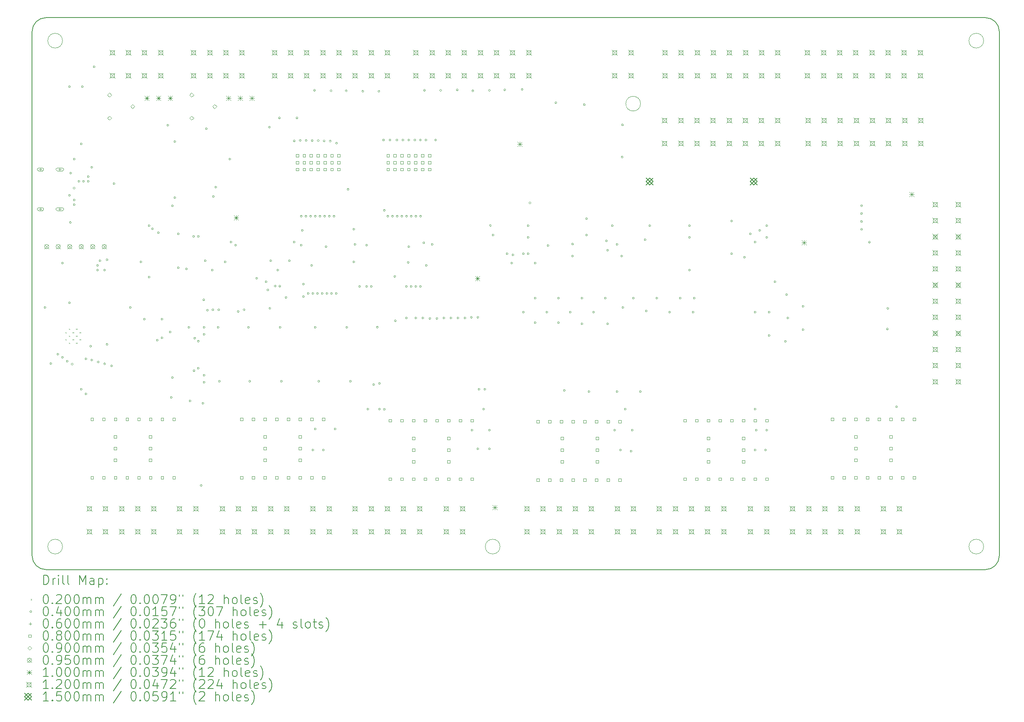
<source format=gbr>
%TF.GenerationSoftware,KiCad,Pcbnew,8.0.2*%
%TF.CreationDate,2024-05-03T17:38:07+02:00*%
%TF.ProjectId,FluidNC,466c7569-644e-4432-9e6b-696361645f70,rev?*%
%TF.SameCoordinates,Original*%
%TF.FileFunction,Drillmap*%
%TF.FilePolarity,Positive*%
%FSLAX45Y45*%
G04 Gerber Fmt 4.5, Leading zero omitted, Abs format (unit mm)*
G04 Created by KiCad (PCBNEW 8.0.2) date 2024-05-03 17:38:07*
%MOMM*%
%LPD*%
G01*
G04 APERTURE LIST*
%ADD10C,0.200000*%
%ADD11C,0.050000*%
%ADD12C,0.100000*%
%ADD13C,0.120000*%
%ADD14C,0.150000*%
G04 APERTURE END LIST*
D10*
X0Y-300000D02*
X0Y-11700000D01*
D11*
X20660000Y-500000D02*
G75*
G02*
X20340000Y-500000I-160000J0D01*
G01*
X20340000Y-500000D02*
G75*
G02*
X20660000Y-500000I160000J0D01*
G01*
D10*
X300000Y-12000000D02*
X20700000Y-12000000D01*
X20700000Y0D02*
X300000Y0D01*
X20700000Y0D02*
G75*
G02*
X21000000Y-300000I0J-300000D01*
G01*
X21000000Y-11700000D02*
G75*
G02*
X20700000Y-12000000I-300000J0D01*
G01*
D11*
X20660000Y-11500000D02*
G75*
G02*
X20340000Y-11500000I-160000J0D01*
G01*
X20340000Y-11500000D02*
G75*
G02*
X20660000Y-11500000I160000J0D01*
G01*
D10*
X300000Y-12000000D02*
G75*
G02*
X0Y-11700000I0J300000D01*
G01*
D11*
X13210000Y-1870000D02*
G75*
G02*
X12890000Y-1870000I-160000J0D01*
G01*
X12890000Y-1870000D02*
G75*
G02*
X13210000Y-1870000I160000J0D01*
G01*
X660000Y-11500000D02*
G75*
G02*
X340000Y-11500000I-160000J0D01*
G01*
X340000Y-11500000D02*
G75*
G02*
X660000Y-11500000I160000J0D01*
G01*
D10*
X21000000Y-11700000D02*
X21000000Y-300000D01*
X0Y-300000D02*
G75*
G02*
X300000Y0I300000J0D01*
G01*
D11*
X660000Y-500000D02*
G75*
G02*
X340000Y-500000I-160000J0D01*
G01*
X340000Y-500000D02*
G75*
G02*
X660000Y-500000I160000J0D01*
G01*
X10160000Y-11500000D02*
G75*
G02*
X9840000Y-11500000I-160000J0D01*
G01*
X9840000Y-11500000D02*
G75*
G02*
X10160000Y-11500000I160000J0D01*
G01*
D10*
D12*
X726500Y-6835250D02*
X746500Y-6855250D01*
X746500Y-6835250D02*
X726500Y-6855250D01*
X726500Y-6987750D02*
X746500Y-7007750D01*
X746500Y-6987750D02*
X726500Y-7007750D01*
X802750Y-6759000D02*
X822750Y-6779000D01*
X822750Y-6759000D02*
X802750Y-6779000D01*
X802750Y-6911500D02*
X822750Y-6931500D01*
X822750Y-6911500D02*
X802750Y-6931500D01*
X802750Y-7064000D02*
X822750Y-7084000D01*
X822750Y-7064000D02*
X802750Y-7084000D01*
X879000Y-6835250D02*
X899000Y-6855250D01*
X899000Y-6835250D02*
X879000Y-6855250D01*
X879000Y-6987750D02*
X899000Y-7007750D01*
X899000Y-6987750D02*
X879000Y-7007750D01*
X955250Y-6759000D02*
X975250Y-6779000D01*
X975250Y-6759000D02*
X955250Y-6779000D01*
X955250Y-6911500D02*
X975250Y-6931500D01*
X975250Y-6911500D02*
X955250Y-6931500D01*
X955250Y-7064000D02*
X975250Y-7084000D01*
X975250Y-7064000D02*
X955250Y-7084000D01*
X1031500Y-6835250D02*
X1051500Y-6855250D01*
X1051500Y-6835250D02*
X1031500Y-6855250D01*
X1031500Y-6987750D02*
X1051500Y-7007750D01*
X1051500Y-6987750D02*
X1031500Y-7007750D01*
X299400Y-6299200D02*
G75*
G02*
X259400Y-6299200I-20000J0D01*
G01*
X259400Y-6299200D02*
G75*
G02*
X299400Y-6299200I20000J0D01*
G01*
X426400Y-7518400D02*
G75*
G02*
X386400Y-7518400I-20000J0D01*
G01*
X386400Y-7518400D02*
G75*
G02*
X426400Y-7518400I20000J0D01*
G01*
X578800Y-7315200D02*
G75*
G02*
X538800Y-7315200I-20000J0D01*
G01*
X538800Y-7315200D02*
G75*
G02*
X578800Y-7315200I20000J0D01*
G01*
X680400Y-5334000D02*
G75*
G02*
X640400Y-5334000I-20000J0D01*
G01*
X640400Y-5334000D02*
G75*
G02*
X680400Y-5334000I20000J0D01*
G01*
X680400Y-7385360D02*
G75*
G02*
X640400Y-7385360I-20000J0D01*
G01*
X640400Y-7385360D02*
G75*
G02*
X680400Y-7385360I20000J0D01*
G01*
X782000Y-7467600D02*
G75*
G02*
X742000Y-7467600I-20000J0D01*
G01*
X742000Y-7467600D02*
G75*
G02*
X782000Y-7467600I20000J0D01*
G01*
X832800Y-1498600D02*
G75*
G02*
X792800Y-1498600I-20000J0D01*
G01*
X792800Y-1498600D02*
G75*
G02*
X832800Y-1498600I20000J0D01*
G01*
X832800Y-3860800D02*
G75*
G02*
X792800Y-3860800I-20000J0D01*
G01*
X792800Y-3860800D02*
G75*
G02*
X832800Y-3860800I20000J0D01*
G01*
X832800Y-6197600D02*
G75*
G02*
X792800Y-6197600I-20000J0D01*
G01*
X792800Y-6197600D02*
G75*
G02*
X832800Y-6197600I20000J0D01*
G01*
X849000Y-4451696D02*
G75*
G02*
X809000Y-4451696I-20000J0D01*
G01*
X809000Y-4451696D02*
G75*
G02*
X849000Y-4451696I20000J0D01*
G01*
X858200Y-3378200D02*
G75*
G02*
X818200Y-3378200I-20000J0D01*
G01*
X818200Y-3378200D02*
G75*
G02*
X858200Y-3378200I20000J0D01*
G01*
X889400Y-7532456D02*
G75*
G02*
X849400Y-7532456I-20000J0D01*
G01*
X849400Y-7532456D02*
G75*
G02*
X889400Y-7532456I20000J0D01*
G01*
X932000Y-3706000D02*
G75*
G02*
X892000Y-3706000I-20000J0D01*
G01*
X892000Y-3706000D02*
G75*
G02*
X932000Y-3706000I20000J0D01*
G01*
X934400Y-3073400D02*
G75*
G02*
X894400Y-3073400I-20000J0D01*
G01*
X894400Y-3073400D02*
G75*
G02*
X934400Y-3073400I20000J0D01*
G01*
X934400Y-3962400D02*
G75*
G02*
X894400Y-3962400I-20000J0D01*
G01*
X894400Y-3962400D02*
G75*
G02*
X934400Y-3962400I20000J0D01*
G01*
X934400Y-4064000D02*
G75*
G02*
X894400Y-4064000I-20000J0D01*
G01*
X894400Y-4064000D02*
G75*
G02*
X934400Y-4064000I20000J0D01*
G01*
X1036000Y-3556000D02*
G75*
G02*
X996000Y-3556000I-20000J0D01*
G01*
X996000Y-3556000D02*
G75*
G02*
X1036000Y-3556000I20000J0D01*
G01*
X1086800Y-2743200D02*
G75*
G02*
X1046800Y-2743200I-20000J0D01*
G01*
X1046800Y-2743200D02*
G75*
G02*
X1086800Y-2743200I20000J0D01*
G01*
X1086800Y-8077200D02*
G75*
G02*
X1046800Y-8077200I-20000J0D01*
G01*
X1046800Y-8077200D02*
G75*
G02*
X1086800Y-8077200I20000J0D01*
G01*
X1112200Y-1498600D02*
G75*
G02*
X1072200Y-1498600I-20000J0D01*
G01*
X1072200Y-1498600D02*
G75*
G02*
X1112200Y-1498600I20000J0D01*
G01*
X1137600Y-3556000D02*
G75*
G02*
X1097600Y-3556000I-20000J0D01*
G01*
X1097600Y-3556000D02*
G75*
G02*
X1137600Y-3556000I20000J0D01*
G01*
X1188400Y-7416800D02*
G75*
G02*
X1148400Y-7416800I-20000J0D01*
G01*
X1148400Y-7416800D02*
G75*
G02*
X1188400Y-7416800I20000J0D01*
G01*
X1188400Y-8178800D02*
G75*
G02*
X1148400Y-8178800I-20000J0D01*
G01*
X1148400Y-8178800D02*
G75*
G02*
X1188400Y-8178800I20000J0D01*
G01*
X1239200Y-3454400D02*
G75*
G02*
X1199200Y-3454400I-20000J0D01*
G01*
X1199200Y-3454400D02*
G75*
G02*
X1239200Y-3454400I20000J0D01*
G01*
X1239200Y-3556000D02*
G75*
G02*
X1199200Y-3556000I-20000J0D01*
G01*
X1199200Y-3556000D02*
G75*
G02*
X1239200Y-3556000I20000J0D01*
G01*
X1290000Y-7143440D02*
G75*
G02*
X1250000Y-7143440I-20000J0D01*
G01*
X1250000Y-7143440D02*
G75*
G02*
X1290000Y-7143440I20000J0D01*
G01*
X1315400Y-3251200D02*
G75*
G02*
X1275400Y-3251200I-20000J0D01*
G01*
X1275400Y-3251200D02*
G75*
G02*
X1315400Y-3251200I20000J0D01*
G01*
X1315760Y-7445040D02*
G75*
G02*
X1275760Y-7445040I-20000J0D01*
G01*
X1275760Y-7445040D02*
G75*
G02*
X1315760Y-7445040I20000J0D01*
G01*
X1366200Y-1066800D02*
G75*
G02*
X1326200Y-1066800I-20000J0D01*
G01*
X1326200Y-1066800D02*
G75*
G02*
X1366200Y-1066800I20000J0D01*
G01*
X1442400Y-5384800D02*
G75*
G02*
X1402400Y-5384800I-20000J0D01*
G01*
X1402400Y-5384800D02*
G75*
G02*
X1442400Y-5384800I20000J0D01*
G01*
X1442400Y-5486400D02*
G75*
G02*
X1402400Y-5486400I-20000J0D01*
G01*
X1402400Y-5486400D02*
G75*
G02*
X1442400Y-5486400I20000J0D01*
G01*
X1455201Y-7485360D02*
G75*
G02*
X1415201Y-7485360I-20000J0D01*
G01*
X1415201Y-7485360D02*
G75*
G02*
X1455201Y-7485360I20000J0D01*
G01*
X1493200Y-5283200D02*
G75*
G02*
X1453200Y-5283200I-20000J0D01*
G01*
X1453200Y-5283200D02*
G75*
G02*
X1493200Y-5283200I20000J0D01*
G01*
X1594800Y-5486400D02*
G75*
G02*
X1554800Y-5486400I-20000J0D01*
G01*
X1554800Y-5486400D02*
G75*
G02*
X1594800Y-5486400I20000J0D01*
G01*
X1594800Y-7525680D02*
G75*
G02*
X1554800Y-7525680I-20000J0D01*
G01*
X1554800Y-7525680D02*
G75*
G02*
X1594800Y-7525680I20000J0D01*
G01*
X1645600Y-5263840D02*
G75*
G02*
X1605600Y-5263840I-20000J0D01*
G01*
X1605600Y-5263840D02*
G75*
G02*
X1645600Y-5263840I20000J0D01*
G01*
X1645600Y-7103120D02*
G75*
G02*
X1605600Y-7103120I-20000J0D01*
G01*
X1605600Y-7103120D02*
G75*
G02*
X1645600Y-7103120I20000J0D01*
G01*
X1747200Y-7569200D02*
G75*
G02*
X1707200Y-7569200I-20000J0D01*
G01*
X1707200Y-7569200D02*
G75*
G02*
X1747200Y-7569200I20000J0D01*
G01*
X1798000Y-3606800D02*
G75*
G02*
X1758000Y-3606800I-20000J0D01*
G01*
X1758000Y-3606800D02*
G75*
G02*
X1798000Y-3606800I20000J0D01*
G01*
X2153600Y-6299200D02*
G75*
G02*
X2113600Y-6299200I-20000J0D01*
G01*
X2113600Y-6299200D02*
G75*
G02*
X2153600Y-6299200I20000J0D01*
G01*
X2382200Y-5308600D02*
G75*
G02*
X2342200Y-5308600I-20000J0D01*
G01*
X2342200Y-5308600D02*
G75*
G02*
X2382200Y-5308600I20000J0D01*
G01*
X2458400Y-6553200D02*
G75*
G02*
X2418400Y-6553200I-20000J0D01*
G01*
X2418400Y-6553200D02*
G75*
G02*
X2458400Y-6553200I20000J0D01*
G01*
X2560000Y-4521200D02*
G75*
G02*
X2520000Y-4521200I-20000J0D01*
G01*
X2520000Y-4521200D02*
G75*
G02*
X2560000Y-4521200I20000J0D01*
G01*
X2560000Y-5638800D02*
G75*
G02*
X2520000Y-5638800I-20000J0D01*
G01*
X2520000Y-5638800D02*
G75*
G02*
X2560000Y-5638800I20000J0D01*
G01*
X2630711Y-4591911D02*
G75*
G02*
X2590711Y-4591911I-20000J0D01*
G01*
X2590711Y-4591911D02*
G75*
G02*
X2630711Y-4591911I20000J0D01*
G01*
X2737800Y-7010400D02*
G75*
G02*
X2697800Y-7010400I-20000J0D01*
G01*
X2697800Y-7010400D02*
G75*
G02*
X2737800Y-7010400I20000J0D01*
G01*
X2763200Y-4673600D02*
G75*
G02*
X2723200Y-4673600I-20000J0D01*
G01*
X2723200Y-4673600D02*
G75*
G02*
X2763200Y-4673600I20000J0D01*
G01*
X2839400Y-6553200D02*
G75*
G02*
X2799400Y-6553200I-20000J0D01*
G01*
X2799400Y-6553200D02*
G75*
G02*
X2839400Y-6553200I20000J0D01*
G01*
X2839400Y-6959600D02*
G75*
G02*
X2799400Y-6959600I-20000J0D01*
G01*
X2799400Y-6959600D02*
G75*
G02*
X2839400Y-6959600I20000J0D01*
G01*
X2966400Y-2336800D02*
G75*
G02*
X2926400Y-2336800I-20000J0D01*
G01*
X2926400Y-2336800D02*
G75*
G02*
X2966400Y-2336800I20000J0D01*
G01*
X3017200Y-6832600D02*
G75*
G02*
X2977200Y-6832600I-20000J0D01*
G01*
X2977200Y-6832600D02*
G75*
G02*
X3017200Y-6832600I20000J0D01*
G01*
X3042600Y-8255000D02*
G75*
G02*
X3002600Y-8255000I-20000J0D01*
G01*
X3002600Y-8255000D02*
G75*
G02*
X3042600Y-8255000I20000J0D01*
G01*
X3068000Y-4089400D02*
G75*
G02*
X3028000Y-4089400I-20000J0D01*
G01*
X3028000Y-4089400D02*
G75*
G02*
X3068000Y-4089400I20000J0D01*
G01*
X3068000Y-7823200D02*
G75*
G02*
X3028000Y-7823200I-20000J0D01*
G01*
X3028000Y-7823200D02*
G75*
G02*
X3068000Y-7823200I20000J0D01*
G01*
X3118800Y-2692400D02*
G75*
G02*
X3078800Y-2692400I-20000J0D01*
G01*
X3078800Y-2692400D02*
G75*
G02*
X3118800Y-2692400I20000J0D01*
G01*
X3118800Y-3911600D02*
G75*
G02*
X3078800Y-3911600I-20000J0D01*
G01*
X3078800Y-3911600D02*
G75*
G02*
X3118800Y-3911600I20000J0D01*
G01*
X3195000Y-4699000D02*
G75*
G02*
X3155000Y-4699000I-20000J0D01*
G01*
X3155000Y-4699000D02*
G75*
G02*
X3195000Y-4699000I20000J0D01*
G01*
X3195000Y-5435600D02*
G75*
G02*
X3155000Y-5435600I-20000J0D01*
G01*
X3155000Y-5435600D02*
G75*
G02*
X3195000Y-5435600I20000J0D01*
G01*
X3372800Y-5461000D02*
G75*
G02*
X3332800Y-5461000I-20000J0D01*
G01*
X3332800Y-5461000D02*
G75*
G02*
X3372800Y-5461000I20000J0D01*
G01*
X3423600Y-6731000D02*
G75*
G02*
X3383600Y-6731000I-20000J0D01*
G01*
X3383600Y-6731000D02*
G75*
G02*
X3423600Y-6731000I20000J0D01*
G01*
X3449000Y-8331200D02*
G75*
G02*
X3409000Y-8331200I-20000J0D01*
G01*
X3409000Y-8331200D02*
G75*
G02*
X3449000Y-8331200I20000J0D01*
G01*
X3525200Y-4755840D02*
G75*
G02*
X3485200Y-4755840I-20000J0D01*
G01*
X3485200Y-4755840D02*
G75*
G02*
X3525200Y-4755840I20000J0D01*
G01*
X3535619Y-7674728D02*
G75*
G02*
X3495619Y-7674728I-20000J0D01*
G01*
X3495619Y-7674728D02*
G75*
G02*
X3535619Y-7674728I20000J0D01*
G01*
X3551810Y-6969026D02*
G75*
G02*
X3511810Y-6969026I-20000J0D01*
G01*
X3511810Y-6969026D02*
G75*
G02*
X3551810Y-6969026I20000J0D01*
G01*
X3626800Y-4755840D02*
G75*
G02*
X3586800Y-4755840I-20000J0D01*
G01*
X3586800Y-4755840D02*
G75*
G02*
X3626800Y-4755840I20000J0D01*
G01*
X3626800Y-7620000D02*
G75*
G02*
X3586800Y-7620000I-20000J0D01*
G01*
X3586800Y-7620000D02*
G75*
G02*
X3626800Y-7620000I20000J0D01*
G01*
X3627285Y-7034627D02*
G75*
G02*
X3587285Y-7034627I-20000J0D01*
G01*
X3587285Y-7034627D02*
G75*
G02*
X3627285Y-7034627I20000J0D01*
G01*
X3690000Y-10170000D02*
G75*
G02*
X3650000Y-10170000I-20000J0D01*
G01*
X3650000Y-10170000D02*
G75*
G02*
X3690000Y-10170000I20000J0D01*
G01*
X3728400Y-8382000D02*
G75*
G02*
X3688400Y-8382000I-20000J0D01*
G01*
X3688400Y-8382000D02*
G75*
G02*
X3728400Y-8382000I20000J0D01*
G01*
X3747140Y-6134100D02*
G75*
G02*
X3707140Y-6134100I-20000J0D01*
G01*
X3707140Y-6134100D02*
G75*
G02*
X3747140Y-6134100I20000J0D01*
G01*
X3753800Y-6731000D02*
G75*
G02*
X3713800Y-6731000I-20000J0D01*
G01*
X3713800Y-6731000D02*
G75*
G02*
X3753800Y-6731000I20000J0D01*
G01*
X3753800Y-6883400D02*
G75*
G02*
X3713800Y-6883400I-20000J0D01*
G01*
X3713800Y-6883400D02*
G75*
G02*
X3753800Y-6883400I20000J0D01*
G01*
X3753800Y-7772400D02*
G75*
G02*
X3713800Y-7772400I-20000J0D01*
G01*
X3713800Y-7772400D02*
G75*
G02*
X3753800Y-7772400I20000J0D01*
G01*
X3753800Y-7924800D02*
G75*
G02*
X3713800Y-7924800I-20000J0D01*
G01*
X3713800Y-7924800D02*
G75*
G02*
X3753800Y-7924800I20000J0D01*
G01*
X3779200Y-5283200D02*
G75*
G02*
X3739200Y-5283200I-20000J0D01*
G01*
X3739200Y-5283200D02*
G75*
G02*
X3779200Y-5283200I20000J0D01*
G01*
X3804600Y-2413000D02*
G75*
G02*
X3764600Y-2413000I-20000J0D01*
G01*
X3764600Y-2413000D02*
G75*
G02*
X3804600Y-2413000I20000J0D01*
G01*
X3824876Y-6359955D02*
G75*
G02*
X3784876Y-6359955I-20000J0D01*
G01*
X3784876Y-6359955D02*
G75*
G02*
X3824876Y-6359955I20000J0D01*
G01*
X3931600Y-5486400D02*
G75*
G02*
X3891600Y-5486400I-20000J0D01*
G01*
X3891600Y-5486400D02*
G75*
G02*
X3931600Y-5486400I20000J0D01*
G01*
X3944300Y-6350000D02*
G75*
G02*
X3904300Y-6350000I-20000J0D01*
G01*
X3904300Y-6350000D02*
G75*
G02*
X3944300Y-6350000I20000J0D01*
G01*
X3957000Y-3886200D02*
G75*
G02*
X3917000Y-3886200I-20000J0D01*
G01*
X3917000Y-3886200D02*
G75*
G02*
X3957000Y-3886200I20000J0D01*
G01*
X4007800Y-3683000D02*
G75*
G02*
X3967800Y-3683000I-20000J0D01*
G01*
X3967800Y-3683000D02*
G75*
G02*
X4007800Y-3683000I20000J0D01*
G01*
X4058600Y-6731000D02*
G75*
G02*
X4018600Y-6731000I-20000J0D01*
G01*
X4018600Y-6731000D02*
G75*
G02*
X4058600Y-6731000I20000J0D01*
G01*
X4071300Y-6350000D02*
G75*
G02*
X4031300Y-6350000I-20000J0D01*
G01*
X4031300Y-6350000D02*
G75*
G02*
X4071300Y-6350000I20000J0D01*
G01*
X4084000Y-7905440D02*
G75*
G02*
X4044000Y-7905440I-20000J0D01*
G01*
X4044000Y-7905440D02*
G75*
G02*
X4084000Y-7905440I20000J0D01*
G01*
X4211000Y-5308600D02*
G75*
G02*
X4171000Y-5308600I-20000J0D01*
G01*
X4171000Y-5308600D02*
G75*
G02*
X4211000Y-5308600I20000J0D01*
G01*
X4312600Y-3073400D02*
G75*
G02*
X4272600Y-3073400I-20000J0D01*
G01*
X4272600Y-3073400D02*
G75*
G02*
X4312600Y-3073400I20000J0D01*
G01*
X4338000Y-4876800D02*
G75*
G02*
X4298000Y-4876800I-20000J0D01*
G01*
X4298000Y-4876800D02*
G75*
G02*
X4338000Y-4876800I20000J0D01*
G01*
X4439600Y-4946960D02*
G75*
G02*
X4399600Y-4946960I-20000J0D01*
G01*
X4399600Y-4946960D02*
G75*
G02*
X4439600Y-4946960I20000J0D01*
G01*
X4495000Y-6388100D02*
G75*
G02*
X4455000Y-6388100I-20000J0D01*
G01*
X4455000Y-6388100D02*
G75*
G02*
X4495000Y-6388100I20000J0D01*
G01*
X4622000Y-6350000D02*
G75*
G02*
X4582000Y-6350000I-20000J0D01*
G01*
X4582000Y-6350000D02*
G75*
G02*
X4622000Y-6350000I20000J0D01*
G01*
X4719000Y-6731000D02*
G75*
G02*
X4679000Y-6731000I-20000J0D01*
G01*
X4679000Y-6731000D02*
G75*
G02*
X4719000Y-6731000I20000J0D01*
G01*
X4744400Y-7905440D02*
G75*
G02*
X4704400Y-7905440I-20000J0D01*
G01*
X4704400Y-7905440D02*
G75*
G02*
X4744400Y-7905440I20000J0D01*
G01*
X4896800Y-5664200D02*
G75*
G02*
X4856800Y-5664200I-20000J0D01*
G01*
X4856800Y-5664200D02*
G75*
G02*
X4896800Y-5664200I20000J0D01*
G01*
X5100000Y-5740400D02*
G75*
G02*
X5060000Y-5740400I-20000J0D01*
G01*
X5060000Y-5740400D02*
G75*
G02*
X5100000Y-5740400I20000J0D01*
G01*
X5138100Y-5918200D02*
G75*
G02*
X5098100Y-5918200I-20000J0D01*
G01*
X5098100Y-5918200D02*
G75*
G02*
X5138100Y-5918200I20000J0D01*
G01*
X5170000Y-2380000D02*
G75*
G02*
X5130000Y-2380000I-20000J0D01*
G01*
X5130000Y-2380000D02*
G75*
G02*
X5170000Y-2380000I20000J0D01*
G01*
X5182240Y-6317112D02*
G75*
G02*
X5142240Y-6317112I-20000J0D01*
G01*
X5142240Y-6317112D02*
G75*
G02*
X5182240Y-6317112I20000J0D01*
G01*
X5201600Y-5283200D02*
G75*
G02*
X5161600Y-5283200I-20000J0D01*
G01*
X5161600Y-5283200D02*
G75*
G02*
X5201600Y-5283200I20000J0D01*
G01*
X5296850Y-5835650D02*
G75*
G02*
X5256850Y-5835650I-20000J0D01*
G01*
X5256850Y-5835650D02*
G75*
G02*
X5296850Y-5835650I20000J0D01*
G01*
X5354000Y-5486400D02*
G75*
G02*
X5314000Y-5486400I-20000J0D01*
G01*
X5314000Y-5486400D02*
G75*
G02*
X5354000Y-5486400I20000J0D01*
G01*
X5390000Y-2180000D02*
G75*
G02*
X5350000Y-2180000I-20000J0D01*
G01*
X5350000Y-2180000D02*
G75*
G02*
X5390000Y-2180000I20000J0D01*
G01*
X5398140Y-5837719D02*
G75*
G02*
X5358140Y-5837719I-20000J0D01*
G01*
X5358140Y-5837719D02*
G75*
G02*
X5398140Y-5837719I20000J0D01*
G01*
X5404800Y-6731000D02*
G75*
G02*
X5364800Y-6731000I-20000J0D01*
G01*
X5364800Y-6731000D02*
G75*
G02*
X5404800Y-6731000I20000J0D01*
G01*
X5430200Y-7905440D02*
G75*
G02*
X5390200Y-7905440I-20000J0D01*
G01*
X5390200Y-7905440D02*
G75*
G02*
X5430200Y-7905440I20000J0D01*
G01*
X5531800Y-6083300D02*
G75*
G02*
X5491800Y-6083300I-20000J0D01*
G01*
X5491800Y-6083300D02*
G75*
G02*
X5531800Y-6083300I20000J0D01*
G01*
X5608000Y-5283200D02*
G75*
G02*
X5568000Y-5283200I-20000J0D01*
G01*
X5568000Y-5283200D02*
G75*
G02*
X5608000Y-5283200I20000J0D01*
G01*
X5709600Y-4876800D02*
G75*
G02*
X5669600Y-4876800I-20000J0D01*
G01*
X5669600Y-4876800D02*
G75*
G02*
X5709600Y-4876800I20000J0D01*
G01*
X5710000Y-2680000D02*
G75*
G02*
X5670000Y-2680000I-20000J0D01*
G01*
X5670000Y-2680000D02*
G75*
G02*
X5710000Y-2680000I20000J0D01*
G01*
X5770000Y-2180000D02*
G75*
G02*
X5730000Y-2180000I-20000J0D01*
G01*
X5730000Y-2180000D02*
G75*
G02*
X5770000Y-2180000I20000J0D01*
G01*
X5840000Y-2670000D02*
G75*
G02*
X5800000Y-2670000I-20000J0D01*
G01*
X5800000Y-2670000D02*
G75*
G02*
X5840000Y-2670000I20000J0D01*
G01*
X5862000Y-4316000D02*
G75*
G02*
X5822000Y-4316000I-20000J0D01*
G01*
X5822000Y-4316000D02*
G75*
G02*
X5862000Y-4316000I20000J0D01*
G01*
X5862000Y-4946960D02*
G75*
G02*
X5822000Y-4946960I-20000J0D01*
G01*
X5822000Y-4946960D02*
G75*
G02*
X5862000Y-4946960I20000J0D01*
G01*
X5887400Y-4622800D02*
G75*
G02*
X5847400Y-4622800I-20000J0D01*
G01*
X5847400Y-4622800D02*
G75*
G02*
X5887400Y-4622800I20000J0D01*
G01*
X5912800Y-5791200D02*
G75*
G02*
X5872800Y-5791200I-20000J0D01*
G01*
X5872800Y-5791200D02*
G75*
G02*
X5912800Y-5791200I20000J0D01*
G01*
X5912800Y-6064560D02*
G75*
G02*
X5872800Y-6064560I-20000J0D01*
G01*
X5872800Y-6064560D02*
G75*
G02*
X5912800Y-6064560I20000J0D01*
G01*
X5963600Y-4316000D02*
G75*
G02*
X5923600Y-4316000I-20000J0D01*
G01*
X5923600Y-4316000D02*
G75*
G02*
X5963600Y-4316000I20000J0D01*
G01*
X5970000Y-2670000D02*
G75*
G02*
X5930000Y-2670000I-20000J0D01*
G01*
X5930000Y-2670000D02*
G75*
G02*
X5970000Y-2670000I20000J0D01*
G01*
X6014400Y-5994400D02*
G75*
G02*
X5974400Y-5994400I-20000J0D01*
G01*
X5974400Y-5994400D02*
G75*
G02*
X6014400Y-5994400I20000J0D01*
G01*
X6065200Y-4316000D02*
G75*
G02*
X6025200Y-4316000I-20000J0D01*
G01*
X6025200Y-4316000D02*
G75*
G02*
X6065200Y-4316000I20000J0D01*
G01*
X6090600Y-5384800D02*
G75*
G02*
X6050600Y-5384800I-20000J0D01*
G01*
X6050600Y-5384800D02*
G75*
G02*
X6090600Y-5384800I20000J0D01*
G01*
X6100000Y-2670000D02*
G75*
G02*
X6060000Y-2670000I-20000J0D01*
G01*
X6060000Y-2670000D02*
G75*
G02*
X6100000Y-2670000I20000J0D01*
G01*
X6116000Y-5994400D02*
G75*
G02*
X6076000Y-5994400I-20000J0D01*
G01*
X6076000Y-5994400D02*
G75*
G02*
X6116000Y-5994400I20000J0D01*
G01*
X6116000Y-9398000D02*
G75*
G02*
X6076000Y-9398000I-20000J0D01*
G01*
X6076000Y-9398000D02*
G75*
G02*
X6116000Y-9398000I20000J0D01*
G01*
X6150000Y-1580000D02*
G75*
G02*
X6110000Y-1580000I-20000J0D01*
G01*
X6110000Y-1580000D02*
G75*
G02*
X6150000Y-1580000I20000J0D01*
G01*
X6166800Y-4316000D02*
G75*
G02*
X6126800Y-4316000I-20000J0D01*
G01*
X6126800Y-4316000D02*
G75*
G02*
X6166800Y-4316000I20000J0D01*
G01*
X6166800Y-6731000D02*
G75*
G02*
X6126800Y-6731000I-20000J0D01*
G01*
X6126800Y-6731000D02*
G75*
G02*
X6166800Y-6731000I20000J0D01*
G01*
X6166800Y-8940800D02*
G75*
G02*
X6126800Y-8940800I-20000J0D01*
G01*
X6126800Y-8940800D02*
G75*
G02*
X6166800Y-8940800I20000J0D01*
G01*
X6217600Y-5994400D02*
G75*
G02*
X6177600Y-5994400I-20000J0D01*
G01*
X6177600Y-5994400D02*
G75*
G02*
X6217600Y-5994400I20000J0D01*
G01*
X6232571Y-2672571D02*
G75*
G02*
X6192571Y-2672571I-20000J0D01*
G01*
X6192571Y-2672571D02*
G75*
G02*
X6232571Y-2672571I20000J0D01*
G01*
X6243000Y-7905440D02*
G75*
G02*
X6203000Y-7905440I-20000J0D01*
G01*
X6203000Y-7905440D02*
G75*
G02*
X6243000Y-7905440I20000J0D01*
G01*
X6268400Y-4316000D02*
G75*
G02*
X6228400Y-4316000I-20000J0D01*
G01*
X6228400Y-4316000D02*
G75*
G02*
X6268400Y-4316000I20000J0D01*
G01*
X6319200Y-5994400D02*
G75*
G02*
X6279200Y-5994400I-20000J0D01*
G01*
X6279200Y-5994400D02*
G75*
G02*
X6319200Y-5994400I20000J0D01*
G01*
X6344600Y-9398000D02*
G75*
G02*
X6304600Y-9398000I-20000J0D01*
G01*
X6304600Y-9398000D02*
G75*
G02*
X6344600Y-9398000I20000J0D01*
G01*
X6360142Y-2680142D02*
G75*
G02*
X6320142Y-2680142I-20000J0D01*
G01*
X6320142Y-2680142D02*
G75*
G02*
X6360142Y-2680142I20000J0D01*
G01*
X6370000Y-4316000D02*
G75*
G02*
X6330000Y-4316000I-20000J0D01*
G01*
X6330000Y-4316000D02*
G75*
G02*
X6370000Y-4316000I20000J0D01*
G01*
X6401440Y-4978400D02*
G75*
G02*
X6361440Y-4978400I-20000J0D01*
G01*
X6361440Y-4978400D02*
G75*
G02*
X6401440Y-4978400I20000J0D01*
G01*
X6420800Y-5994400D02*
G75*
G02*
X6380800Y-5994400I-20000J0D01*
G01*
X6380800Y-5994400D02*
G75*
G02*
X6420800Y-5994400I20000J0D01*
G01*
X6471600Y-4316000D02*
G75*
G02*
X6431600Y-4316000I-20000J0D01*
G01*
X6431600Y-4316000D02*
G75*
G02*
X6471600Y-4316000I20000J0D01*
G01*
X6492714Y-2682714D02*
G75*
G02*
X6452714Y-2682714I-20000J0D01*
G01*
X6452714Y-2682714D02*
G75*
G02*
X6492714Y-2682714I20000J0D01*
G01*
X6510000Y-1590000D02*
G75*
G02*
X6470000Y-1590000I-20000J0D01*
G01*
X6470000Y-1590000D02*
G75*
G02*
X6510000Y-1590000I20000J0D01*
G01*
X6522400Y-5994400D02*
G75*
G02*
X6482400Y-5994400I-20000J0D01*
G01*
X6482400Y-5994400D02*
G75*
G02*
X6522400Y-5994400I20000J0D01*
G01*
X6573200Y-4316000D02*
G75*
G02*
X6533200Y-4316000I-20000J0D01*
G01*
X6533200Y-4316000D02*
G75*
G02*
X6573200Y-4316000I20000J0D01*
G01*
X6598600Y-8940800D02*
G75*
G02*
X6558600Y-8940800I-20000J0D01*
G01*
X6558600Y-8940800D02*
G75*
G02*
X6598600Y-8940800I20000J0D01*
G01*
X6624000Y-5994400D02*
G75*
G02*
X6584000Y-5994400I-20000J0D01*
G01*
X6584000Y-5994400D02*
G75*
G02*
X6624000Y-5994400I20000J0D01*
G01*
X6630000Y-2730000D02*
G75*
G02*
X6590000Y-2730000I-20000J0D01*
G01*
X6590000Y-2730000D02*
G75*
G02*
X6630000Y-2730000I20000J0D01*
G01*
X6840000Y-1590000D02*
G75*
G02*
X6800000Y-1590000I-20000J0D01*
G01*
X6800000Y-1590000D02*
G75*
G02*
X6840000Y-1590000I20000J0D01*
G01*
X6852600Y-6731000D02*
G75*
G02*
X6812600Y-6731000I-20000J0D01*
G01*
X6812600Y-6731000D02*
G75*
G02*
X6852600Y-6731000I20000J0D01*
G01*
X6878000Y-3731800D02*
G75*
G02*
X6838000Y-3731800I-20000J0D01*
G01*
X6838000Y-3731800D02*
G75*
G02*
X6878000Y-3731800I20000J0D01*
G01*
X6928800Y-7905440D02*
G75*
G02*
X6888800Y-7905440I-20000J0D01*
G01*
X6888800Y-7905440D02*
G75*
G02*
X6928800Y-7905440I20000J0D01*
G01*
X7005000Y-4597400D02*
G75*
G02*
X6965000Y-4597400I-20000J0D01*
G01*
X6965000Y-4597400D02*
G75*
G02*
X7005000Y-4597400I20000J0D01*
G01*
X7005000Y-5308600D02*
G75*
G02*
X6965000Y-5308600I-20000J0D01*
G01*
X6965000Y-5308600D02*
G75*
G02*
X7005000Y-5308600I20000J0D01*
G01*
X7030400Y-4927600D02*
G75*
G02*
X6990400Y-4927600I-20000J0D01*
G01*
X6990400Y-4927600D02*
G75*
G02*
X7030400Y-4927600I20000J0D01*
G01*
X7132000Y-5842000D02*
G75*
G02*
X7092000Y-5842000I-20000J0D01*
G01*
X7092000Y-5842000D02*
G75*
G02*
X7132000Y-5842000I20000J0D01*
G01*
X7200000Y-1600000D02*
G75*
G02*
X7160000Y-1600000I-20000J0D01*
G01*
X7160000Y-1600000D02*
G75*
G02*
X7200000Y-1600000I20000J0D01*
G01*
X7284400Y-4946960D02*
G75*
G02*
X7244400Y-4946960I-20000J0D01*
G01*
X7244400Y-4946960D02*
G75*
G02*
X7284400Y-4946960I20000J0D01*
G01*
X7284400Y-5842000D02*
G75*
G02*
X7244400Y-5842000I-20000J0D01*
G01*
X7244400Y-5842000D02*
G75*
G02*
X7284400Y-5842000I20000J0D01*
G01*
X7309800Y-8509000D02*
G75*
G02*
X7269800Y-8509000I-20000J0D01*
G01*
X7269800Y-8509000D02*
G75*
G02*
X7309800Y-8509000I20000J0D01*
G01*
X7386000Y-5842000D02*
G75*
G02*
X7346000Y-5842000I-20000J0D01*
G01*
X7346000Y-5842000D02*
G75*
G02*
X7386000Y-5842000I20000J0D01*
G01*
X7436800Y-7975600D02*
G75*
G02*
X7396800Y-7975600I-20000J0D01*
G01*
X7396800Y-7975600D02*
G75*
G02*
X7436800Y-7975600I20000J0D01*
G01*
X7514560Y-6731000D02*
G75*
G02*
X7474560Y-6731000I-20000J0D01*
G01*
X7474560Y-6731000D02*
G75*
G02*
X7514560Y-6731000I20000J0D01*
G01*
X7550000Y-1600000D02*
G75*
G02*
X7510000Y-1600000I-20000J0D01*
G01*
X7510000Y-1600000D02*
G75*
G02*
X7550000Y-1600000I20000J0D01*
G01*
X7563800Y-7950200D02*
G75*
G02*
X7523800Y-7950200I-20000J0D01*
G01*
X7523800Y-7950200D02*
G75*
G02*
X7563800Y-7950200I20000J0D01*
G01*
X7563800Y-8509000D02*
G75*
G02*
X7523800Y-8509000I-20000J0D01*
G01*
X7523800Y-8509000D02*
G75*
G02*
X7563800Y-8509000I20000J0D01*
G01*
X7650000Y-2660000D02*
G75*
G02*
X7610000Y-2660000I-20000J0D01*
G01*
X7610000Y-2660000D02*
G75*
G02*
X7650000Y-2660000I20000J0D01*
G01*
X7665400Y-4189000D02*
G75*
G02*
X7625400Y-4189000I-20000J0D01*
G01*
X7625400Y-4189000D02*
G75*
G02*
X7665400Y-4189000I20000J0D01*
G01*
X7665400Y-8515040D02*
G75*
G02*
X7625400Y-8515040I-20000J0D01*
G01*
X7625400Y-8515040D02*
G75*
G02*
X7665400Y-8515040I20000J0D01*
G01*
X7741600Y-4316000D02*
G75*
G02*
X7701600Y-4316000I-20000J0D01*
G01*
X7701600Y-4316000D02*
G75*
G02*
X7741600Y-4316000I20000J0D01*
G01*
X7790000Y-2660000D02*
G75*
G02*
X7750000Y-2660000I-20000J0D01*
G01*
X7750000Y-2660000D02*
G75*
G02*
X7790000Y-2660000I20000J0D01*
G01*
X7843200Y-4316000D02*
G75*
G02*
X7803200Y-4316000I-20000J0D01*
G01*
X7803200Y-4316000D02*
G75*
G02*
X7843200Y-4316000I20000J0D01*
G01*
X7894000Y-5626100D02*
G75*
G02*
X7854000Y-5626100I-20000J0D01*
G01*
X7854000Y-5626100D02*
G75*
G02*
X7894000Y-5626100I20000J0D01*
G01*
X7906700Y-6591300D02*
G75*
G02*
X7866700Y-6591300I-20000J0D01*
G01*
X7866700Y-6591300D02*
G75*
G02*
X7906700Y-6591300I20000J0D01*
G01*
X7940000Y-2660000D02*
G75*
G02*
X7900000Y-2660000I-20000J0D01*
G01*
X7900000Y-2660000D02*
G75*
G02*
X7940000Y-2660000I20000J0D01*
G01*
X7944800Y-4316000D02*
G75*
G02*
X7904800Y-4316000I-20000J0D01*
G01*
X7904800Y-4316000D02*
G75*
G02*
X7944800Y-4316000I20000J0D01*
G01*
X8046400Y-4316000D02*
G75*
G02*
X8006400Y-4316000I-20000J0D01*
G01*
X8006400Y-4316000D02*
G75*
G02*
X8046400Y-4316000I20000J0D01*
G01*
X8070000Y-2660000D02*
G75*
G02*
X8030000Y-2660000I-20000J0D01*
G01*
X8030000Y-2660000D02*
G75*
G02*
X8070000Y-2660000I20000J0D01*
G01*
X8148000Y-4316000D02*
G75*
G02*
X8108000Y-4316000I-20000J0D01*
G01*
X8108000Y-4316000D02*
G75*
G02*
X8148000Y-4316000I20000J0D01*
G01*
X8148000Y-5842000D02*
G75*
G02*
X8108000Y-5842000I-20000J0D01*
G01*
X8108000Y-5842000D02*
G75*
G02*
X8148000Y-5842000I20000J0D01*
G01*
X8148000Y-6527800D02*
G75*
G02*
X8108000Y-6527800I-20000J0D01*
G01*
X8108000Y-6527800D02*
G75*
G02*
X8148000Y-6527800I20000J0D01*
G01*
X8186100Y-5321300D02*
G75*
G02*
X8146100Y-5321300I-20000J0D01*
G01*
X8146100Y-5321300D02*
G75*
G02*
X8186100Y-5321300I20000J0D01*
G01*
X8198800Y-4978400D02*
G75*
G02*
X8158800Y-4978400I-20000J0D01*
G01*
X8158800Y-4978400D02*
G75*
G02*
X8198800Y-4978400I20000J0D01*
G01*
X8200000Y-2660000D02*
G75*
G02*
X8160000Y-2660000I-20000J0D01*
G01*
X8160000Y-2660000D02*
G75*
G02*
X8200000Y-2660000I20000J0D01*
G01*
X8249600Y-4316000D02*
G75*
G02*
X8209600Y-4316000I-20000J0D01*
G01*
X8209600Y-4316000D02*
G75*
G02*
X8249600Y-4316000I20000J0D01*
G01*
X8249600Y-5842000D02*
G75*
G02*
X8209600Y-5842000I-20000J0D01*
G01*
X8209600Y-5842000D02*
G75*
G02*
X8249600Y-5842000I20000J0D01*
G01*
X8330000Y-2660000D02*
G75*
G02*
X8290000Y-2660000I-20000J0D01*
G01*
X8290000Y-2660000D02*
G75*
G02*
X8330000Y-2660000I20000J0D01*
G01*
X8351200Y-4316000D02*
G75*
G02*
X8311200Y-4316000I-20000J0D01*
G01*
X8311200Y-4316000D02*
G75*
G02*
X8351200Y-4316000I20000J0D01*
G01*
X8351200Y-5842000D02*
G75*
G02*
X8311200Y-5842000I-20000J0D01*
G01*
X8311200Y-5842000D02*
G75*
G02*
X8351200Y-5842000I20000J0D01*
G01*
X8351200Y-6527800D02*
G75*
G02*
X8311200Y-6527800I-20000J0D01*
G01*
X8311200Y-6527800D02*
G75*
G02*
X8351200Y-6527800I20000J0D01*
G01*
X8450000Y-2660000D02*
G75*
G02*
X8410000Y-2660000I-20000J0D01*
G01*
X8410000Y-2660000D02*
G75*
G02*
X8450000Y-2660000I20000J0D01*
G01*
X8452800Y-4316000D02*
G75*
G02*
X8412800Y-4316000I-20000J0D01*
G01*
X8412800Y-4316000D02*
G75*
G02*
X8452800Y-4316000I20000J0D01*
G01*
X8452800Y-5842000D02*
G75*
G02*
X8412800Y-5842000I-20000J0D01*
G01*
X8412800Y-5842000D02*
G75*
G02*
X8452800Y-5842000I20000J0D01*
G01*
X8503600Y-6527800D02*
G75*
G02*
X8463600Y-6527800I-20000J0D01*
G01*
X8463600Y-6527800D02*
G75*
G02*
X8503600Y-6527800I20000J0D01*
G01*
X8522960Y-4896160D02*
G75*
G02*
X8482960Y-4896160I-20000J0D01*
G01*
X8482960Y-4896160D02*
G75*
G02*
X8522960Y-4896160I20000J0D01*
G01*
X8540000Y-1580000D02*
G75*
G02*
X8500000Y-1580000I-20000J0D01*
G01*
X8500000Y-1580000D02*
G75*
G02*
X8540000Y-1580000I20000J0D01*
G01*
X8570000Y-2660000D02*
G75*
G02*
X8530000Y-2660000I-20000J0D01*
G01*
X8530000Y-2660000D02*
G75*
G02*
X8570000Y-2660000I20000J0D01*
G01*
X8579800Y-5384800D02*
G75*
G02*
X8539800Y-5384800I-20000J0D01*
G01*
X8539800Y-5384800D02*
G75*
G02*
X8579800Y-5384800I20000J0D01*
G01*
X8656000Y-6540500D02*
G75*
G02*
X8616000Y-6540500I-20000J0D01*
G01*
X8616000Y-6540500D02*
G75*
G02*
X8656000Y-6540500I20000J0D01*
G01*
X8706800Y-4927600D02*
G75*
G02*
X8666800Y-4927600I-20000J0D01*
G01*
X8666800Y-4927600D02*
G75*
G02*
X8706800Y-4927600I20000J0D01*
G01*
X8780000Y-2660000D02*
G75*
G02*
X8740000Y-2660000I-20000J0D01*
G01*
X8740000Y-2660000D02*
G75*
G02*
X8780000Y-2660000I20000J0D01*
G01*
X8808400Y-6540500D02*
G75*
G02*
X8768400Y-6540500I-20000J0D01*
G01*
X8768400Y-6540500D02*
G75*
G02*
X8808400Y-6540500I20000J0D01*
G01*
X8890000Y-1580000D02*
G75*
G02*
X8850000Y-1580000I-20000J0D01*
G01*
X8850000Y-1580000D02*
G75*
G02*
X8890000Y-1580000I20000J0D01*
G01*
X8960800Y-6527800D02*
G75*
G02*
X8920800Y-6527800I-20000J0D01*
G01*
X8920800Y-6527800D02*
G75*
G02*
X8960800Y-6527800I20000J0D01*
G01*
X9113200Y-6527800D02*
G75*
G02*
X9073200Y-6527800I-20000J0D01*
G01*
X9073200Y-6527800D02*
G75*
G02*
X9113200Y-6527800I20000J0D01*
G01*
X9250000Y-1570000D02*
G75*
G02*
X9210000Y-1570000I-20000J0D01*
G01*
X9210000Y-1570000D02*
G75*
G02*
X9250000Y-1570000I20000J0D01*
G01*
X9265600Y-6527800D02*
G75*
G02*
X9225600Y-6527800I-20000J0D01*
G01*
X9225600Y-6527800D02*
G75*
G02*
X9265600Y-6527800I20000J0D01*
G01*
X9418000Y-6527800D02*
G75*
G02*
X9378000Y-6527800I-20000J0D01*
G01*
X9378000Y-6527800D02*
G75*
G02*
X9418000Y-6527800I20000J0D01*
G01*
X9557700Y-6515100D02*
G75*
G02*
X9517700Y-6515100I-20000J0D01*
G01*
X9517700Y-6515100D02*
G75*
G02*
X9557700Y-6515100I20000J0D01*
G01*
X9570400Y-8966200D02*
G75*
G02*
X9530400Y-8966200I-20000J0D01*
G01*
X9530400Y-8966200D02*
G75*
G02*
X9570400Y-8966200I20000J0D01*
G01*
X9590000Y-1590000D02*
G75*
G02*
X9550000Y-1590000I-20000J0D01*
G01*
X9550000Y-1590000D02*
G75*
G02*
X9590000Y-1590000I20000J0D01*
G01*
X9697400Y-6515100D02*
G75*
G02*
X9657400Y-6515100I-20000J0D01*
G01*
X9657400Y-6515100D02*
G75*
G02*
X9697400Y-6515100I20000J0D01*
G01*
X9697400Y-9372600D02*
G75*
G02*
X9657400Y-9372600I-20000J0D01*
G01*
X9657400Y-9372600D02*
G75*
G02*
X9697400Y-9372600I20000J0D01*
G01*
X9722800Y-8077200D02*
G75*
G02*
X9682800Y-8077200I-20000J0D01*
G01*
X9682800Y-8077200D02*
G75*
G02*
X9722800Y-8077200I20000J0D01*
G01*
X9824400Y-8509000D02*
G75*
G02*
X9784400Y-8509000I-20000J0D01*
G01*
X9784400Y-8509000D02*
G75*
G02*
X9824400Y-8509000I20000J0D01*
G01*
X9849800Y-8077200D02*
G75*
G02*
X9809800Y-8077200I-20000J0D01*
G01*
X9809800Y-8077200D02*
G75*
G02*
X9849800Y-8077200I20000J0D01*
G01*
X9950000Y-1580000D02*
G75*
G02*
X9910000Y-1580000I-20000J0D01*
G01*
X9910000Y-1580000D02*
G75*
G02*
X9950000Y-1580000I20000J0D01*
G01*
X9951400Y-8966200D02*
G75*
G02*
X9911400Y-8966200I-20000J0D01*
G01*
X9911400Y-8966200D02*
G75*
G02*
X9951400Y-8966200I20000J0D01*
G01*
X9951400Y-9372600D02*
G75*
G02*
X9911400Y-9372600I-20000J0D01*
G01*
X9911400Y-9372600D02*
G75*
G02*
X9951400Y-9372600I20000J0D01*
G01*
X9971768Y-4516168D02*
G75*
G02*
X9931768Y-4516168I-20000J0D01*
G01*
X9931768Y-4516168D02*
G75*
G02*
X9971768Y-4516168I20000J0D01*
G01*
X10027600Y-4724400D02*
G75*
G02*
X9987600Y-4724400I-20000J0D01*
G01*
X9987600Y-4724400D02*
G75*
G02*
X10027600Y-4724400I20000J0D01*
G01*
X10280967Y-1570967D02*
G75*
G02*
X10240967Y-1570967I-20000J0D01*
G01*
X10240967Y-1570967D02*
G75*
G02*
X10280967Y-1570967I20000J0D01*
G01*
X10332400Y-5130800D02*
G75*
G02*
X10292400Y-5130800I-20000J0D01*
G01*
X10292400Y-5130800D02*
G75*
G02*
X10332400Y-5130800I20000J0D01*
G01*
X10434000Y-5334000D02*
G75*
G02*
X10394000Y-5334000I-20000J0D01*
G01*
X10394000Y-5334000D02*
G75*
G02*
X10434000Y-5334000I20000J0D01*
G01*
X10459400Y-5156200D02*
G75*
G02*
X10419400Y-5156200I-20000J0D01*
G01*
X10419400Y-5156200D02*
G75*
G02*
X10459400Y-5156200I20000J0D01*
G01*
X10660000Y-1560000D02*
G75*
G02*
X10620000Y-1560000I-20000J0D01*
G01*
X10620000Y-1560000D02*
G75*
G02*
X10660000Y-1560000I20000J0D01*
G01*
X10688000Y-5130800D02*
G75*
G02*
X10648000Y-5130800I-20000J0D01*
G01*
X10648000Y-5130800D02*
G75*
G02*
X10688000Y-5130800I20000J0D01*
G01*
X10688000Y-6400800D02*
G75*
G02*
X10648000Y-6400800I-20000J0D01*
G01*
X10648000Y-6400800D02*
G75*
G02*
X10688000Y-6400800I20000J0D01*
G01*
X10789600Y-4521200D02*
G75*
G02*
X10749600Y-4521200I-20000J0D01*
G01*
X10749600Y-4521200D02*
G75*
G02*
X10789600Y-4521200I20000J0D01*
G01*
X10789600Y-4775200D02*
G75*
G02*
X10749600Y-4775200I-20000J0D01*
G01*
X10749600Y-4775200D02*
G75*
G02*
X10789600Y-4775200I20000J0D01*
G01*
X10789600Y-5130800D02*
G75*
G02*
X10749600Y-5130800I-20000J0D01*
G01*
X10749600Y-5130800D02*
G75*
G02*
X10789600Y-5130800I20000J0D01*
G01*
X10830000Y-4028600D02*
G75*
G02*
X10790000Y-4028600I-20000J0D01*
G01*
X10790000Y-4028600D02*
G75*
G02*
X10830000Y-4028600I20000J0D01*
G01*
X10942000Y-5334000D02*
G75*
G02*
X10902000Y-5334000I-20000J0D01*
G01*
X10902000Y-5334000D02*
G75*
G02*
X10942000Y-5334000I20000J0D01*
G01*
X10942000Y-6096000D02*
G75*
G02*
X10902000Y-6096000I-20000J0D01*
G01*
X10902000Y-6096000D02*
G75*
G02*
X10942000Y-6096000I20000J0D01*
G01*
X10942000Y-6629400D02*
G75*
G02*
X10902000Y-6629400I-20000J0D01*
G01*
X10902000Y-6629400D02*
G75*
G02*
X10942000Y-6629400I20000J0D01*
G01*
X11196000Y-6400800D02*
G75*
G02*
X11156000Y-6400800I-20000J0D01*
G01*
X11156000Y-6400800D02*
G75*
G02*
X11196000Y-6400800I20000J0D01*
G01*
X11221400Y-4953000D02*
G75*
G02*
X11181400Y-4953000I-20000J0D01*
G01*
X11181400Y-4953000D02*
G75*
G02*
X11221400Y-4953000I20000J0D01*
G01*
X11390000Y-1850000D02*
G75*
G02*
X11350000Y-1850000I-20000J0D01*
G01*
X11350000Y-1850000D02*
G75*
G02*
X11390000Y-1850000I20000J0D01*
G01*
X11450000Y-6096000D02*
G75*
G02*
X11410000Y-6096000I-20000J0D01*
G01*
X11410000Y-6096000D02*
G75*
G02*
X11450000Y-6096000I20000J0D01*
G01*
X11450000Y-6629400D02*
G75*
G02*
X11410000Y-6629400I-20000J0D01*
G01*
X11410000Y-6629400D02*
G75*
G02*
X11450000Y-6629400I20000J0D01*
G01*
X11577000Y-8102600D02*
G75*
G02*
X11537000Y-8102600I-20000J0D01*
G01*
X11537000Y-8102600D02*
G75*
G02*
X11577000Y-8102600I20000J0D01*
G01*
X11704000Y-6400800D02*
G75*
G02*
X11664000Y-6400800I-20000J0D01*
G01*
X11664000Y-6400800D02*
G75*
G02*
X11704000Y-6400800I20000J0D01*
G01*
X11754800Y-5181600D02*
G75*
G02*
X11714800Y-5181600I-20000J0D01*
G01*
X11714800Y-5181600D02*
G75*
G02*
X11754800Y-5181600I20000J0D01*
G01*
X11755899Y-4921700D02*
G75*
G02*
X11715899Y-4921700I-20000J0D01*
G01*
X11715899Y-4921700D02*
G75*
G02*
X11755899Y-4921700I20000J0D01*
G01*
X11958000Y-6096000D02*
G75*
G02*
X11918000Y-6096000I-20000J0D01*
G01*
X11918000Y-6096000D02*
G75*
G02*
X11958000Y-6096000I20000J0D01*
G01*
X11958000Y-6654800D02*
G75*
G02*
X11918000Y-6654800I-20000J0D01*
G01*
X11918000Y-6654800D02*
G75*
G02*
X11958000Y-6654800I20000J0D01*
G01*
X12010000Y-1890000D02*
G75*
G02*
X11970000Y-1890000I-20000J0D01*
G01*
X11970000Y-1890000D02*
G75*
G02*
X12010000Y-1890000I20000J0D01*
G01*
X12059600Y-4368800D02*
G75*
G02*
X12019600Y-4368800I-20000J0D01*
G01*
X12019600Y-4368800D02*
G75*
G02*
X12059600Y-4368800I20000J0D01*
G01*
X12059600Y-4724400D02*
G75*
G02*
X12019600Y-4724400I-20000J0D01*
G01*
X12019600Y-4724400D02*
G75*
G02*
X12059600Y-4724400I20000J0D01*
G01*
X12110400Y-8128000D02*
G75*
G02*
X12070400Y-8128000I-20000J0D01*
G01*
X12070400Y-8128000D02*
G75*
G02*
X12110400Y-8128000I20000J0D01*
G01*
X12212000Y-6400800D02*
G75*
G02*
X12172000Y-6400800I-20000J0D01*
G01*
X12172000Y-6400800D02*
G75*
G02*
X12212000Y-6400800I20000J0D01*
G01*
X12466000Y-6096000D02*
G75*
G02*
X12426000Y-6096000I-20000J0D01*
G01*
X12426000Y-6096000D02*
G75*
G02*
X12466000Y-6096000I20000J0D01*
G01*
X12491400Y-4851400D02*
G75*
G02*
X12451400Y-4851400I-20000J0D01*
G01*
X12451400Y-4851400D02*
G75*
G02*
X12491400Y-4851400I20000J0D01*
G01*
X12516800Y-5054600D02*
G75*
G02*
X12476800Y-5054600I-20000J0D01*
G01*
X12476800Y-5054600D02*
G75*
G02*
X12516800Y-5054600I20000J0D01*
G01*
X12516800Y-6654800D02*
G75*
G02*
X12476800Y-6654800I-20000J0D01*
G01*
X12476800Y-6654800D02*
G75*
G02*
X12516800Y-6654800I20000J0D01*
G01*
X12618400Y-4521200D02*
G75*
G02*
X12578400Y-4521200I-20000J0D01*
G01*
X12578400Y-4521200D02*
G75*
G02*
X12618400Y-4521200I20000J0D01*
G01*
X12669200Y-8966200D02*
G75*
G02*
X12629200Y-8966200I-20000J0D01*
G01*
X12629200Y-8966200D02*
G75*
G02*
X12669200Y-8966200I20000J0D01*
G01*
X12720000Y-4927600D02*
G75*
G02*
X12680000Y-4927600I-20000J0D01*
G01*
X12680000Y-4927600D02*
G75*
G02*
X12720000Y-4927600I20000J0D01*
G01*
X12720000Y-8128000D02*
G75*
G02*
X12680000Y-8128000I-20000J0D01*
G01*
X12680000Y-8128000D02*
G75*
G02*
X12720000Y-8128000I20000J0D01*
G01*
X12796200Y-9398000D02*
G75*
G02*
X12756200Y-9398000I-20000J0D01*
G01*
X12756200Y-9398000D02*
G75*
G02*
X12796200Y-9398000I20000J0D01*
G01*
X12821600Y-5181600D02*
G75*
G02*
X12781600Y-5181600I-20000J0D01*
G01*
X12781600Y-5181600D02*
G75*
G02*
X12821600Y-5181600I20000J0D01*
G01*
X12830000Y-3030000D02*
G75*
G02*
X12790000Y-3030000I-20000J0D01*
G01*
X12790000Y-3030000D02*
G75*
G02*
X12830000Y-3030000I20000J0D01*
G01*
X12840000Y-2330000D02*
G75*
G02*
X12800000Y-2330000I-20000J0D01*
G01*
X12800000Y-2330000D02*
G75*
G02*
X12840000Y-2330000I20000J0D01*
G01*
X12847000Y-6299200D02*
G75*
G02*
X12807000Y-6299200I-20000J0D01*
G01*
X12807000Y-6299200D02*
G75*
G02*
X12847000Y-6299200I20000J0D01*
G01*
X12897800Y-8509000D02*
G75*
G02*
X12857800Y-8509000I-20000J0D01*
G01*
X12857800Y-8509000D02*
G75*
G02*
X12897800Y-8509000I20000J0D01*
G01*
X13024800Y-9423400D02*
G75*
G02*
X12984800Y-9423400I-20000J0D01*
G01*
X12984800Y-9423400D02*
G75*
G02*
X13024800Y-9423400I20000J0D01*
G01*
X13050200Y-8966200D02*
G75*
G02*
X13010200Y-8966200I-20000J0D01*
G01*
X13010200Y-8966200D02*
G75*
G02*
X13050200Y-8966200I20000J0D01*
G01*
X13075600Y-6096000D02*
G75*
G02*
X13035600Y-6096000I-20000J0D01*
G01*
X13035600Y-6096000D02*
G75*
G02*
X13075600Y-6096000I20000J0D01*
G01*
X13228000Y-8128000D02*
G75*
G02*
X13188000Y-8128000I-20000J0D01*
G01*
X13188000Y-8128000D02*
G75*
G02*
X13228000Y-8128000I20000J0D01*
G01*
X13329600Y-4826000D02*
G75*
G02*
X13289600Y-4826000I-20000J0D01*
G01*
X13289600Y-4826000D02*
G75*
G02*
X13329600Y-4826000I20000J0D01*
G01*
X13355000Y-6375400D02*
G75*
G02*
X13315000Y-6375400I-20000J0D01*
G01*
X13315000Y-6375400D02*
G75*
G02*
X13355000Y-6375400I20000J0D01*
G01*
X13431200Y-4521200D02*
G75*
G02*
X13391200Y-4521200I-20000J0D01*
G01*
X13391200Y-4521200D02*
G75*
G02*
X13431200Y-4521200I20000J0D01*
G01*
X13583600Y-6096000D02*
G75*
G02*
X13543600Y-6096000I-20000J0D01*
G01*
X13543600Y-6096000D02*
G75*
G02*
X13583600Y-6096000I20000J0D01*
G01*
X13863000Y-6400800D02*
G75*
G02*
X13823000Y-6400800I-20000J0D01*
G01*
X13823000Y-6400800D02*
G75*
G02*
X13863000Y-6400800I20000J0D01*
G01*
X14091600Y-6096000D02*
G75*
G02*
X14051600Y-6096000I-20000J0D01*
G01*
X14051600Y-6096000D02*
G75*
G02*
X14091600Y-6096000I20000J0D01*
G01*
X14294800Y-4521200D02*
G75*
G02*
X14254800Y-4521200I-20000J0D01*
G01*
X14254800Y-4521200D02*
G75*
G02*
X14294800Y-4521200I20000J0D01*
G01*
X14294800Y-4775200D02*
G75*
G02*
X14254800Y-4775200I-20000J0D01*
G01*
X14254800Y-4775200D02*
G75*
G02*
X14294800Y-4775200I20000J0D01*
G01*
X14294800Y-5486400D02*
G75*
G02*
X14254800Y-5486400I-20000J0D01*
G01*
X14254800Y-5486400D02*
G75*
G02*
X14294800Y-5486400I20000J0D01*
G01*
X14371000Y-6400800D02*
G75*
G02*
X14331000Y-6400800I-20000J0D01*
G01*
X14331000Y-6400800D02*
G75*
G02*
X14371000Y-6400800I20000J0D01*
G01*
X14396400Y-6096000D02*
G75*
G02*
X14356400Y-6096000I-20000J0D01*
G01*
X14356400Y-6096000D02*
G75*
G02*
X14396400Y-6096000I20000J0D01*
G01*
X15209200Y-4419600D02*
G75*
G02*
X15169200Y-4419600I-20000J0D01*
G01*
X15169200Y-4419600D02*
G75*
G02*
X15209200Y-4419600I20000J0D01*
G01*
X15209200Y-5130800D02*
G75*
G02*
X15169200Y-5130800I-20000J0D01*
G01*
X15169200Y-5130800D02*
G75*
G02*
X15209200Y-5130800I20000J0D01*
G01*
X15488600Y-5207000D02*
G75*
G02*
X15448600Y-5207000I-20000J0D01*
G01*
X15448600Y-5207000D02*
G75*
G02*
X15488600Y-5207000I20000J0D01*
G01*
X15615600Y-4699000D02*
G75*
G02*
X15575600Y-4699000I-20000J0D01*
G01*
X15575600Y-4699000D02*
G75*
G02*
X15615600Y-4699000I20000J0D01*
G01*
X15717200Y-4876800D02*
G75*
G02*
X15677200Y-4876800I-20000J0D01*
G01*
X15677200Y-4876800D02*
G75*
G02*
X15717200Y-4876800I20000J0D01*
G01*
X15717200Y-6400800D02*
G75*
G02*
X15677200Y-6400800I-20000J0D01*
G01*
X15677200Y-6400800D02*
G75*
G02*
X15717200Y-6400800I20000J0D01*
G01*
X15717200Y-8509000D02*
G75*
G02*
X15677200Y-8509000I-20000J0D01*
G01*
X15677200Y-8509000D02*
G75*
G02*
X15717200Y-8509000I20000J0D01*
G01*
X15717200Y-9398000D02*
G75*
G02*
X15677200Y-9398000I-20000J0D01*
G01*
X15677200Y-9398000D02*
G75*
G02*
X15717200Y-9398000I20000J0D01*
G01*
X15742600Y-8966200D02*
G75*
G02*
X15702600Y-8966200I-20000J0D01*
G01*
X15702600Y-8966200D02*
G75*
G02*
X15742600Y-8966200I20000J0D01*
G01*
X15818800Y-4622800D02*
G75*
G02*
X15778800Y-4622800I-20000J0D01*
G01*
X15778800Y-4622800D02*
G75*
G02*
X15818800Y-4622800I20000J0D01*
G01*
X15945800Y-9398000D02*
G75*
G02*
X15905800Y-9398000I-20000J0D01*
G01*
X15905800Y-9398000D02*
G75*
G02*
X15945800Y-9398000I20000J0D01*
G01*
X15971200Y-4521200D02*
G75*
G02*
X15931200Y-4521200I-20000J0D01*
G01*
X15931200Y-4521200D02*
G75*
G02*
X15971200Y-4521200I20000J0D01*
G01*
X15971200Y-4775200D02*
G75*
G02*
X15931200Y-4775200I-20000J0D01*
G01*
X15931200Y-4775200D02*
G75*
G02*
X15971200Y-4775200I20000J0D01*
G01*
X15971200Y-8966200D02*
G75*
G02*
X15931200Y-8966200I-20000J0D01*
G01*
X15931200Y-8966200D02*
G75*
G02*
X15971200Y-8966200I20000J0D01*
G01*
X16022000Y-6400800D02*
G75*
G02*
X15982000Y-6400800I-20000J0D01*
G01*
X15982000Y-6400800D02*
G75*
G02*
X16022000Y-6400800I20000J0D01*
G01*
X16022000Y-6908800D02*
G75*
G02*
X15982000Y-6908800I-20000J0D01*
G01*
X15982000Y-6908800D02*
G75*
G02*
X16022000Y-6908800I20000J0D01*
G01*
X16149000Y-5740400D02*
G75*
G02*
X16109000Y-5740400I-20000J0D01*
G01*
X16109000Y-5740400D02*
G75*
G02*
X16149000Y-5740400I20000J0D01*
G01*
X16377600Y-7035800D02*
G75*
G02*
X16337600Y-7035800I-20000J0D01*
G01*
X16337600Y-7035800D02*
G75*
G02*
X16377600Y-7035800I20000J0D01*
G01*
X16403000Y-6019800D02*
G75*
G02*
X16363000Y-6019800I-20000J0D01*
G01*
X16363000Y-6019800D02*
G75*
G02*
X16403000Y-6019800I20000J0D01*
G01*
X16428400Y-6527800D02*
G75*
G02*
X16388400Y-6527800I-20000J0D01*
G01*
X16388400Y-6527800D02*
G75*
G02*
X16428400Y-6527800I20000J0D01*
G01*
X16758600Y-6273800D02*
G75*
G02*
X16718600Y-6273800I-20000J0D01*
G01*
X16718600Y-6273800D02*
G75*
G02*
X16758600Y-6273800I20000J0D01*
G01*
X16758600Y-6781800D02*
G75*
G02*
X16718600Y-6781800I-20000J0D01*
G01*
X16718600Y-6781800D02*
G75*
G02*
X16758600Y-6781800I20000J0D01*
G01*
X18030000Y-4090000D02*
G75*
G02*
X17990000Y-4090000I-20000J0D01*
G01*
X17990000Y-4090000D02*
G75*
G02*
X18030000Y-4090000I20000J0D01*
G01*
X18030000Y-4260000D02*
G75*
G02*
X17990000Y-4260000I-20000J0D01*
G01*
X17990000Y-4260000D02*
G75*
G02*
X18030000Y-4260000I20000J0D01*
G01*
X18030000Y-4430000D02*
G75*
G02*
X17990000Y-4430000I-20000J0D01*
G01*
X17990000Y-4430000D02*
G75*
G02*
X18030000Y-4430000I20000J0D01*
G01*
X18030000Y-4600000D02*
G75*
G02*
X17990000Y-4600000I-20000J0D01*
G01*
X17990000Y-4600000D02*
G75*
G02*
X18030000Y-4600000I20000J0D01*
G01*
X18200000Y-4880000D02*
G75*
G02*
X18160000Y-4880000I-20000J0D01*
G01*
X18160000Y-4880000D02*
G75*
G02*
X18200000Y-4880000I20000J0D01*
G01*
X18590000Y-6770000D02*
G75*
G02*
X18550000Y-6770000I-20000J0D01*
G01*
X18550000Y-6770000D02*
G75*
G02*
X18590000Y-6770000I20000J0D01*
G01*
X18600000Y-6320000D02*
G75*
G02*
X18560000Y-6320000I-20000J0D01*
G01*
X18560000Y-6320000D02*
G75*
G02*
X18600000Y-6320000I20000J0D01*
G01*
X18790600Y-8458200D02*
G75*
G02*
X18750600Y-8458200I-20000J0D01*
G01*
X18750600Y-8458200D02*
G75*
G02*
X18790600Y-8458200I20000J0D01*
G01*
X182550Y-3269000D02*
X182550Y-3329000D01*
X152550Y-3299000D02*
X212550Y-3299000D01*
X222550Y-3269000D02*
X142550Y-3269000D01*
X142550Y-3329000D02*
G75*
G02*
X142550Y-3269000I0J30000D01*
G01*
X142550Y-3329000D02*
X222550Y-3329000D01*
X222550Y-3329000D02*
G75*
G03*
X222550Y-3269000I0J30000D01*
G01*
X182550Y-4133000D02*
X182550Y-4193000D01*
X152550Y-4163000D02*
X212550Y-4163000D01*
X222550Y-4133000D02*
X142550Y-4133000D01*
X142550Y-4193000D02*
G75*
G02*
X142550Y-4133000I0J30000D01*
G01*
X142550Y-4193000D02*
X222550Y-4193000D01*
X222550Y-4193000D02*
G75*
G03*
X222550Y-4133000I0J30000D01*
G01*
X602550Y-3269000D02*
X602550Y-3329000D01*
X572550Y-3299000D02*
X632550Y-3299000D01*
X657550Y-3269000D02*
X547550Y-3269000D01*
X547550Y-3329000D02*
G75*
G02*
X547550Y-3269000I0J30000D01*
G01*
X547550Y-3329000D02*
X657550Y-3329000D01*
X657550Y-3329000D02*
G75*
G03*
X657550Y-3269000I0J30000D01*
G01*
X602550Y-4133000D02*
X602550Y-4193000D01*
X572550Y-4163000D02*
X632550Y-4163000D01*
X657550Y-4133000D02*
X547550Y-4133000D01*
X547550Y-4193000D02*
G75*
G02*
X547550Y-4133000I0J30000D01*
G01*
X547550Y-4193000D02*
X657550Y-4193000D01*
X657550Y-4193000D02*
G75*
G03*
X657550Y-4133000I0J30000D01*
G01*
X1328285Y-8758285D02*
X1328285Y-8701716D01*
X1271716Y-8701716D01*
X1271716Y-8758285D01*
X1328285Y-8758285D01*
X1328285Y-10028285D02*
X1328285Y-9971716D01*
X1271716Y-9971716D01*
X1271716Y-10028285D01*
X1328285Y-10028285D01*
X1582284Y-8758285D02*
X1582284Y-8701716D01*
X1525715Y-8701716D01*
X1525715Y-8758285D01*
X1582284Y-8758285D01*
X1582284Y-10028285D02*
X1582284Y-9971716D01*
X1525715Y-9971716D01*
X1525715Y-10028285D01*
X1582284Y-10028285D01*
X1835284Y-9141285D02*
X1835284Y-9084716D01*
X1778715Y-9084716D01*
X1778715Y-9141285D01*
X1835284Y-9141285D01*
X1835284Y-9395285D02*
X1835284Y-9338716D01*
X1778715Y-9338716D01*
X1778715Y-9395285D01*
X1835284Y-9395285D01*
X1835284Y-9649285D02*
X1835284Y-9592716D01*
X1778715Y-9592716D01*
X1778715Y-9649285D01*
X1835284Y-9649285D01*
X1836284Y-8758285D02*
X1836284Y-8701716D01*
X1779715Y-8701716D01*
X1779715Y-8758285D01*
X1836284Y-8758285D01*
X1836284Y-10028285D02*
X1836284Y-9971716D01*
X1779715Y-9971716D01*
X1779715Y-10028285D01*
X1836284Y-10028285D01*
X2090284Y-8758285D02*
X2090284Y-8701716D01*
X2033715Y-8701716D01*
X2033715Y-8758285D01*
X2090284Y-8758285D01*
X2090284Y-10028285D02*
X2090284Y-9971716D01*
X2033715Y-9971716D01*
X2033715Y-10028285D01*
X2090284Y-10028285D01*
X2344285Y-8758285D02*
X2344285Y-8701716D01*
X2287716Y-8701716D01*
X2287716Y-8758285D01*
X2344285Y-8758285D01*
X2344285Y-10028285D02*
X2344285Y-9971716D01*
X2287716Y-9971716D01*
X2287716Y-10028285D01*
X2344285Y-10028285D01*
X2597285Y-9141285D02*
X2597285Y-9084716D01*
X2540716Y-9084716D01*
X2540716Y-9141285D01*
X2597285Y-9141285D01*
X2597285Y-9395285D02*
X2597285Y-9338716D01*
X2540716Y-9338716D01*
X2540716Y-9395285D01*
X2597285Y-9395285D01*
X2597285Y-9649285D02*
X2597285Y-9592716D01*
X2540716Y-9592716D01*
X2540716Y-9649285D01*
X2597285Y-9649285D01*
X2598285Y-8758285D02*
X2598285Y-8701716D01*
X2541716Y-8701716D01*
X2541716Y-8758285D01*
X2598285Y-8758285D01*
X2598285Y-10028285D02*
X2598285Y-9971716D01*
X2541716Y-9971716D01*
X2541716Y-10028285D01*
X2598285Y-10028285D01*
X2852284Y-8758285D02*
X2852284Y-8701716D01*
X2795716Y-8701716D01*
X2795716Y-8758285D01*
X2852284Y-8758285D01*
X2852284Y-10028285D02*
X2852284Y-9971716D01*
X2795716Y-9971716D01*
X2795716Y-10028285D01*
X2852284Y-10028285D01*
X3106284Y-8758285D02*
X3106284Y-8701716D01*
X3049715Y-8701716D01*
X3049715Y-8758285D01*
X3106284Y-8758285D01*
X3106284Y-10028285D02*
X3106284Y-9971716D01*
X3049715Y-9971716D01*
X3049715Y-10028285D01*
X3106284Y-10028285D01*
X4574885Y-8758285D02*
X4574885Y-8701716D01*
X4518316Y-8701716D01*
X4518316Y-8758285D01*
X4574885Y-8758285D01*
X4574885Y-10028285D02*
X4574885Y-9971716D01*
X4518316Y-9971716D01*
X4518316Y-10028285D01*
X4574885Y-10028285D01*
X4828885Y-8758285D02*
X4828885Y-8701716D01*
X4772316Y-8701716D01*
X4772316Y-8758285D01*
X4828885Y-8758285D01*
X4828885Y-10028285D02*
X4828885Y-9971716D01*
X4772316Y-9971716D01*
X4772316Y-10028285D01*
X4828885Y-10028285D01*
X5081885Y-9141285D02*
X5081885Y-9084716D01*
X5025316Y-9084716D01*
X5025316Y-9141285D01*
X5081885Y-9141285D01*
X5081885Y-9395285D02*
X5081885Y-9338716D01*
X5025316Y-9338716D01*
X5025316Y-9395285D01*
X5081885Y-9395285D01*
X5081885Y-9649285D02*
X5081885Y-9592716D01*
X5025316Y-9592716D01*
X5025316Y-9649285D01*
X5081885Y-9649285D01*
X5082885Y-8758285D02*
X5082885Y-8701716D01*
X5026316Y-8701716D01*
X5026316Y-8758285D01*
X5082885Y-8758285D01*
X5082885Y-10028285D02*
X5082885Y-9971716D01*
X5026316Y-9971716D01*
X5026316Y-10028285D01*
X5082885Y-10028285D01*
X5336885Y-8758285D02*
X5336885Y-8701716D01*
X5280316Y-8701716D01*
X5280316Y-8758285D01*
X5336885Y-8758285D01*
X5336885Y-10028285D02*
X5336885Y-9971716D01*
X5280316Y-9971716D01*
X5280316Y-10028285D01*
X5336885Y-10028285D01*
X5590885Y-8758285D02*
X5590885Y-8701716D01*
X5534316Y-8701716D01*
X5534316Y-8758285D01*
X5590885Y-8758285D01*
X5590885Y-10028285D02*
X5590885Y-9971716D01*
X5534316Y-9971716D01*
X5534316Y-10028285D01*
X5590885Y-10028285D01*
X5785484Y-3028284D02*
X5785484Y-2971715D01*
X5728915Y-2971715D01*
X5728915Y-3028284D01*
X5785484Y-3028284D01*
X5785484Y-3178284D02*
X5785484Y-3121715D01*
X5728915Y-3121715D01*
X5728915Y-3178284D01*
X5785484Y-3178284D01*
X5785484Y-3328284D02*
X5785484Y-3271715D01*
X5728915Y-3271715D01*
X5728915Y-3328284D01*
X5785484Y-3328284D01*
X5843884Y-9141285D02*
X5843884Y-9084716D01*
X5787315Y-9084716D01*
X5787315Y-9141285D01*
X5843884Y-9141285D01*
X5843884Y-9395285D02*
X5843884Y-9338716D01*
X5787315Y-9338716D01*
X5787315Y-9395285D01*
X5843884Y-9395285D01*
X5843884Y-9649285D02*
X5843884Y-9592716D01*
X5787315Y-9592716D01*
X5787315Y-9649285D01*
X5843884Y-9649285D01*
X5844884Y-8758285D02*
X5844884Y-8701716D01*
X5788315Y-8701716D01*
X5788315Y-8758285D01*
X5844884Y-8758285D01*
X5844884Y-10028285D02*
X5844884Y-9971716D01*
X5788315Y-9971716D01*
X5788315Y-10028285D01*
X5844884Y-10028285D01*
X5935484Y-3028284D02*
X5935484Y-2971715D01*
X5878915Y-2971715D01*
X5878915Y-3028284D01*
X5935484Y-3028284D01*
X5935484Y-3178284D02*
X5935484Y-3121715D01*
X5878915Y-3121715D01*
X5878915Y-3178284D01*
X5935484Y-3178284D01*
X5935484Y-3328284D02*
X5935484Y-3271715D01*
X5878915Y-3271715D01*
X5878915Y-3328284D01*
X5935484Y-3328284D01*
X6085484Y-3028284D02*
X6085484Y-2971715D01*
X6028915Y-2971715D01*
X6028915Y-3028284D01*
X6085484Y-3028284D01*
X6085484Y-3178284D02*
X6085484Y-3121715D01*
X6028915Y-3121715D01*
X6028915Y-3178284D01*
X6085484Y-3178284D01*
X6085484Y-3328284D02*
X6085484Y-3271715D01*
X6028915Y-3271715D01*
X6028915Y-3328284D01*
X6085484Y-3328284D01*
X6098884Y-8758285D02*
X6098884Y-8701716D01*
X6042315Y-8701716D01*
X6042315Y-8758285D01*
X6098884Y-8758285D01*
X6098884Y-10028285D02*
X6098884Y-9971716D01*
X6042315Y-9971716D01*
X6042315Y-10028285D01*
X6098884Y-10028285D01*
X6235484Y-3028284D02*
X6235484Y-2971715D01*
X6178915Y-2971715D01*
X6178915Y-3028284D01*
X6235484Y-3028284D01*
X6235484Y-3178284D02*
X6235484Y-3121715D01*
X6178915Y-3121715D01*
X6178915Y-3178284D01*
X6235484Y-3178284D01*
X6235484Y-3328284D02*
X6235484Y-3271715D01*
X6178915Y-3271715D01*
X6178915Y-3328284D01*
X6235484Y-3328284D01*
X6352884Y-8758285D02*
X6352884Y-8701716D01*
X6296315Y-8701716D01*
X6296315Y-8758285D01*
X6352884Y-8758285D01*
X6352884Y-10028285D02*
X6352884Y-9971716D01*
X6296315Y-9971716D01*
X6296315Y-10028285D01*
X6352884Y-10028285D01*
X6385484Y-3028284D02*
X6385484Y-2971715D01*
X6328915Y-2971715D01*
X6328915Y-3028284D01*
X6385484Y-3028284D01*
X6385484Y-3178284D02*
X6385484Y-3121715D01*
X6328915Y-3121715D01*
X6328915Y-3178284D01*
X6385484Y-3178284D01*
X6385484Y-3328284D02*
X6385484Y-3271715D01*
X6328915Y-3271715D01*
X6328915Y-3328284D01*
X6385484Y-3328284D01*
X6535484Y-3028284D02*
X6535484Y-2971715D01*
X6478915Y-2971715D01*
X6478915Y-3028284D01*
X6535484Y-3028284D01*
X6535484Y-3178284D02*
X6535484Y-3121715D01*
X6478915Y-3121715D01*
X6478915Y-3178284D01*
X6535484Y-3178284D01*
X6535484Y-3328284D02*
X6535484Y-3271715D01*
X6478915Y-3271715D01*
X6478915Y-3328284D01*
X6535484Y-3328284D01*
X6685484Y-3028284D02*
X6685484Y-2971715D01*
X6628915Y-2971715D01*
X6628915Y-3028284D01*
X6685484Y-3028284D01*
X6685484Y-3178284D02*
X6685484Y-3121715D01*
X6628915Y-3121715D01*
X6628915Y-3178284D01*
X6685484Y-3178284D01*
X6685484Y-3328284D02*
X6685484Y-3271715D01*
X6628915Y-3271715D01*
X6628915Y-3328284D01*
X6685484Y-3328284D01*
X7754684Y-3028284D02*
X7754684Y-2971715D01*
X7698115Y-2971715D01*
X7698115Y-3028284D01*
X7754684Y-3028284D01*
X7754684Y-3178284D02*
X7754684Y-3121715D01*
X7698115Y-3121715D01*
X7698115Y-3178284D01*
X7754684Y-3178284D01*
X7754684Y-3328284D02*
X7754684Y-3271715D01*
X7698115Y-3271715D01*
X7698115Y-3328284D01*
X7754684Y-3328284D01*
X7801684Y-8789285D02*
X7801684Y-8732716D01*
X7745115Y-8732716D01*
X7745115Y-8789285D01*
X7801684Y-8789285D01*
X7801684Y-10059285D02*
X7801684Y-10002716D01*
X7745115Y-10002716D01*
X7745115Y-10059285D01*
X7801684Y-10059285D01*
X7904684Y-3028284D02*
X7904684Y-2971715D01*
X7848115Y-2971715D01*
X7848115Y-3028284D01*
X7904684Y-3028284D01*
X7904684Y-3178284D02*
X7904684Y-3121715D01*
X7848115Y-3121715D01*
X7848115Y-3178284D01*
X7904684Y-3178284D01*
X7904684Y-3328284D02*
X7904684Y-3271715D01*
X7848115Y-3271715D01*
X7848115Y-3328284D01*
X7904684Y-3328284D01*
X8054684Y-3028284D02*
X8054684Y-2971715D01*
X7998115Y-2971715D01*
X7998115Y-3028284D01*
X8054684Y-3028284D01*
X8054684Y-3178284D02*
X8054684Y-3121715D01*
X7998115Y-3121715D01*
X7998115Y-3178284D01*
X8054684Y-3178284D01*
X8054684Y-3328284D02*
X8054684Y-3271715D01*
X7998115Y-3271715D01*
X7998115Y-3328284D01*
X8054684Y-3328284D01*
X8055684Y-8789285D02*
X8055684Y-8732716D01*
X7999115Y-8732716D01*
X7999115Y-8789285D01*
X8055684Y-8789285D01*
X8055684Y-10059285D02*
X8055684Y-10002716D01*
X7999115Y-10002716D01*
X7999115Y-10059285D01*
X8055684Y-10059285D01*
X8204684Y-3028284D02*
X8204684Y-2971715D01*
X8148115Y-2971715D01*
X8148115Y-3028284D01*
X8204684Y-3028284D01*
X8204684Y-3178284D02*
X8204684Y-3121715D01*
X8148115Y-3121715D01*
X8148115Y-3178284D01*
X8204684Y-3178284D01*
X8204684Y-3328284D02*
X8204684Y-3271715D01*
X8148115Y-3271715D01*
X8148115Y-3328284D01*
X8204684Y-3328284D01*
X8308684Y-9172285D02*
X8308684Y-9115716D01*
X8252115Y-9115716D01*
X8252115Y-9172285D01*
X8308684Y-9172285D01*
X8308684Y-9426285D02*
X8308684Y-9369716D01*
X8252115Y-9369716D01*
X8252115Y-9426285D01*
X8308684Y-9426285D01*
X8308684Y-9680285D02*
X8308684Y-9623716D01*
X8252115Y-9623716D01*
X8252115Y-9680285D01*
X8308684Y-9680285D01*
X8309684Y-8789285D02*
X8309684Y-8732716D01*
X8253115Y-8732716D01*
X8253115Y-8789285D01*
X8309684Y-8789285D01*
X8309684Y-10059285D02*
X8309684Y-10002716D01*
X8253115Y-10002716D01*
X8253115Y-10059285D01*
X8309684Y-10059285D01*
X8354684Y-3028284D02*
X8354684Y-2971715D01*
X8298115Y-2971715D01*
X8298115Y-3028284D01*
X8354684Y-3028284D01*
X8354684Y-3178284D02*
X8354684Y-3121715D01*
X8298115Y-3121715D01*
X8298115Y-3178284D01*
X8354684Y-3178284D01*
X8354684Y-3328284D02*
X8354684Y-3271715D01*
X8298115Y-3271715D01*
X8298115Y-3328284D01*
X8354684Y-3328284D01*
X8504685Y-3028284D02*
X8504685Y-2971715D01*
X8448116Y-2971715D01*
X8448116Y-3028284D01*
X8504685Y-3028284D01*
X8504685Y-3178284D02*
X8504685Y-3121715D01*
X8448116Y-3121715D01*
X8448116Y-3178284D01*
X8504685Y-3178284D01*
X8504685Y-3328284D02*
X8504685Y-3271715D01*
X8448116Y-3271715D01*
X8448116Y-3328284D01*
X8504685Y-3328284D01*
X8563685Y-8789285D02*
X8563685Y-8732716D01*
X8507116Y-8732716D01*
X8507116Y-8789285D01*
X8563685Y-8789285D01*
X8563685Y-10059285D02*
X8563685Y-10002716D01*
X8507116Y-10002716D01*
X8507116Y-10059285D01*
X8563685Y-10059285D01*
X8654685Y-3028284D02*
X8654685Y-2971715D01*
X8598116Y-2971715D01*
X8598116Y-3028284D01*
X8654685Y-3028284D01*
X8654685Y-3178284D02*
X8654685Y-3121715D01*
X8598116Y-3121715D01*
X8598116Y-3178284D01*
X8654685Y-3178284D01*
X8654685Y-3328284D02*
X8654685Y-3271715D01*
X8598116Y-3271715D01*
X8598116Y-3328284D01*
X8654685Y-3328284D01*
X8817685Y-8789285D02*
X8817685Y-8732716D01*
X8761116Y-8732716D01*
X8761116Y-8789285D01*
X8817685Y-8789285D01*
X8817685Y-10059285D02*
X8817685Y-10002716D01*
X8761116Y-10002716D01*
X8761116Y-10059285D01*
X8817685Y-10059285D01*
X9070685Y-9172285D02*
X9070685Y-9115716D01*
X9014116Y-9115716D01*
X9014116Y-9172285D01*
X9070685Y-9172285D01*
X9070685Y-9426285D02*
X9070685Y-9369716D01*
X9014116Y-9369716D01*
X9014116Y-9426285D01*
X9070685Y-9426285D01*
X9070685Y-9680285D02*
X9070685Y-9623716D01*
X9014116Y-9623716D01*
X9014116Y-9680285D01*
X9070685Y-9680285D01*
X9071685Y-8789285D02*
X9071685Y-8732716D01*
X9015116Y-8732716D01*
X9015116Y-8789285D01*
X9071685Y-8789285D01*
X9071685Y-10059285D02*
X9071685Y-10002716D01*
X9015116Y-10002716D01*
X9015116Y-10059285D01*
X9071685Y-10059285D01*
X9325685Y-8789285D02*
X9325685Y-8732716D01*
X9269116Y-8732716D01*
X9269116Y-8789285D01*
X9325685Y-8789285D01*
X9325685Y-10059285D02*
X9325685Y-10002716D01*
X9269116Y-10002716D01*
X9269116Y-10059285D01*
X9325685Y-10059285D01*
X9579685Y-8789285D02*
X9579685Y-8732716D01*
X9523116Y-8732716D01*
X9523116Y-8789285D01*
X9579685Y-8789285D01*
X9579685Y-10059285D02*
X9579685Y-10002716D01*
X9523116Y-10002716D01*
X9523116Y-10059285D01*
X9579685Y-10059285D01*
X11009485Y-8809085D02*
X11009485Y-8752516D01*
X10952916Y-8752516D01*
X10952916Y-8809085D01*
X11009485Y-8809085D01*
X11009485Y-10079085D02*
X11009485Y-10022516D01*
X10952916Y-10022516D01*
X10952916Y-10079085D01*
X11009485Y-10079085D01*
X11263484Y-8809085D02*
X11263484Y-8752516D01*
X11206915Y-8752516D01*
X11206915Y-8809085D01*
X11263484Y-8809085D01*
X11263484Y-10079085D02*
X11263484Y-10022516D01*
X11206915Y-10022516D01*
X11206915Y-10079085D01*
X11263484Y-10079085D01*
X11517484Y-8809085D02*
X11517484Y-8752516D01*
X11460915Y-8752516D01*
X11460915Y-8809085D01*
X11517484Y-8809085D01*
X11517484Y-10079085D02*
X11517484Y-10022516D01*
X11460915Y-10022516D01*
X11460915Y-10079085D01*
X11517484Y-10079085D01*
X11533484Y-9173285D02*
X11533484Y-9116716D01*
X11476915Y-9116716D01*
X11476915Y-9173285D01*
X11533484Y-9173285D01*
X11533484Y-9427285D02*
X11533484Y-9370716D01*
X11476915Y-9370716D01*
X11476915Y-9427285D01*
X11533484Y-9427285D01*
X11533484Y-9681285D02*
X11533484Y-9624716D01*
X11476915Y-9624716D01*
X11476915Y-9681285D01*
X11533484Y-9681285D01*
X11771484Y-8809085D02*
X11771484Y-8752516D01*
X11714915Y-8752516D01*
X11714915Y-8809085D01*
X11771484Y-8809085D01*
X11771484Y-10079085D02*
X11771484Y-10022516D01*
X11714915Y-10022516D01*
X11714915Y-10079085D01*
X11771484Y-10079085D01*
X12025484Y-8809085D02*
X12025484Y-8752516D01*
X11968915Y-8752516D01*
X11968915Y-8809085D01*
X12025484Y-8809085D01*
X12025484Y-10079085D02*
X12025484Y-10022516D01*
X11968915Y-10022516D01*
X11968915Y-10079085D01*
X12025484Y-10079085D01*
X12279484Y-8809085D02*
X12279484Y-8752516D01*
X12222915Y-8752516D01*
X12222915Y-8809085D01*
X12279484Y-8809085D01*
X12279484Y-10079085D02*
X12279484Y-10022516D01*
X12222915Y-10022516D01*
X12222915Y-10079085D01*
X12279484Y-10079085D01*
X12295484Y-9173285D02*
X12295484Y-9116716D01*
X12238915Y-9116716D01*
X12238915Y-9173285D01*
X12295484Y-9173285D01*
X12295484Y-9427285D02*
X12295484Y-9370716D01*
X12238915Y-9370716D01*
X12238915Y-9427285D01*
X12295484Y-9427285D01*
X12295484Y-9681285D02*
X12295484Y-9624716D01*
X12238915Y-9624716D01*
X12238915Y-9681285D01*
X12295484Y-9681285D01*
X12533484Y-8809085D02*
X12533484Y-8752516D01*
X12476915Y-8752516D01*
X12476915Y-8809085D01*
X12533484Y-8809085D01*
X12533484Y-10079085D02*
X12533484Y-10022516D01*
X12476915Y-10022516D01*
X12476915Y-10079085D01*
X12533484Y-10079085D01*
X12787484Y-8809085D02*
X12787484Y-8752516D01*
X12730915Y-8752516D01*
X12730915Y-8809085D01*
X12787484Y-8809085D01*
X12787484Y-10079085D02*
X12787484Y-10022516D01*
X12730915Y-10022516D01*
X12730915Y-10079085D01*
X12787484Y-10079085D01*
X14202484Y-8789285D02*
X14202484Y-8732716D01*
X14145915Y-8732716D01*
X14145915Y-8789285D01*
X14202484Y-8789285D01*
X14202484Y-10059285D02*
X14202484Y-10002716D01*
X14145915Y-10002716D01*
X14145915Y-10059285D01*
X14202484Y-10059285D01*
X14456484Y-8789285D02*
X14456484Y-8732716D01*
X14399915Y-8732716D01*
X14399915Y-8789285D01*
X14456484Y-8789285D01*
X14456484Y-10059285D02*
X14456484Y-10002716D01*
X14399915Y-10002716D01*
X14399915Y-10059285D01*
X14456484Y-10059285D01*
X14709484Y-9172285D02*
X14709484Y-9115716D01*
X14652915Y-9115716D01*
X14652915Y-9172285D01*
X14709484Y-9172285D01*
X14709484Y-9426285D02*
X14709484Y-9369716D01*
X14652915Y-9369716D01*
X14652915Y-9426285D01*
X14709484Y-9426285D01*
X14709484Y-9680285D02*
X14709484Y-9623716D01*
X14652915Y-9623716D01*
X14652915Y-9680285D01*
X14709484Y-9680285D01*
X14710484Y-8789285D02*
X14710484Y-8732716D01*
X14653915Y-8732716D01*
X14653915Y-8789285D01*
X14710484Y-8789285D01*
X14710484Y-10059285D02*
X14710484Y-10002716D01*
X14653915Y-10002716D01*
X14653915Y-10059285D01*
X14710484Y-10059285D01*
X14964484Y-8789285D02*
X14964484Y-8732716D01*
X14907915Y-8732716D01*
X14907915Y-8789285D01*
X14964484Y-8789285D01*
X14964484Y-10059285D02*
X14964484Y-10002716D01*
X14907915Y-10002716D01*
X14907915Y-10059285D01*
X14964484Y-10059285D01*
X15218484Y-8789285D02*
X15218484Y-8732716D01*
X15161915Y-8732716D01*
X15161915Y-8789285D01*
X15218484Y-8789285D01*
X15218484Y-10059285D02*
X15218484Y-10002716D01*
X15161915Y-10002716D01*
X15161915Y-10059285D01*
X15218484Y-10059285D01*
X15471484Y-9172285D02*
X15471484Y-9115716D01*
X15414915Y-9115716D01*
X15414915Y-9172285D01*
X15471484Y-9172285D01*
X15471484Y-9426285D02*
X15471484Y-9369716D01*
X15414915Y-9369716D01*
X15414915Y-9426285D01*
X15471484Y-9426285D01*
X15471484Y-9680285D02*
X15471484Y-9623716D01*
X15414915Y-9623716D01*
X15414915Y-9680285D01*
X15471484Y-9680285D01*
X15472484Y-8789285D02*
X15472484Y-8732716D01*
X15415915Y-8732716D01*
X15415915Y-8789285D01*
X15472484Y-8789285D01*
X15472484Y-10059285D02*
X15472484Y-10002716D01*
X15415915Y-10002716D01*
X15415915Y-10059285D01*
X15472484Y-10059285D01*
X15726484Y-8789285D02*
X15726484Y-8732716D01*
X15669915Y-8732716D01*
X15669915Y-8789285D01*
X15726484Y-8789285D01*
X15726484Y-10059285D02*
X15726484Y-10002716D01*
X15669915Y-10002716D01*
X15669915Y-10059285D01*
X15726484Y-10059285D01*
X15980484Y-8789285D02*
X15980484Y-8732716D01*
X15923915Y-8732716D01*
X15923915Y-8789285D01*
X15980484Y-8789285D01*
X15980484Y-10059285D02*
X15980484Y-10002716D01*
X15923915Y-10002716D01*
X15923915Y-10059285D01*
X15980484Y-10059285D01*
X17402885Y-8758285D02*
X17402885Y-8701716D01*
X17346316Y-8701716D01*
X17346316Y-8758285D01*
X17402885Y-8758285D01*
X17402885Y-10028285D02*
X17402885Y-9971716D01*
X17346316Y-9971716D01*
X17346316Y-10028285D01*
X17402885Y-10028285D01*
X17656885Y-8758285D02*
X17656885Y-8701716D01*
X17600316Y-8701716D01*
X17600316Y-8758285D01*
X17656885Y-8758285D01*
X17656885Y-10028285D02*
X17656885Y-9971716D01*
X17600316Y-9971716D01*
X17600316Y-10028285D01*
X17656885Y-10028285D01*
X17909885Y-9141285D02*
X17909885Y-9084716D01*
X17853316Y-9084716D01*
X17853316Y-9141285D01*
X17909885Y-9141285D01*
X17909885Y-9395285D02*
X17909885Y-9338716D01*
X17853316Y-9338716D01*
X17853316Y-9395285D01*
X17909885Y-9395285D01*
X17909885Y-9649285D02*
X17909885Y-9592716D01*
X17853316Y-9592716D01*
X17853316Y-9649285D01*
X17909885Y-9649285D01*
X17910885Y-8758285D02*
X17910885Y-8701716D01*
X17854316Y-8701716D01*
X17854316Y-8758285D01*
X17910885Y-8758285D01*
X17910885Y-10028285D02*
X17910885Y-9971716D01*
X17854316Y-9971716D01*
X17854316Y-10028285D01*
X17910885Y-10028285D01*
X18164885Y-8758285D02*
X18164885Y-8701716D01*
X18108316Y-8701716D01*
X18108316Y-8758285D01*
X18164885Y-8758285D01*
X18164885Y-10028285D02*
X18164885Y-9971716D01*
X18108316Y-9971716D01*
X18108316Y-10028285D01*
X18164885Y-10028285D01*
X18418885Y-8758285D02*
X18418885Y-8701716D01*
X18362316Y-8701716D01*
X18362316Y-8758285D01*
X18418885Y-8758285D01*
X18418885Y-10028285D02*
X18418885Y-9971716D01*
X18362316Y-9971716D01*
X18362316Y-10028285D01*
X18418885Y-10028285D01*
X18671885Y-9141285D02*
X18671885Y-9084716D01*
X18615316Y-9084716D01*
X18615316Y-9141285D01*
X18671885Y-9141285D01*
X18671885Y-9395285D02*
X18671885Y-9338716D01*
X18615316Y-9338716D01*
X18615316Y-9395285D01*
X18671885Y-9395285D01*
X18671885Y-9649285D02*
X18671885Y-9592716D01*
X18615316Y-9592716D01*
X18615316Y-9649285D01*
X18671885Y-9649285D01*
X18672885Y-8758285D02*
X18672885Y-8701716D01*
X18616316Y-8701716D01*
X18616316Y-8758285D01*
X18672885Y-8758285D01*
X18672885Y-10028285D02*
X18672885Y-9971716D01*
X18616316Y-9971716D01*
X18616316Y-10028285D01*
X18672885Y-10028285D01*
X18926885Y-8758285D02*
X18926885Y-8701716D01*
X18870316Y-8701716D01*
X18870316Y-8758285D01*
X18926885Y-8758285D01*
X18926885Y-10028285D02*
X18926885Y-9971716D01*
X18870316Y-9971716D01*
X18870316Y-10028285D01*
X18926885Y-10028285D01*
X19180885Y-8758285D02*
X19180885Y-8701716D01*
X19124316Y-8701716D01*
X19124316Y-8758285D01*
X19180885Y-8758285D01*
X19180885Y-10028285D02*
X19180885Y-9971716D01*
X19124316Y-9971716D01*
X19124316Y-10028285D01*
X19180885Y-10028285D01*
X1680400Y-1725400D02*
X1725400Y-1680400D01*
X1680400Y-1635400D01*
X1635400Y-1680400D01*
X1680400Y-1725400D01*
X1680400Y-2225400D02*
X1725400Y-2180400D01*
X1680400Y-2135400D01*
X1635400Y-2180400D01*
X1680400Y-2225400D01*
X2180400Y-1975400D02*
X2225400Y-1930400D01*
X2180400Y-1885400D01*
X2135400Y-1930400D01*
X2180400Y-1975400D01*
X3462400Y-1725400D02*
X3507400Y-1680400D01*
X3462400Y-1635400D01*
X3417400Y-1680400D01*
X3462400Y-1725400D01*
X3462400Y-2225400D02*
X3507400Y-2180400D01*
X3462400Y-2135400D01*
X3417400Y-2180400D01*
X3462400Y-2225400D01*
X3962400Y-1975400D02*
X4007400Y-1930400D01*
X3962400Y-1885400D01*
X3917400Y-1930400D01*
X3962400Y-1975400D01*
X269300Y-4930900D02*
X364300Y-5025900D01*
X364300Y-4930900D02*
X269300Y-5025900D01*
X364300Y-4978400D02*
G75*
G02*
X269300Y-4978400I-47500J0D01*
G01*
X269300Y-4978400D02*
G75*
G02*
X364300Y-4978400I47500J0D01*
G01*
X519300Y-4930900D02*
X614300Y-5025900D01*
X614300Y-4930900D02*
X519300Y-5025900D01*
X614300Y-4978400D02*
G75*
G02*
X519300Y-4978400I-47500J0D01*
G01*
X519300Y-4978400D02*
G75*
G02*
X614300Y-4978400I47500J0D01*
G01*
X769300Y-4930900D02*
X864300Y-5025900D01*
X864300Y-4930900D02*
X769300Y-5025900D01*
X864300Y-4978400D02*
G75*
G02*
X769300Y-4978400I-47500J0D01*
G01*
X769300Y-4978400D02*
G75*
G02*
X864300Y-4978400I47500J0D01*
G01*
X1019300Y-4930900D02*
X1114300Y-5025900D01*
X1114300Y-4930900D02*
X1019300Y-5025900D01*
X1114300Y-4978400D02*
G75*
G02*
X1019300Y-4978400I-47500J0D01*
G01*
X1019300Y-4978400D02*
G75*
G02*
X1114300Y-4978400I47500J0D01*
G01*
X1269300Y-4930900D02*
X1364300Y-5025900D01*
X1364300Y-4930900D02*
X1269300Y-5025900D01*
X1364300Y-4978400D02*
G75*
G02*
X1269300Y-4978400I-47500J0D01*
G01*
X1269300Y-4978400D02*
G75*
G02*
X1364300Y-4978400I47500J0D01*
G01*
X1519300Y-4930900D02*
X1614300Y-5025900D01*
X1614300Y-4930900D02*
X1519300Y-5025900D01*
X1614300Y-4978400D02*
G75*
G02*
X1519300Y-4978400I-47500J0D01*
G01*
X1519300Y-4978400D02*
G75*
G02*
X1614300Y-4978400I47500J0D01*
G01*
X2440700Y-1702600D02*
X2540700Y-1802600D01*
X2540700Y-1702600D02*
X2440700Y-1802600D01*
X2490700Y-1702600D02*
X2490700Y-1802600D01*
X2440700Y-1752600D02*
X2540700Y-1752600D01*
X2694700Y-1702600D02*
X2794700Y-1802600D01*
X2794700Y-1702600D02*
X2694700Y-1802600D01*
X2744700Y-1702600D02*
X2744700Y-1802600D01*
X2694700Y-1752600D02*
X2794700Y-1752600D01*
X2948700Y-1702600D02*
X3048700Y-1802600D01*
X3048700Y-1702600D02*
X2948700Y-1802600D01*
X2998700Y-1702600D02*
X2998700Y-1802600D01*
X2948700Y-1752600D02*
X3048700Y-1752600D01*
X4217200Y-1702600D02*
X4317200Y-1802600D01*
X4317200Y-1702600D02*
X4217200Y-1802600D01*
X4267200Y-1702600D02*
X4267200Y-1802600D01*
X4217200Y-1752600D02*
X4317200Y-1752600D01*
X4380000Y-4300000D02*
X4480000Y-4400000D01*
X4480000Y-4300000D02*
X4380000Y-4400000D01*
X4430000Y-4300000D02*
X4430000Y-4400000D01*
X4380000Y-4350000D02*
X4480000Y-4350000D01*
X4471200Y-1702600D02*
X4571200Y-1802600D01*
X4571200Y-1702600D02*
X4471200Y-1802600D01*
X4521200Y-1702600D02*
X4521200Y-1802600D01*
X4471200Y-1752600D02*
X4571200Y-1752600D01*
X4725200Y-1702600D02*
X4825200Y-1802600D01*
X4825200Y-1702600D02*
X4725200Y-1802600D01*
X4775200Y-1702600D02*
X4775200Y-1802600D01*
X4725200Y-1752600D02*
X4825200Y-1752600D01*
X9620000Y-5620000D02*
X9720000Y-5720000D01*
X9720000Y-5620000D02*
X9620000Y-5720000D01*
X9670000Y-5620000D02*
X9670000Y-5720000D01*
X9620000Y-5670000D02*
X9720000Y-5670000D01*
X10000000Y-10600000D02*
X10100000Y-10700000D01*
X10100000Y-10600000D02*
X10000000Y-10700000D01*
X10050000Y-10600000D02*
X10050000Y-10700000D01*
X10000000Y-10650000D02*
X10100000Y-10650000D01*
X10540000Y-2700000D02*
X10640000Y-2800000D01*
X10640000Y-2700000D02*
X10540000Y-2800000D01*
X10590000Y-2700000D02*
X10590000Y-2800000D01*
X10540000Y-2750000D02*
X10640000Y-2750000D01*
X16710000Y-4840000D02*
X16810000Y-4940000D01*
X16810000Y-4840000D02*
X16710000Y-4940000D01*
X16760000Y-4840000D02*
X16760000Y-4940000D01*
X16710000Y-4890000D02*
X16810000Y-4890000D01*
X19050000Y-3790000D02*
X19150000Y-3890000D01*
X19150000Y-3790000D02*
X19050000Y-3890000D01*
X19100000Y-3790000D02*
X19100000Y-3890000D01*
X19050000Y-3840000D02*
X19150000Y-3840000D01*
D13*
X1181600Y-10616000D02*
X1301600Y-10736000D01*
X1301600Y-10616000D02*
X1181600Y-10736000D01*
X1284027Y-10718427D02*
X1284027Y-10633573D01*
X1199173Y-10633573D01*
X1199173Y-10718427D01*
X1284027Y-10718427D01*
X1181600Y-11116000D02*
X1301600Y-11236000D01*
X1301600Y-11116000D02*
X1181600Y-11236000D01*
X1284027Y-11218427D02*
X1284027Y-11133573D01*
X1199173Y-11133573D01*
X1199173Y-11218427D01*
X1284027Y-11218427D01*
X1531600Y-10616000D02*
X1651600Y-10736000D01*
X1651600Y-10616000D02*
X1531600Y-10736000D01*
X1634027Y-10718427D02*
X1634027Y-10633573D01*
X1549173Y-10633573D01*
X1549173Y-10718427D01*
X1634027Y-10718427D01*
X1531600Y-11116000D02*
X1651600Y-11236000D01*
X1651600Y-11116000D02*
X1531600Y-11236000D01*
X1634027Y-11218427D02*
X1634027Y-11133573D01*
X1549173Y-11133573D01*
X1549173Y-11218427D01*
X1634027Y-11218427D01*
X1678400Y-702000D02*
X1798400Y-822000D01*
X1798400Y-702000D02*
X1678400Y-822000D01*
X1780827Y-804427D02*
X1780827Y-719573D01*
X1695973Y-719573D01*
X1695973Y-804427D01*
X1780827Y-804427D01*
X1678400Y-1202000D02*
X1798400Y-1322000D01*
X1798400Y-1202000D02*
X1678400Y-1322000D01*
X1780827Y-1304427D02*
X1780827Y-1219573D01*
X1695973Y-1219573D01*
X1695973Y-1304427D01*
X1780827Y-1304427D01*
X1881600Y-10616000D02*
X2001600Y-10736000D01*
X2001600Y-10616000D02*
X1881600Y-10736000D01*
X1984027Y-10718427D02*
X1984027Y-10633573D01*
X1899173Y-10633573D01*
X1899173Y-10718427D01*
X1984027Y-10718427D01*
X1881600Y-11116000D02*
X2001600Y-11236000D01*
X2001600Y-11116000D02*
X1881600Y-11236000D01*
X1984027Y-11218427D02*
X1984027Y-11133573D01*
X1899173Y-11133573D01*
X1899173Y-11218427D01*
X1984027Y-11218427D01*
X2028400Y-702000D02*
X2148400Y-822000D01*
X2148400Y-702000D02*
X2028400Y-822000D01*
X2130827Y-804427D02*
X2130827Y-719573D01*
X2045973Y-719573D01*
X2045973Y-804427D01*
X2130827Y-804427D01*
X2028400Y-1202000D02*
X2148400Y-1322000D01*
X2148400Y-1202000D02*
X2028400Y-1322000D01*
X2130827Y-1304427D02*
X2130827Y-1219573D01*
X2045973Y-1219573D01*
X2045973Y-1304427D01*
X2130827Y-1304427D01*
X2231600Y-10616000D02*
X2351600Y-10736000D01*
X2351600Y-10616000D02*
X2231600Y-10736000D01*
X2334027Y-10718427D02*
X2334027Y-10633573D01*
X2249173Y-10633573D01*
X2249173Y-10718427D01*
X2334027Y-10718427D01*
X2231600Y-11116000D02*
X2351600Y-11236000D01*
X2351600Y-11116000D02*
X2231600Y-11236000D01*
X2334027Y-11218427D02*
X2334027Y-11133573D01*
X2249173Y-11133573D01*
X2249173Y-11218427D01*
X2334027Y-11218427D01*
X2378400Y-702000D02*
X2498400Y-822000D01*
X2498400Y-702000D02*
X2378400Y-822000D01*
X2480827Y-804427D02*
X2480827Y-719573D01*
X2395973Y-719573D01*
X2395973Y-804427D01*
X2480827Y-804427D01*
X2378400Y-1202000D02*
X2498400Y-1322000D01*
X2498400Y-1202000D02*
X2378400Y-1322000D01*
X2480827Y-1304427D02*
X2480827Y-1219573D01*
X2395973Y-1219573D01*
X2395973Y-1304427D01*
X2480827Y-1304427D01*
X2581600Y-10616000D02*
X2701600Y-10736000D01*
X2701600Y-10616000D02*
X2581600Y-10736000D01*
X2684027Y-10718427D02*
X2684027Y-10633573D01*
X2599173Y-10633573D01*
X2599173Y-10718427D01*
X2684027Y-10718427D01*
X2581600Y-11116000D02*
X2701600Y-11236000D01*
X2701600Y-11116000D02*
X2581600Y-11236000D01*
X2684027Y-11218427D02*
X2684027Y-11133573D01*
X2599173Y-11133573D01*
X2599173Y-11218427D01*
X2684027Y-11218427D01*
X2728400Y-702000D02*
X2848400Y-822000D01*
X2848400Y-702000D02*
X2728400Y-822000D01*
X2830827Y-804427D02*
X2830827Y-719573D01*
X2745973Y-719573D01*
X2745973Y-804427D01*
X2830827Y-804427D01*
X2728400Y-1202000D02*
X2848400Y-1322000D01*
X2848400Y-1202000D02*
X2728400Y-1322000D01*
X2830827Y-1304427D02*
X2830827Y-1219573D01*
X2745973Y-1219573D01*
X2745973Y-1304427D01*
X2830827Y-1304427D01*
X3140400Y-10616000D02*
X3260400Y-10736000D01*
X3260400Y-10616000D02*
X3140400Y-10736000D01*
X3242827Y-10718427D02*
X3242827Y-10633573D01*
X3157973Y-10633573D01*
X3157973Y-10718427D01*
X3242827Y-10718427D01*
X3140400Y-11116000D02*
X3260400Y-11236000D01*
X3260400Y-11116000D02*
X3140400Y-11236000D01*
X3242827Y-11218427D02*
X3242827Y-11133573D01*
X3157973Y-11133573D01*
X3157973Y-11218427D01*
X3242827Y-11218427D01*
X3445200Y-702000D02*
X3565200Y-822000D01*
X3565200Y-702000D02*
X3445200Y-822000D01*
X3547627Y-804427D02*
X3547627Y-719573D01*
X3462773Y-719573D01*
X3462773Y-804427D01*
X3547627Y-804427D01*
X3445200Y-1202000D02*
X3565200Y-1322000D01*
X3565200Y-1202000D02*
X3445200Y-1322000D01*
X3547627Y-1304427D02*
X3547627Y-1219573D01*
X3462773Y-1219573D01*
X3462773Y-1304427D01*
X3547627Y-1304427D01*
X3490400Y-10616000D02*
X3610400Y-10736000D01*
X3610400Y-10616000D02*
X3490400Y-10736000D01*
X3592827Y-10718427D02*
X3592827Y-10633573D01*
X3507973Y-10633573D01*
X3507973Y-10718427D01*
X3592827Y-10718427D01*
X3490400Y-11116000D02*
X3610400Y-11236000D01*
X3610400Y-11116000D02*
X3490400Y-11236000D01*
X3592827Y-11218427D02*
X3592827Y-11133573D01*
X3507973Y-11133573D01*
X3507973Y-11218427D01*
X3592827Y-11218427D01*
X3795200Y-702000D02*
X3915200Y-822000D01*
X3915200Y-702000D02*
X3795200Y-822000D01*
X3897627Y-804427D02*
X3897627Y-719573D01*
X3812773Y-719573D01*
X3812773Y-804427D01*
X3897627Y-804427D01*
X3795200Y-1202000D02*
X3915200Y-1322000D01*
X3915200Y-1202000D02*
X3795200Y-1322000D01*
X3897627Y-1304427D02*
X3897627Y-1219573D01*
X3812773Y-1219573D01*
X3812773Y-1304427D01*
X3897627Y-1304427D01*
X4066000Y-10616000D02*
X4186000Y-10736000D01*
X4186000Y-10616000D02*
X4066000Y-10736000D01*
X4168427Y-10718427D02*
X4168427Y-10633573D01*
X4083573Y-10633573D01*
X4083573Y-10718427D01*
X4168427Y-10718427D01*
X4066000Y-11116000D02*
X4186000Y-11236000D01*
X4186000Y-11116000D02*
X4066000Y-11236000D01*
X4168427Y-11218427D02*
X4168427Y-11133573D01*
X4083573Y-11133573D01*
X4083573Y-11218427D01*
X4168427Y-11218427D01*
X4145200Y-702000D02*
X4265200Y-822000D01*
X4265200Y-702000D02*
X4145200Y-822000D01*
X4247627Y-804427D02*
X4247627Y-719573D01*
X4162773Y-719573D01*
X4162773Y-804427D01*
X4247627Y-804427D01*
X4145200Y-1202000D02*
X4265200Y-1322000D01*
X4265200Y-1202000D02*
X4145200Y-1322000D01*
X4247627Y-1304427D02*
X4247627Y-1219573D01*
X4162773Y-1219573D01*
X4162773Y-1304427D01*
X4247627Y-1304427D01*
X4416000Y-10616000D02*
X4536000Y-10736000D01*
X4536000Y-10616000D02*
X4416000Y-10736000D01*
X4518427Y-10718427D02*
X4518427Y-10633573D01*
X4433573Y-10633573D01*
X4433573Y-10718427D01*
X4518427Y-10718427D01*
X4416000Y-11116000D02*
X4536000Y-11236000D01*
X4536000Y-11116000D02*
X4416000Y-11236000D01*
X4518427Y-11218427D02*
X4518427Y-11133573D01*
X4433573Y-11133573D01*
X4433573Y-11218427D01*
X4518427Y-11218427D01*
X4495200Y-702000D02*
X4615200Y-822000D01*
X4615200Y-702000D02*
X4495200Y-822000D01*
X4597627Y-804427D02*
X4597627Y-719573D01*
X4512773Y-719573D01*
X4512773Y-804427D01*
X4597627Y-804427D01*
X4495200Y-1202000D02*
X4615200Y-1322000D01*
X4615200Y-1202000D02*
X4495200Y-1322000D01*
X4597627Y-1304427D02*
X4597627Y-1219573D01*
X4512773Y-1219573D01*
X4512773Y-1304427D01*
X4597627Y-1304427D01*
X4766000Y-10616000D02*
X4886000Y-10736000D01*
X4886000Y-10616000D02*
X4766000Y-10736000D01*
X4868427Y-10718427D02*
X4868427Y-10633573D01*
X4783573Y-10633573D01*
X4783573Y-10718427D01*
X4868427Y-10718427D01*
X4766000Y-11116000D02*
X4886000Y-11236000D01*
X4886000Y-11116000D02*
X4766000Y-11236000D01*
X4868427Y-11218427D02*
X4868427Y-11133573D01*
X4783573Y-11133573D01*
X4783573Y-11218427D01*
X4868427Y-11218427D01*
X5116000Y-10616000D02*
X5236000Y-10736000D01*
X5236000Y-10616000D02*
X5116000Y-10736000D01*
X5218427Y-10718427D02*
X5218427Y-10633573D01*
X5133573Y-10633573D01*
X5133573Y-10718427D01*
X5218427Y-10718427D01*
X5116000Y-11116000D02*
X5236000Y-11236000D01*
X5236000Y-11116000D02*
X5116000Y-11236000D01*
X5218427Y-11218427D02*
X5218427Y-11133573D01*
X5133573Y-11133573D01*
X5133573Y-11218427D01*
X5218427Y-11218427D01*
X5200400Y-702000D02*
X5320400Y-822000D01*
X5320400Y-702000D02*
X5200400Y-822000D01*
X5302827Y-804427D02*
X5302827Y-719573D01*
X5217973Y-719573D01*
X5217973Y-804427D01*
X5302827Y-804427D01*
X5200400Y-1202000D02*
X5320400Y-1322000D01*
X5320400Y-1202000D02*
X5200400Y-1322000D01*
X5302827Y-1304427D02*
X5302827Y-1219573D01*
X5217973Y-1219573D01*
X5217973Y-1304427D01*
X5302827Y-1304427D01*
X5466000Y-10616000D02*
X5586000Y-10736000D01*
X5586000Y-10616000D02*
X5466000Y-10736000D01*
X5568427Y-10718427D02*
X5568427Y-10633573D01*
X5483573Y-10633573D01*
X5483573Y-10718427D01*
X5568427Y-10718427D01*
X5466000Y-11116000D02*
X5586000Y-11236000D01*
X5586000Y-11116000D02*
X5466000Y-11236000D01*
X5568427Y-11218427D02*
X5568427Y-11133573D01*
X5483573Y-11133573D01*
X5483573Y-11218427D01*
X5568427Y-11218427D01*
X5550400Y-702000D02*
X5670400Y-822000D01*
X5670400Y-702000D02*
X5550400Y-822000D01*
X5652827Y-804427D02*
X5652827Y-719573D01*
X5567973Y-719573D01*
X5567973Y-804427D01*
X5652827Y-804427D01*
X5550400Y-1202000D02*
X5670400Y-1322000D01*
X5670400Y-1202000D02*
X5550400Y-1322000D01*
X5652827Y-1304427D02*
X5652827Y-1219573D01*
X5567973Y-1219573D01*
X5567973Y-1304427D01*
X5652827Y-1304427D01*
X5900400Y-702000D02*
X6020400Y-822000D01*
X6020400Y-702000D02*
X5900400Y-822000D01*
X6002827Y-804427D02*
X6002827Y-719573D01*
X5917973Y-719573D01*
X5917973Y-804427D01*
X6002827Y-804427D01*
X5900400Y-1202000D02*
X6020400Y-1322000D01*
X6020400Y-1202000D02*
X5900400Y-1322000D01*
X6002827Y-1304427D02*
X6002827Y-1219573D01*
X5917973Y-1219573D01*
X5917973Y-1304427D01*
X6002827Y-1304427D01*
X6036000Y-10616000D02*
X6156000Y-10736000D01*
X6156000Y-10616000D02*
X6036000Y-10736000D01*
X6138427Y-10718427D02*
X6138427Y-10633573D01*
X6053573Y-10633573D01*
X6053573Y-10718427D01*
X6138427Y-10718427D01*
X6036000Y-11116000D02*
X6156000Y-11236000D01*
X6156000Y-11116000D02*
X6036000Y-11236000D01*
X6138427Y-11218427D02*
X6138427Y-11133573D01*
X6053573Y-11133573D01*
X6053573Y-11218427D01*
X6138427Y-11218427D01*
X6250400Y-702000D02*
X6370400Y-822000D01*
X6370400Y-702000D02*
X6250400Y-822000D01*
X6352827Y-804427D02*
X6352827Y-719573D01*
X6267973Y-719573D01*
X6267973Y-804427D01*
X6352827Y-804427D01*
X6250400Y-1202000D02*
X6370400Y-1322000D01*
X6370400Y-1202000D02*
X6250400Y-1322000D01*
X6352827Y-1304427D02*
X6352827Y-1219573D01*
X6267973Y-1219573D01*
X6267973Y-1304427D01*
X6352827Y-1304427D01*
X6386000Y-10616000D02*
X6506000Y-10736000D01*
X6506000Y-10616000D02*
X6386000Y-10736000D01*
X6488427Y-10718427D02*
X6488427Y-10633573D01*
X6403573Y-10633573D01*
X6403573Y-10718427D01*
X6488427Y-10718427D01*
X6386000Y-11116000D02*
X6506000Y-11236000D01*
X6506000Y-11116000D02*
X6386000Y-11236000D01*
X6488427Y-11218427D02*
X6488427Y-11133573D01*
X6403573Y-11133573D01*
X6403573Y-11218427D01*
X6488427Y-11218427D01*
X6600400Y-702000D02*
X6720400Y-822000D01*
X6720400Y-702000D02*
X6600400Y-822000D01*
X6702827Y-804427D02*
X6702827Y-719573D01*
X6617973Y-719573D01*
X6617973Y-804427D01*
X6702827Y-804427D01*
X6600400Y-1202000D02*
X6720400Y-1322000D01*
X6720400Y-1202000D02*
X6600400Y-1322000D01*
X6702827Y-1304427D02*
X6702827Y-1219573D01*
X6617973Y-1219573D01*
X6617973Y-1304427D01*
X6702827Y-1304427D01*
X6950400Y-702000D02*
X7070400Y-822000D01*
X7070400Y-702000D02*
X6950400Y-822000D01*
X7052827Y-804427D02*
X7052827Y-719573D01*
X6967973Y-719573D01*
X6967973Y-804427D01*
X7052827Y-804427D01*
X6950400Y-1202000D02*
X7070400Y-1322000D01*
X7070400Y-1202000D02*
X6950400Y-1322000D01*
X7052827Y-1304427D02*
X7052827Y-1219573D01*
X6967973Y-1219573D01*
X6967973Y-1304427D01*
X7052827Y-1304427D01*
X6950400Y-10616000D02*
X7070400Y-10736000D01*
X7070400Y-10616000D02*
X6950400Y-10736000D01*
X7052827Y-10718427D02*
X7052827Y-10633573D01*
X6967973Y-10633573D01*
X6967973Y-10718427D01*
X7052827Y-10718427D01*
X6950400Y-11116000D02*
X7070400Y-11236000D01*
X7070400Y-11116000D02*
X6950400Y-11236000D01*
X7052827Y-11218427D02*
X7052827Y-11133573D01*
X6967973Y-11133573D01*
X6967973Y-11218427D01*
X7052827Y-11218427D01*
X7300400Y-702000D02*
X7420400Y-822000D01*
X7420400Y-702000D02*
X7300400Y-822000D01*
X7402827Y-804427D02*
X7402827Y-719573D01*
X7317973Y-719573D01*
X7317973Y-804427D01*
X7402827Y-804427D01*
X7300400Y-1202000D02*
X7420400Y-1322000D01*
X7420400Y-1202000D02*
X7300400Y-1322000D01*
X7402827Y-1304427D02*
X7402827Y-1219573D01*
X7317973Y-1219573D01*
X7317973Y-1304427D01*
X7402827Y-1304427D01*
X7300400Y-10616000D02*
X7420400Y-10736000D01*
X7420400Y-10616000D02*
X7300400Y-10736000D01*
X7402827Y-10718427D02*
X7402827Y-10633573D01*
X7317973Y-10633573D01*
X7317973Y-10718427D01*
X7402827Y-10718427D01*
X7300400Y-11116000D02*
X7420400Y-11236000D01*
X7420400Y-11116000D02*
X7300400Y-11236000D01*
X7402827Y-11218427D02*
X7402827Y-11133573D01*
X7317973Y-11133573D01*
X7317973Y-11218427D01*
X7402827Y-11218427D01*
X7650400Y-702000D02*
X7770400Y-822000D01*
X7770400Y-702000D02*
X7650400Y-822000D01*
X7752827Y-804427D02*
X7752827Y-719573D01*
X7667973Y-719573D01*
X7667973Y-804427D01*
X7752827Y-804427D01*
X7650400Y-1202000D02*
X7770400Y-1322000D01*
X7770400Y-1202000D02*
X7650400Y-1322000D01*
X7752827Y-1304427D02*
X7752827Y-1219573D01*
X7667973Y-1219573D01*
X7667973Y-1304427D01*
X7752827Y-1304427D01*
X7650400Y-10616000D02*
X7770400Y-10736000D01*
X7770400Y-10616000D02*
X7650400Y-10736000D01*
X7752827Y-10718427D02*
X7752827Y-10633573D01*
X7667973Y-10633573D01*
X7667973Y-10718427D01*
X7752827Y-10718427D01*
X7650400Y-11116000D02*
X7770400Y-11236000D01*
X7770400Y-11116000D02*
X7650400Y-11236000D01*
X7752827Y-11218427D02*
X7752827Y-11133573D01*
X7667973Y-11133573D01*
X7667973Y-11218427D01*
X7752827Y-11218427D01*
X8000400Y-10616000D02*
X8120400Y-10736000D01*
X8120400Y-10616000D02*
X8000400Y-10736000D01*
X8102827Y-10718427D02*
X8102827Y-10633573D01*
X8017973Y-10633573D01*
X8017973Y-10718427D01*
X8102827Y-10718427D01*
X8000400Y-11116000D02*
X8120400Y-11236000D01*
X8120400Y-11116000D02*
X8000400Y-11236000D01*
X8102827Y-11218427D02*
X8102827Y-11133573D01*
X8017973Y-11133573D01*
X8017973Y-11218427D01*
X8102827Y-11218427D01*
X8271200Y-702000D02*
X8391200Y-822000D01*
X8391200Y-702000D02*
X8271200Y-822000D01*
X8373627Y-804427D02*
X8373627Y-719573D01*
X8288773Y-719573D01*
X8288773Y-804427D01*
X8373627Y-804427D01*
X8271200Y-1202000D02*
X8391200Y-1322000D01*
X8391200Y-1202000D02*
X8271200Y-1322000D01*
X8373627Y-1304427D02*
X8373627Y-1219573D01*
X8288773Y-1219573D01*
X8288773Y-1304427D01*
X8373627Y-1304427D01*
X8350400Y-10616000D02*
X8470400Y-10736000D01*
X8470400Y-10616000D02*
X8350400Y-10736000D01*
X8452827Y-10718427D02*
X8452827Y-10633573D01*
X8367973Y-10633573D01*
X8367973Y-10718427D01*
X8452827Y-10718427D01*
X8350400Y-11116000D02*
X8470400Y-11236000D01*
X8470400Y-11116000D02*
X8350400Y-11236000D01*
X8452827Y-11218427D02*
X8452827Y-11133573D01*
X8367973Y-11133573D01*
X8367973Y-11218427D01*
X8452827Y-11218427D01*
X8621200Y-702000D02*
X8741200Y-822000D01*
X8741200Y-702000D02*
X8621200Y-822000D01*
X8723627Y-804427D02*
X8723627Y-719573D01*
X8638773Y-719573D01*
X8638773Y-804427D01*
X8723627Y-804427D01*
X8621200Y-1202000D02*
X8741200Y-1322000D01*
X8741200Y-1202000D02*
X8621200Y-1322000D01*
X8723627Y-1304427D02*
X8723627Y-1219573D01*
X8638773Y-1219573D01*
X8638773Y-1304427D01*
X8723627Y-1304427D01*
X8931600Y-10616000D02*
X9051600Y-10736000D01*
X9051600Y-10616000D02*
X8931600Y-10736000D01*
X9034027Y-10718427D02*
X9034027Y-10633573D01*
X8949173Y-10633573D01*
X8949173Y-10718427D01*
X9034027Y-10718427D01*
X8931600Y-11116000D02*
X9051600Y-11236000D01*
X9051600Y-11116000D02*
X8931600Y-11236000D01*
X9034027Y-11218427D02*
X9034027Y-11133573D01*
X8949173Y-11133573D01*
X8949173Y-11218427D01*
X9034027Y-11218427D01*
X8971200Y-702000D02*
X9091200Y-822000D01*
X9091200Y-702000D02*
X8971200Y-822000D01*
X9073627Y-804427D02*
X9073627Y-719573D01*
X8988773Y-719573D01*
X8988773Y-804427D01*
X9073627Y-804427D01*
X8971200Y-1202000D02*
X9091200Y-1322000D01*
X9091200Y-1202000D02*
X8971200Y-1322000D01*
X9073627Y-1304427D02*
X9073627Y-1219573D01*
X8988773Y-1219573D01*
X8988773Y-1304427D01*
X9073627Y-1304427D01*
X9281600Y-10616000D02*
X9401600Y-10736000D01*
X9401600Y-10616000D02*
X9281600Y-10736000D01*
X9384027Y-10718427D02*
X9384027Y-10633573D01*
X9299173Y-10633573D01*
X9299173Y-10718427D01*
X9384027Y-10718427D01*
X9281600Y-11116000D02*
X9401600Y-11236000D01*
X9401600Y-11116000D02*
X9281600Y-11236000D01*
X9384027Y-11218427D02*
X9384027Y-11133573D01*
X9299173Y-11133573D01*
X9299173Y-11218427D01*
X9384027Y-11218427D01*
X9321200Y-702000D02*
X9441200Y-822000D01*
X9441200Y-702000D02*
X9321200Y-822000D01*
X9423627Y-804427D02*
X9423627Y-719573D01*
X9338773Y-719573D01*
X9338773Y-804427D01*
X9423627Y-804427D01*
X9321200Y-1202000D02*
X9441200Y-1322000D01*
X9441200Y-1202000D02*
X9321200Y-1322000D01*
X9423627Y-1304427D02*
X9423627Y-1219573D01*
X9338773Y-1219573D01*
X9338773Y-1304427D01*
X9423627Y-1304427D01*
X9671200Y-702000D02*
X9791200Y-822000D01*
X9791200Y-702000D02*
X9671200Y-822000D01*
X9773627Y-804427D02*
X9773627Y-719573D01*
X9688773Y-719573D01*
X9688773Y-804427D01*
X9773627Y-804427D01*
X9671200Y-1202000D02*
X9791200Y-1322000D01*
X9791200Y-1202000D02*
X9671200Y-1322000D01*
X9773627Y-1304427D02*
X9773627Y-1219573D01*
X9688773Y-1219573D01*
X9688773Y-1304427D01*
X9773627Y-1304427D01*
X10021200Y-702000D02*
X10141200Y-822000D01*
X10141200Y-702000D02*
X10021200Y-822000D01*
X10123627Y-804427D02*
X10123627Y-719573D01*
X10038773Y-719573D01*
X10038773Y-804427D01*
X10123627Y-804427D01*
X10021200Y-1202000D02*
X10141200Y-1322000D01*
X10141200Y-1202000D02*
X10021200Y-1322000D01*
X10123627Y-1304427D02*
X10123627Y-1219573D01*
X10038773Y-1219573D01*
X10038773Y-1304427D01*
X10123627Y-1304427D01*
X10371200Y-702000D02*
X10491200Y-822000D01*
X10491200Y-702000D02*
X10371200Y-822000D01*
X10473627Y-804427D02*
X10473627Y-719573D01*
X10388773Y-719573D01*
X10388773Y-804427D01*
X10473627Y-804427D01*
X10371200Y-1202000D02*
X10491200Y-1322000D01*
X10491200Y-1202000D02*
X10371200Y-1322000D01*
X10473627Y-1304427D02*
X10473627Y-1219573D01*
X10388773Y-1219573D01*
X10388773Y-1304427D01*
X10473627Y-1304427D01*
X10681200Y-10616000D02*
X10801200Y-10736000D01*
X10801200Y-10616000D02*
X10681200Y-10736000D01*
X10783627Y-10718427D02*
X10783627Y-10633573D01*
X10698773Y-10633573D01*
X10698773Y-10718427D01*
X10783627Y-10718427D01*
X10681200Y-11116000D02*
X10801200Y-11236000D01*
X10801200Y-11116000D02*
X10681200Y-11236000D01*
X10783627Y-11218427D02*
X10783627Y-11133573D01*
X10698773Y-11133573D01*
X10698773Y-11218427D01*
X10783627Y-11218427D01*
X10721200Y-702000D02*
X10841200Y-822000D01*
X10841200Y-702000D02*
X10721200Y-822000D01*
X10823627Y-804427D02*
X10823627Y-719573D01*
X10738773Y-719573D01*
X10738773Y-804427D01*
X10823627Y-804427D01*
X10721200Y-1202000D02*
X10841200Y-1322000D01*
X10841200Y-1202000D02*
X10721200Y-1322000D01*
X10823627Y-1304427D02*
X10823627Y-1219573D01*
X10738773Y-1219573D01*
X10738773Y-1304427D01*
X10823627Y-1304427D01*
X11031200Y-10616000D02*
X11151200Y-10736000D01*
X11151200Y-10616000D02*
X11031200Y-10736000D01*
X11133627Y-10718427D02*
X11133627Y-10633573D01*
X11048773Y-10633573D01*
X11048773Y-10718427D01*
X11133627Y-10718427D01*
X11031200Y-11116000D02*
X11151200Y-11236000D01*
X11151200Y-11116000D02*
X11031200Y-11236000D01*
X11133627Y-11218427D02*
X11133627Y-11133573D01*
X11048773Y-11133573D01*
X11048773Y-11218427D01*
X11133627Y-11218427D01*
X11381200Y-10616000D02*
X11501200Y-10736000D01*
X11501200Y-10616000D02*
X11381200Y-10736000D01*
X11483627Y-10718427D02*
X11483627Y-10633573D01*
X11398773Y-10633573D01*
X11398773Y-10718427D01*
X11483627Y-10718427D01*
X11381200Y-11116000D02*
X11501200Y-11236000D01*
X11501200Y-11116000D02*
X11381200Y-11236000D01*
X11483627Y-11218427D02*
X11483627Y-11133573D01*
X11398773Y-11133573D01*
X11398773Y-11218427D01*
X11483627Y-11218427D01*
X11731200Y-10616000D02*
X11851200Y-10736000D01*
X11851200Y-10616000D02*
X11731200Y-10736000D01*
X11833627Y-10718427D02*
X11833627Y-10633573D01*
X11748773Y-10633573D01*
X11748773Y-10718427D01*
X11833627Y-10718427D01*
X11731200Y-11116000D02*
X11851200Y-11236000D01*
X11851200Y-11116000D02*
X11731200Y-11236000D01*
X11833627Y-11218427D02*
X11833627Y-11133573D01*
X11748773Y-11133573D01*
X11748773Y-11218427D01*
X11833627Y-11218427D01*
X12081200Y-10616000D02*
X12201200Y-10736000D01*
X12201200Y-10616000D02*
X12081200Y-10736000D01*
X12183627Y-10718427D02*
X12183627Y-10633573D01*
X12098773Y-10633573D01*
X12098773Y-10718427D01*
X12183627Y-10718427D01*
X12081200Y-11116000D02*
X12201200Y-11236000D01*
X12201200Y-11116000D02*
X12081200Y-11236000D01*
X12183627Y-11218427D02*
X12183627Y-11133573D01*
X12098773Y-11133573D01*
X12098773Y-11218427D01*
X12183627Y-11218427D01*
X12589200Y-702000D02*
X12709200Y-822000D01*
X12709200Y-702000D02*
X12589200Y-822000D01*
X12691627Y-804427D02*
X12691627Y-719573D01*
X12606773Y-719573D01*
X12606773Y-804427D01*
X12691627Y-804427D01*
X12589200Y-1202000D02*
X12709200Y-1322000D01*
X12709200Y-1202000D02*
X12589200Y-1322000D01*
X12691627Y-1304427D02*
X12691627Y-1219573D01*
X12606773Y-1219573D01*
X12606773Y-1304427D01*
X12691627Y-1304427D01*
X12645600Y-10616000D02*
X12765600Y-10736000D01*
X12765600Y-10616000D02*
X12645600Y-10736000D01*
X12748027Y-10718427D02*
X12748027Y-10633573D01*
X12663173Y-10633573D01*
X12663173Y-10718427D01*
X12748027Y-10718427D01*
X12645600Y-11116000D02*
X12765600Y-11236000D01*
X12765600Y-11116000D02*
X12645600Y-11236000D01*
X12748027Y-11218427D02*
X12748027Y-11133573D01*
X12663173Y-11133573D01*
X12663173Y-11218427D01*
X12748027Y-11218427D01*
X12939200Y-702000D02*
X13059200Y-822000D01*
X13059200Y-702000D02*
X12939200Y-822000D01*
X13041627Y-804427D02*
X13041627Y-719573D01*
X12956773Y-719573D01*
X12956773Y-804427D01*
X13041627Y-804427D01*
X12939200Y-1202000D02*
X13059200Y-1322000D01*
X13059200Y-1202000D02*
X12939200Y-1322000D01*
X13041627Y-1304427D02*
X13041627Y-1219573D01*
X12956773Y-1219573D01*
X12956773Y-1304427D01*
X13041627Y-1304427D01*
X12995600Y-10616000D02*
X13115600Y-10736000D01*
X13115600Y-10616000D02*
X12995600Y-10736000D01*
X13098027Y-10718427D02*
X13098027Y-10633573D01*
X13013173Y-10633573D01*
X13013173Y-10718427D01*
X13098027Y-10718427D01*
X12995600Y-11116000D02*
X13115600Y-11236000D01*
X13115600Y-11116000D02*
X12995600Y-11236000D01*
X13098027Y-11218427D02*
X13098027Y-11133573D01*
X13013173Y-11133573D01*
X13013173Y-11218427D01*
X13098027Y-11218427D01*
X13554400Y-10616000D02*
X13674400Y-10736000D01*
X13674400Y-10616000D02*
X13554400Y-10736000D01*
X13656827Y-10718427D02*
X13656827Y-10633573D01*
X13571973Y-10633573D01*
X13571973Y-10718427D01*
X13656827Y-10718427D01*
X13554400Y-11116000D02*
X13674400Y-11236000D01*
X13674400Y-11116000D02*
X13554400Y-11236000D01*
X13656827Y-11218427D02*
X13656827Y-11133573D01*
X13571973Y-11133573D01*
X13571973Y-11218427D01*
X13656827Y-11218427D01*
X13672800Y-2175200D02*
X13792800Y-2295200D01*
X13792800Y-2175200D02*
X13672800Y-2295200D01*
X13775227Y-2277627D02*
X13775227Y-2192773D01*
X13690373Y-2192773D01*
X13690373Y-2277627D01*
X13775227Y-2277627D01*
X13672800Y-2675200D02*
X13792800Y-2795200D01*
X13792800Y-2675200D02*
X13672800Y-2795200D01*
X13775227Y-2777627D02*
X13775227Y-2692773D01*
X13690373Y-2692773D01*
X13690373Y-2777627D01*
X13775227Y-2777627D01*
X13678400Y-702000D02*
X13798400Y-822000D01*
X13798400Y-702000D02*
X13678400Y-822000D01*
X13780827Y-804427D02*
X13780827Y-719573D01*
X13695973Y-719573D01*
X13695973Y-804427D01*
X13780827Y-804427D01*
X13678400Y-1202000D02*
X13798400Y-1322000D01*
X13798400Y-1202000D02*
X13678400Y-1322000D01*
X13780827Y-1304427D02*
X13780827Y-1219573D01*
X13695973Y-1219573D01*
X13695973Y-1304427D01*
X13780827Y-1304427D01*
X13904400Y-10616000D02*
X14024400Y-10736000D01*
X14024400Y-10616000D02*
X13904400Y-10736000D01*
X14006827Y-10718427D02*
X14006827Y-10633573D01*
X13921973Y-10633573D01*
X13921973Y-10718427D01*
X14006827Y-10718427D01*
X13904400Y-11116000D02*
X14024400Y-11236000D01*
X14024400Y-11116000D02*
X13904400Y-11236000D01*
X14006827Y-11218427D02*
X14006827Y-11133573D01*
X13921973Y-11133573D01*
X13921973Y-11218427D01*
X14006827Y-11218427D01*
X14022800Y-2175200D02*
X14142800Y-2295200D01*
X14142800Y-2175200D02*
X14022800Y-2295200D01*
X14125227Y-2277627D02*
X14125227Y-2192773D01*
X14040373Y-2192773D01*
X14040373Y-2277627D01*
X14125227Y-2277627D01*
X14022800Y-2675200D02*
X14142800Y-2795200D01*
X14142800Y-2675200D02*
X14022800Y-2795200D01*
X14125227Y-2777627D02*
X14125227Y-2692773D01*
X14040373Y-2692773D01*
X14040373Y-2777627D01*
X14125227Y-2777627D01*
X14028400Y-702000D02*
X14148400Y-822000D01*
X14148400Y-702000D02*
X14028400Y-822000D01*
X14130827Y-804427D02*
X14130827Y-719573D01*
X14045973Y-719573D01*
X14045973Y-804427D01*
X14130827Y-804427D01*
X14028400Y-1202000D02*
X14148400Y-1322000D01*
X14148400Y-1202000D02*
X14028400Y-1322000D01*
X14130827Y-1304427D02*
X14130827Y-1219573D01*
X14045973Y-1219573D01*
X14045973Y-1304427D01*
X14130827Y-1304427D01*
X14254400Y-10616000D02*
X14374400Y-10736000D01*
X14374400Y-10616000D02*
X14254400Y-10736000D01*
X14356827Y-10718427D02*
X14356827Y-10633573D01*
X14271973Y-10633573D01*
X14271973Y-10718427D01*
X14356827Y-10718427D01*
X14254400Y-11116000D02*
X14374400Y-11236000D01*
X14374400Y-11116000D02*
X14254400Y-11236000D01*
X14356827Y-11218427D02*
X14356827Y-11133573D01*
X14271973Y-11133573D01*
X14271973Y-11218427D01*
X14356827Y-11218427D01*
X14372800Y-2175200D02*
X14492800Y-2295200D01*
X14492800Y-2175200D02*
X14372800Y-2295200D01*
X14475227Y-2277627D02*
X14475227Y-2192773D01*
X14390373Y-2192773D01*
X14390373Y-2277627D01*
X14475227Y-2277627D01*
X14372800Y-2675200D02*
X14492800Y-2795200D01*
X14492800Y-2675200D02*
X14372800Y-2795200D01*
X14475227Y-2777627D02*
X14475227Y-2692773D01*
X14390373Y-2692773D01*
X14390373Y-2777627D01*
X14475227Y-2777627D01*
X14378400Y-702000D02*
X14498400Y-822000D01*
X14498400Y-702000D02*
X14378400Y-822000D01*
X14480827Y-804427D02*
X14480827Y-719573D01*
X14395973Y-719573D01*
X14395973Y-804427D01*
X14480827Y-804427D01*
X14378400Y-1202000D02*
X14498400Y-1322000D01*
X14498400Y-1202000D02*
X14378400Y-1322000D01*
X14480827Y-1304427D02*
X14480827Y-1219573D01*
X14395973Y-1219573D01*
X14395973Y-1304427D01*
X14480827Y-1304427D01*
X14604400Y-10616000D02*
X14724400Y-10736000D01*
X14724400Y-10616000D02*
X14604400Y-10736000D01*
X14706827Y-10718427D02*
X14706827Y-10633573D01*
X14621973Y-10633573D01*
X14621973Y-10718427D01*
X14706827Y-10718427D01*
X14604400Y-11116000D02*
X14724400Y-11236000D01*
X14724400Y-11116000D02*
X14604400Y-11236000D01*
X14706827Y-11218427D02*
X14706827Y-11133573D01*
X14621973Y-11133573D01*
X14621973Y-11218427D01*
X14706827Y-11218427D01*
X14722800Y-2175200D02*
X14842800Y-2295200D01*
X14842800Y-2175200D02*
X14722800Y-2295200D01*
X14825227Y-2277627D02*
X14825227Y-2192773D01*
X14740373Y-2192773D01*
X14740373Y-2277627D01*
X14825227Y-2277627D01*
X14722800Y-2675200D02*
X14842800Y-2795200D01*
X14842800Y-2675200D02*
X14722800Y-2795200D01*
X14825227Y-2777627D02*
X14825227Y-2692773D01*
X14740373Y-2692773D01*
X14740373Y-2777627D01*
X14825227Y-2777627D01*
X14728400Y-702000D02*
X14848400Y-822000D01*
X14848400Y-702000D02*
X14728400Y-822000D01*
X14830827Y-804427D02*
X14830827Y-719573D01*
X14745973Y-719573D01*
X14745973Y-804427D01*
X14830827Y-804427D01*
X14728400Y-1202000D02*
X14848400Y-1322000D01*
X14848400Y-1202000D02*
X14728400Y-1322000D01*
X14830827Y-1304427D02*
X14830827Y-1219573D01*
X14745973Y-1219573D01*
X14745973Y-1304427D01*
X14830827Y-1304427D01*
X14954400Y-10616000D02*
X15074400Y-10736000D01*
X15074400Y-10616000D02*
X14954400Y-10736000D01*
X15056827Y-10718427D02*
X15056827Y-10633573D01*
X14971973Y-10633573D01*
X14971973Y-10718427D01*
X15056827Y-10718427D01*
X14954400Y-11116000D02*
X15074400Y-11236000D01*
X15074400Y-11116000D02*
X14954400Y-11236000D01*
X15056827Y-11218427D02*
X15056827Y-11133573D01*
X14971973Y-11133573D01*
X14971973Y-11218427D01*
X15056827Y-11218427D01*
X15072800Y-2175200D02*
X15192800Y-2295200D01*
X15192800Y-2175200D02*
X15072800Y-2295200D01*
X15175227Y-2277627D02*
X15175227Y-2192773D01*
X15090373Y-2192773D01*
X15090373Y-2277627D01*
X15175227Y-2277627D01*
X15072800Y-2675200D02*
X15192800Y-2795200D01*
X15192800Y-2675200D02*
X15072800Y-2795200D01*
X15175227Y-2777627D02*
X15175227Y-2692773D01*
X15090373Y-2692773D01*
X15090373Y-2777627D01*
X15175227Y-2777627D01*
X15078400Y-702000D02*
X15198400Y-822000D01*
X15198400Y-702000D02*
X15078400Y-822000D01*
X15180827Y-804427D02*
X15180827Y-719573D01*
X15095973Y-719573D01*
X15095973Y-804427D01*
X15180827Y-804427D01*
X15078400Y-1202000D02*
X15198400Y-1322000D01*
X15198400Y-1202000D02*
X15078400Y-1322000D01*
X15180827Y-1304427D02*
X15180827Y-1219573D01*
X15095973Y-1219573D01*
X15095973Y-1304427D01*
X15180827Y-1304427D01*
X15422800Y-2175200D02*
X15542800Y-2295200D01*
X15542800Y-2175200D02*
X15422800Y-2295200D01*
X15525227Y-2277627D02*
X15525227Y-2192773D01*
X15440373Y-2192773D01*
X15440373Y-2277627D01*
X15525227Y-2277627D01*
X15422800Y-2675200D02*
X15542800Y-2795200D01*
X15542800Y-2675200D02*
X15422800Y-2795200D01*
X15525227Y-2777627D02*
X15525227Y-2692773D01*
X15440373Y-2692773D01*
X15440373Y-2777627D01*
X15525227Y-2777627D01*
X15428400Y-702000D02*
X15548400Y-822000D01*
X15548400Y-702000D02*
X15428400Y-822000D01*
X15530827Y-804427D02*
X15530827Y-719573D01*
X15445973Y-719573D01*
X15445973Y-804427D01*
X15530827Y-804427D01*
X15428400Y-1202000D02*
X15548400Y-1322000D01*
X15548400Y-1202000D02*
X15428400Y-1322000D01*
X15530827Y-1304427D02*
X15530827Y-1219573D01*
X15445973Y-1219573D01*
X15445973Y-1304427D01*
X15530827Y-1304427D01*
X15535600Y-10616000D02*
X15655600Y-10736000D01*
X15655600Y-10616000D02*
X15535600Y-10736000D01*
X15638027Y-10718427D02*
X15638027Y-10633573D01*
X15553173Y-10633573D01*
X15553173Y-10718427D01*
X15638027Y-10718427D01*
X15535600Y-11116000D02*
X15655600Y-11236000D01*
X15655600Y-11116000D02*
X15535600Y-11236000D01*
X15638027Y-11218427D02*
X15638027Y-11133573D01*
X15553173Y-11133573D01*
X15553173Y-11218427D01*
X15638027Y-11218427D01*
X15772800Y-2175200D02*
X15892800Y-2295200D01*
X15892800Y-2175200D02*
X15772800Y-2295200D01*
X15875227Y-2277627D02*
X15875227Y-2192773D01*
X15790373Y-2192773D01*
X15790373Y-2277627D01*
X15875227Y-2277627D01*
X15772800Y-2675200D02*
X15892800Y-2795200D01*
X15892800Y-2675200D02*
X15772800Y-2795200D01*
X15875227Y-2777627D02*
X15875227Y-2692773D01*
X15790373Y-2692773D01*
X15790373Y-2777627D01*
X15875227Y-2777627D01*
X15778400Y-702000D02*
X15898400Y-822000D01*
X15898400Y-702000D02*
X15778400Y-822000D01*
X15880827Y-804427D02*
X15880827Y-719573D01*
X15795973Y-719573D01*
X15795973Y-804427D01*
X15880827Y-804427D01*
X15778400Y-1202000D02*
X15898400Y-1322000D01*
X15898400Y-1202000D02*
X15778400Y-1322000D01*
X15880827Y-1304427D02*
X15880827Y-1219573D01*
X15795973Y-1219573D01*
X15795973Y-1304427D01*
X15880827Y-1304427D01*
X15885600Y-10616000D02*
X16005600Y-10736000D01*
X16005600Y-10616000D02*
X15885600Y-10736000D01*
X15988027Y-10718427D02*
X15988027Y-10633573D01*
X15903173Y-10633573D01*
X15903173Y-10718427D01*
X15988027Y-10718427D01*
X15885600Y-11116000D02*
X16005600Y-11236000D01*
X16005600Y-11116000D02*
X15885600Y-11236000D01*
X15988027Y-11218427D02*
X15988027Y-11133573D01*
X15903173Y-11133573D01*
X15903173Y-11218427D01*
X15988027Y-11218427D01*
X16122800Y-2175200D02*
X16242800Y-2295200D01*
X16242800Y-2175200D02*
X16122800Y-2295200D01*
X16225227Y-2277627D02*
X16225227Y-2192773D01*
X16140373Y-2192773D01*
X16140373Y-2277627D01*
X16225227Y-2277627D01*
X16122800Y-2675200D02*
X16242800Y-2795200D01*
X16242800Y-2675200D02*
X16122800Y-2795200D01*
X16225227Y-2777627D02*
X16225227Y-2692773D01*
X16140373Y-2692773D01*
X16140373Y-2777627D01*
X16225227Y-2777627D01*
X16128400Y-702000D02*
X16248400Y-822000D01*
X16248400Y-702000D02*
X16128400Y-822000D01*
X16230827Y-804427D02*
X16230827Y-719573D01*
X16145973Y-719573D01*
X16145973Y-804427D01*
X16230827Y-804427D01*
X16128400Y-1202000D02*
X16248400Y-1322000D01*
X16248400Y-1202000D02*
X16128400Y-1322000D01*
X16230827Y-1304427D02*
X16230827Y-1219573D01*
X16145973Y-1219573D01*
X16145973Y-1304427D01*
X16230827Y-1304427D01*
X16450000Y-10616000D02*
X16570000Y-10736000D01*
X16570000Y-10616000D02*
X16450000Y-10736000D01*
X16552427Y-10718427D02*
X16552427Y-10633573D01*
X16467573Y-10633573D01*
X16467573Y-10718427D01*
X16552427Y-10718427D01*
X16450000Y-11116000D02*
X16570000Y-11236000D01*
X16570000Y-11116000D02*
X16450000Y-11236000D01*
X16552427Y-11218427D02*
X16552427Y-11133573D01*
X16467573Y-11133573D01*
X16467573Y-11218427D01*
X16552427Y-11218427D01*
X16771600Y-702000D02*
X16891600Y-822000D01*
X16891600Y-702000D02*
X16771600Y-822000D01*
X16874027Y-804427D02*
X16874027Y-719573D01*
X16789173Y-719573D01*
X16789173Y-804427D01*
X16874027Y-804427D01*
X16771600Y-1202000D02*
X16891600Y-1322000D01*
X16891600Y-1202000D02*
X16771600Y-1322000D01*
X16874027Y-1304427D02*
X16874027Y-1219573D01*
X16789173Y-1219573D01*
X16789173Y-1304427D01*
X16874027Y-1304427D01*
X16782800Y-2175200D02*
X16902800Y-2295200D01*
X16902800Y-2175200D02*
X16782800Y-2295200D01*
X16885227Y-2277627D02*
X16885227Y-2192773D01*
X16800373Y-2192773D01*
X16800373Y-2277627D01*
X16885227Y-2277627D01*
X16782800Y-2675200D02*
X16902800Y-2795200D01*
X16902800Y-2675200D02*
X16782800Y-2795200D01*
X16885227Y-2777627D02*
X16885227Y-2692773D01*
X16800373Y-2692773D01*
X16800373Y-2777627D01*
X16885227Y-2777627D01*
X16800000Y-10616000D02*
X16920000Y-10736000D01*
X16920000Y-10616000D02*
X16800000Y-10736000D01*
X16902427Y-10718427D02*
X16902427Y-10633573D01*
X16817573Y-10633573D01*
X16817573Y-10718427D01*
X16902427Y-10718427D01*
X16800000Y-11116000D02*
X16920000Y-11236000D01*
X16920000Y-11116000D02*
X16800000Y-11236000D01*
X16902427Y-11218427D02*
X16902427Y-11133573D01*
X16817573Y-11133573D01*
X16817573Y-11218427D01*
X16902427Y-11218427D01*
X17121600Y-702000D02*
X17241600Y-822000D01*
X17241600Y-702000D02*
X17121600Y-822000D01*
X17224027Y-804427D02*
X17224027Y-719573D01*
X17139173Y-719573D01*
X17139173Y-804427D01*
X17224027Y-804427D01*
X17121600Y-1202000D02*
X17241600Y-1322000D01*
X17241600Y-1202000D02*
X17121600Y-1322000D01*
X17224027Y-1304427D02*
X17224027Y-1219573D01*
X17139173Y-1219573D01*
X17139173Y-1304427D01*
X17224027Y-1304427D01*
X17132800Y-2175200D02*
X17252800Y-2295200D01*
X17252800Y-2175200D02*
X17132800Y-2295200D01*
X17235227Y-2277627D02*
X17235227Y-2192773D01*
X17150373Y-2192773D01*
X17150373Y-2277627D01*
X17235227Y-2277627D01*
X17132800Y-2675200D02*
X17252800Y-2795200D01*
X17252800Y-2675200D02*
X17132800Y-2795200D01*
X17235227Y-2777627D02*
X17235227Y-2692773D01*
X17150373Y-2692773D01*
X17150373Y-2777627D01*
X17235227Y-2777627D01*
X17150000Y-10616000D02*
X17270000Y-10736000D01*
X17270000Y-10616000D02*
X17150000Y-10736000D01*
X17252427Y-10718427D02*
X17252427Y-10633573D01*
X17167573Y-10633573D01*
X17167573Y-10718427D01*
X17252427Y-10718427D01*
X17150000Y-11116000D02*
X17270000Y-11236000D01*
X17270000Y-11116000D02*
X17150000Y-11236000D01*
X17252427Y-11218427D02*
X17252427Y-11133573D01*
X17167573Y-11133573D01*
X17167573Y-11218427D01*
X17252427Y-11218427D01*
X17471600Y-702000D02*
X17591600Y-822000D01*
X17591600Y-702000D02*
X17471600Y-822000D01*
X17574027Y-804427D02*
X17574027Y-719573D01*
X17489173Y-719573D01*
X17489173Y-804427D01*
X17574027Y-804427D01*
X17471600Y-1202000D02*
X17591600Y-1322000D01*
X17591600Y-1202000D02*
X17471600Y-1322000D01*
X17574027Y-1304427D02*
X17574027Y-1219573D01*
X17489173Y-1219573D01*
X17489173Y-1304427D01*
X17574027Y-1304427D01*
X17482800Y-2175200D02*
X17602800Y-2295200D01*
X17602800Y-2175200D02*
X17482800Y-2295200D01*
X17585227Y-2277627D02*
X17585227Y-2192773D01*
X17500373Y-2192773D01*
X17500373Y-2277627D01*
X17585227Y-2277627D01*
X17482800Y-2675200D02*
X17602800Y-2795200D01*
X17602800Y-2675200D02*
X17482800Y-2795200D01*
X17585227Y-2777627D02*
X17585227Y-2692773D01*
X17500373Y-2692773D01*
X17500373Y-2777627D01*
X17585227Y-2777627D01*
X17500000Y-10616000D02*
X17620000Y-10736000D01*
X17620000Y-10616000D02*
X17500000Y-10736000D01*
X17602427Y-10718427D02*
X17602427Y-10633573D01*
X17517573Y-10633573D01*
X17517573Y-10718427D01*
X17602427Y-10718427D01*
X17500000Y-11116000D02*
X17620000Y-11236000D01*
X17620000Y-11116000D02*
X17500000Y-11236000D01*
X17602427Y-11218427D02*
X17602427Y-11133573D01*
X17517573Y-11133573D01*
X17517573Y-11218427D01*
X17602427Y-11218427D01*
X17821600Y-702000D02*
X17941600Y-822000D01*
X17941600Y-702000D02*
X17821600Y-822000D01*
X17924027Y-804427D02*
X17924027Y-719573D01*
X17839173Y-719573D01*
X17839173Y-804427D01*
X17924027Y-804427D01*
X17821600Y-1202000D02*
X17941600Y-1322000D01*
X17941600Y-1202000D02*
X17821600Y-1322000D01*
X17924027Y-1304427D02*
X17924027Y-1219573D01*
X17839173Y-1219573D01*
X17839173Y-1304427D01*
X17924027Y-1304427D01*
X17832800Y-2175200D02*
X17952800Y-2295200D01*
X17952800Y-2175200D02*
X17832800Y-2295200D01*
X17935227Y-2277627D02*
X17935227Y-2192773D01*
X17850373Y-2192773D01*
X17850373Y-2277627D01*
X17935227Y-2277627D01*
X17832800Y-2675200D02*
X17952800Y-2795200D01*
X17952800Y-2675200D02*
X17832800Y-2795200D01*
X17935227Y-2777627D02*
X17935227Y-2692773D01*
X17850373Y-2692773D01*
X17850373Y-2777627D01*
X17935227Y-2777627D01*
X17850000Y-10616000D02*
X17970000Y-10736000D01*
X17970000Y-10616000D02*
X17850000Y-10736000D01*
X17952427Y-10718427D02*
X17952427Y-10633573D01*
X17867573Y-10633573D01*
X17867573Y-10718427D01*
X17952427Y-10718427D01*
X17850000Y-11116000D02*
X17970000Y-11236000D01*
X17970000Y-11116000D02*
X17850000Y-11236000D01*
X17952427Y-11218427D02*
X17952427Y-11133573D01*
X17867573Y-11133573D01*
X17867573Y-11218427D01*
X17952427Y-11218427D01*
X18171600Y-702000D02*
X18291600Y-822000D01*
X18291600Y-702000D02*
X18171600Y-822000D01*
X18274027Y-804427D02*
X18274027Y-719573D01*
X18189173Y-719573D01*
X18189173Y-804427D01*
X18274027Y-804427D01*
X18171600Y-1202000D02*
X18291600Y-1322000D01*
X18291600Y-1202000D02*
X18171600Y-1322000D01*
X18274027Y-1304427D02*
X18274027Y-1219573D01*
X18189173Y-1219573D01*
X18189173Y-1304427D01*
X18274027Y-1304427D01*
X18182800Y-2175200D02*
X18302800Y-2295200D01*
X18302800Y-2175200D02*
X18182800Y-2295200D01*
X18285227Y-2277627D02*
X18285227Y-2192773D01*
X18200373Y-2192773D01*
X18200373Y-2277627D01*
X18285227Y-2277627D01*
X18182800Y-2675200D02*
X18302800Y-2795200D01*
X18302800Y-2675200D02*
X18182800Y-2795200D01*
X18285227Y-2777627D02*
X18285227Y-2692773D01*
X18200373Y-2692773D01*
X18200373Y-2777627D01*
X18285227Y-2777627D01*
X18417800Y-10616000D02*
X18537800Y-10736000D01*
X18537800Y-10616000D02*
X18417800Y-10736000D01*
X18520227Y-10718427D02*
X18520227Y-10633573D01*
X18435373Y-10633573D01*
X18435373Y-10718427D01*
X18520227Y-10718427D01*
X18417800Y-11116000D02*
X18537800Y-11236000D01*
X18537800Y-11116000D02*
X18417800Y-11236000D01*
X18520227Y-11218427D02*
X18520227Y-11133573D01*
X18435373Y-11133573D01*
X18435373Y-11218427D01*
X18520227Y-11218427D01*
X18521600Y-702000D02*
X18641600Y-822000D01*
X18641600Y-702000D02*
X18521600Y-822000D01*
X18624027Y-804427D02*
X18624027Y-719573D01*
X18539173Y-719573D01*
X18539173Y-804427D01*
X18624027Y-804427D01*
X18521600Y-1202000D02*
X18641600Y-1322000D01*
X18641600Y-1202000D02*
X18521600Y-1322000D01*
X18624027Y-1304427D02*
X18624027Y-1219573D01*
X18539173Y-1219573D01*
X18539173Y-1304427D01*
X18624027Y-1304427D01*
X18532800Y-2175200D02*
X18652800Y-2295200D01*
X18652800Y-2175200D02*
X18532800Y-2295200D01*
X18635227Y-2277627D02*
X18635227Y-2192773D01*
X18550373Y-2192773D01*
X18550373Y-2277627D01*
X18635227Y-2277627D01*
X18532800Y-2675200D02*
X18652800Y-2795200D01*
X18652800Y-2675200D02*
X18532800Y-2795200D01*
X18635227Y-2777627D02*
X18635227Y-2692773D01*
X18550373Y-2692773D01*
X18550373Y-2777627D01*
X18635227Y-2777627D01*
X18767800Y-10616000D02*
X18887800Y-10736000D01*
X18887800Y-10616000D02*
X18767800Y-10736000D01*
X18870227Y-10718427D02*
X18870227Y-10633573D01*
X18785373Y-10633573D01*
X18785373Y-10718427D01*
X18870227Y-10718427D01*
X18767800Y-11116000D02*
X18887800Y-11236000D01*
X18887800Y-11116000D02*
X18767800Y-11236000D01*
X18870227Y-11218427D02*
X18870227Y-11133573D01*
X18785373Y-11133573D01*
X18785373Y-11218427D01*
X18870227Y-11218427D01*
X18871600Y-702000D02*
X18991600Y-822000D01*
X18991600Y-702000D02*
X18871600Y-822000D01*
X18974027Y-804427D02*
X18974027Y-719573D01*
X18889173Y-719573D01*
X18889173Y-804427D01*
X18974027Y-804427D01*
X18871600Y-1202000D02*
X18991600Y-1322000D01*
X18991600Y-1202000D02*
X18871600Y-1322000D01*
X18974027Y-1304427D02*
X18974027Y-1219573D01*
X18889173Y-1219573D01*
X18889173Y-1304427D01*
X18974027Y-1304427D01*
X18882800Y-2175200D02*
X19002800Y-2295200D01*
X19002800Y-2175200D02*
X18882800Y-2295200D01*
X18985227Y-2277627D02*
X18985227Y-2192773D01*
X18900373Y-2192773D01*
X18900373Y-2277627D01*
X18985227Y-2277627D01*
X18882800Y-2675200D02*
X19002800Y-2795200D01*
X19002800Y-2675200D02*
X18882800Y-2795200D01*
X18985227Y-2777627D02*
X18985227Y-2692773D01*
X18900373Y-2692773D01*
X18900373Y-2777627D01*
X18985227Y-2777627D01*
X19221600Y-702000D02*
X19341600Y-822000D01*
X19341600Y-702000D02*
X19221600Y-822000D01*
X19324027Y-804427D02*
X19324027Y-719573D01*
X19239173Y-719573D01*
X19239173Y-804427D01*
X19324027Y-804427D01*
X19221600Y-1202000D02*
X19341600Y-1322000D01*
X19341600Y-1202000D02*
X19221600Y-1322000D01*
X19324027Y-1304427D02*
X19324027Y-1219573D01*
X19239173Y-1219573D01*
X19239173Y-1304427D01*
X19324027Y-1304427D01*
X19232800Y-2175200D02*
X19352800Y-2295200D01*
X19352800Y-2175200D02*
X19232800Y-2295200D01*
X19335227Y-2277627D02*
X19335227Y-2192773D01*
X19250373Y-2192773D01*
X19250373Y-2277627D01*
X19335227Y-2277627D01*
X19232800Y-2675200D02*
X19352800Y-2795200D01*
X19352800Y-2675200D02*
X19232800Y-2795200D01*
X19335227Y-2777627D02*
X19335227Y-2692773D01*
X19250373Y-2692773D01*
X19250373Y-2777627D01*
X19335227Y-2777627D01*
X19544400Y-4000200D02*
X19664400Y-4120200D01*
X19664400Y-4000200D02*
X19544400Y-4120200D01*
X19646827Y-4102627D02*
X19646827Y-4017773D01*
X19561973Y-4017773D01*
X19561973Y-4102627D01*
X19646827Y-4102627D01*
X19544400Y-4350200D02*
X19664400Y-4470200D01*
X19664400Y-4350200D02*
X19544400Y-4470200D01*
X19646827Y-4452627D02*
X19646827Y-4367773D01*
X19561973Y-4367773D01*
X19561973Y-4452627D01*
X19646827Y-4452627D01*
X19544400Y-4700200D02*
X19664400Y-4820200D01*
X19664400Y-4700200D02*
X19544400Y-4820200D01*
X19646827Y-4802627D02*
X19646827Y-4717773D01*
X19561973Y-4717773D01*
X19561973Y-4802627D01*
X19646827Y-4802627D01*
X19544400Y-5050200D02*
X19664400Y-5170200D01*
X19664400Y-5050200D02*
X19544400Y-5170200D01*
X19646827Y-5152627D02*
X19646827Y-5067773D01*
X19561973Y-5067773D01*
X19561973Y-5152627D01*
X19646827Y-5152627D01*
X19544400Y-5400200D02*
X19664400Y-5520200D01*
X19664400Y-5400200D02*
X19544400Y-5520200D01*
X19646827Y-5502627D02*
X19646827Y-5417773D01*
X19561973Y-5417773D01*
X19561973Y-5502627D01*
X19646827Y-5502627D01*
X19544400Y-5750200D02*
X19664400Y-5870200D01*
X19664400Y-5750200D02*
X19544400Y-5870200D01*
X19646827Y-5852627D02*
X19646827Y-5767773D01*
X19561973Y-5767773D01*
X19561973Y-5852627D01*
X19646827Y-5852627D01*
X19544400Y-6100200D02*
X19664400Y-6220200D01*
X19664400Y-6100200D02*
X19544400Y-6220200D01*
X19646827Y-6202627D02*
X19646827Y-6117773D01*
X19561973Y-6117773D01*
X19561973Y-6202627D01*
X19646827Y-6202627D01*
X19544400Y-6450200D02*
X19664400Y-6570200D01*
X19664400Y-6450200D02*
X19544400Y-6570200D01*
X19646827Y-6552627D02*
X19646827Y-6467773D01*
X19561973Y-6467773D01*
X19561973Y-6552627D01*
X19646827Y-6552627D01*
X19544400Y-6800200D02*
X19664400Y-6920200D01*
X19664400Y-6800200D02*
X19544400Y-6920200D01*
X19646827Y-6902627D02*
X19646827Y-6817773D01*
X19561973Y-6817773D01*
X19561973Y-6902627D01*
X19646827Y-6902627D01*
X19544400Y-7150200D02*
X19664400Y-7270200D01*
X19664400Y-7150200D02*
X19544400Y-7270200D01*
X19646827Y-7252627D02*
X19646827Y-7167773D01*
X19561973Y-7167773D01*
X19561973Y-7252627D01*
X19646827Y-7252627D01*
X19544400Y-7500200D02*
X19664400Y-7620200D01*
X19664400Y-7500200D02*
X19544400Y-7620200D01*
X19646827Y-7602627D02*
X19646827Y-7517773D01*
X19561973Y-7517773D01*
X19561973Y-7602627D01*
X19646827Y-7602627D01*
X19544400Y-7850200D02*
X19664400Y-7970200D01*
X19664400Y-7850200D02*
X19544400Y-7970200D01*
X19646827Y-7952627D02*
X19646827Y-7867773D01*
X19561973Y-7867773D01*
X19561973Y-7952627D01*
X19646827Y-7952627D01*
X20044400Y-4000200D02*
X20164400Y-4120200D01*
X20164400Y-4000200D02*
X20044400Y-4120200D01*
X20146827Y-4102627D02*
X20146827Y-4017773D01*
X20061973Y-4017773D01*
X20061973Y-4102627D01*
X20146827Y-4102627D01*
X20044400Y-4350200D02*
X20164400Y-4470200D01*
X20164400Y-4350200D02*
X20044400Y-4470200D01*
X20146827Y-4452627D02*
X20146827Y-4367773D01*
X20061973Y-4367773D01*
X20061973Y-4452627D01*
X20146827Y-4452627D01*
X20044400Y-4700200D02*
X20164400Y-4820200D01*
X20164400Y-4700200D02*
X20044400Y-4820200D01*
X20146827Y-4802627D02*
X20146827Y-4717773D01*
X20061973Y-4717773D01*
X20061973Y-4802627D01*
X20146827Y-4802627D01*
X20044400Y-5050200D02*
X20164400Y-5170200D01*
X20164400Y-5050200D02*
X20044400Y-5170200D01*
X20146827Y-5152627D02*
X20146827Y-5067773D01*
X20061973Y-5067773D01*
X20061973Y-5152627D01*
X20146827Y-5152627D01*
X20044400Y-5400200D02*
X20164400Y-5520200D01*
X20164400Y-5400200D02*
X20044400Y-5520200D01*
X20146827Y-5502627D02*
X20146827Y-5417773D01*
X20061973Y-5417773D01*
X20061973Y-5502627D01*
X20146827Y-5502627D01*
X20044400Y-5750200D02*
X20164400Y-5870200D01*
X20164400Y-5750200D02*
X20044400Y-5870200D01*
X20146827Y-5852627D02*
X20146827Y-5767773D01*
X20061973Y-5767773D01*
X20061973Y-5852627D01*
X20146827Y-5852627D01*
X20044400Y-6100200D02*
X20164400Y-6220200D01*
X20164400Y-6100200D02*
X20044400Y-6220200D01*
X20146827Y-6202627D02*
X20146827Y-6117773D01*
X20061973Y-6117773D01*
X20061973Y-6202627D01*
X20146827Y-6202627D01*
X20044400Y-6450200D02*
X20164400Y-6570200D01*
X20164400Y-6450200D02*
X20044400Y-6570200D01*
X20146827Y-6552627D02*
X20146827Y-6467773D01*
X20061973Y-6467773D01*
X20061973Y-6552627D01*
X20146827Y-6552627D01*
X20044400Y-6800200D02*
X20164400Y-6920200D01*
X20164400Y-6800200D02*
X20044400Y-6920200D01*
X20146827Y-6902627D02*
X20146827Y-6817773D01*
X20061973Y-6817773D01*
X20061973Y-6902627D01*
X20146827Y-6902627D01*
X20044400Y-7150200D02*
X20164400Y-7270200D01*
X20164400Y-7150200D02*
X20044400Y-7270200D01*
X20146827Y-7252627D02*
X20146827Y-7167773D01*
X20061973Y-7167773D01*
X20061973Y-7252627D01*
X20146827Y-7252627D01*
X20044400Y-7500200D02*
X20164400Y-7620200D01*
X20164400Y-7500200D02*
X20044400Y-7620200D01*
X20146827Y-7602627D02*
X20146827Y-7517773D01*
X20061973Y-7517773D01*
X20061973Y-7602627D01*
X20146827Y-7602627D01*
X20044400Y-7850200D02*
X20164400Y-7970200D01*
X20164400Y-7850200D02*
X20044400Y-7970200D01*
X20146827Y-7952627D02*
X20146827Y-7867773D01*
X20061973Y-7867773D01*
X20061973Y-7952627D01*
X20146827Y-7952627D01*
D14*
X13335000Y-3485000D02*
X13485000Y-3635000D01*
X13485000Y-3485000D02*
X13335000Y-3635000D01*
X13410000Y-3635000D02*
X13485000Y-3560000D01*
X13410000Y-3485000D01*
X13335000Y-3560000D01*
X13410000Y-3635000D01*
X15595000Y-3485000D02*
X15745000Y-3635000D01*
X15745000Y-3485000D02*
X15595000Y-3635000D01*
X15670000Y-3635000D02*
X15745000Y-3560000D01*
X15670000Y-3485000D01*
X15595000Y-3560000D01*
X15670000Y-3635000D01*
D10*
X250777Y-12321484D02*
X250777Y-12121484D01*
X250777Y-12121484D02*
X298396Y-12121484D01*
X298396Y-12121484D02*
X326967Y-12131008D01*
X326967Y-12131008D02*
X346015Y-12150055D01*
X346015Y-12150055D02*
X355539Y-12169103D01*
X355539Y-12169103D02*
X365062Y-12207198D01*
X365062Y-12207198D02*
X365062Y-12235770D01*
X365062Y-12235770D02*
X355539Y-12273865D01*
X355539Y-12273865D02*
X346015Y-12292912D01*
X346015Y-12292912D02*
X326967Y-12311960D01*
X326967Y-12311960D02*
X298396Y-12321484D01*
X298396Y-12321484D02*
X250777Y-12321484D01*
X450777Y-12321484D02*
X450777Y-12188150D01*
X450777Y-12226246D02*
X460300Y-12207198D01*
X460300Y-12207198D02*
X469824Y-12197674D01*
X469824Y-12197674D02*
X488872Y-12188150D01*
X488872Y-12188150D02*
X507920Y-12188150D01*
X574586Y-12321484D02*
X574586Y-12188150D01*
X574586Y-12121484D02*
X565062Y-12131008D01*
X565062Y-12131008D02*
X574586Y-12140531D01*
X574586Y-12140531D02*
X584110Y-12131008D01*
X584110Y-12131008D02*
X574586Y-12121484D01*
X574586Y-12121484D02*
X574586Y-12140531D01*
X698396Y-12321484D02*
X679348Y-12311960D01*
X679348Y-12311960D02*
X669824Y-12292912D01*
X669824Y-12292912D02*
X669824Y-12121484D01*
X803158Y-12321484D02*
X784110Y-12311960D01*
X784110Y-12311960D02*
X774586Y-12292912D01*
X774586Y-12292912D02*
X774586Y-12121484D01*
X1031729Y-12321484D02*
X1031729Y-12121484D01*
X1031729Y-12121484D02*
X1098396Y-12264341D01*
X1098396Y-12264341D02*
X1165062Y-12121484D01*
X1165062Y-12121484D02*
X1165062Y-12321484D01*
X1346015Y-12321484D02*
X1346015Y-12216722D01*
X1346015Y-12216722D02*
X1336491Y-12197674D01*
X1336491Y-12197674D02*
X1317443Y-12188150D01*
X1317443Y-12188150D02*
X1279348Y-12188150D01*
X1279348Y-12188150D02*
X1260301Y-12197674D01*
X1346015Y-12311960D02*
X1326967Y-12321484D01*
X1326967Y-12321484D02*
X1279348Y-12321484D01*
X1279348Y-12321484D02*
X1260301Y-12311960D01*
X1260301Y-12311960D02*
X1250777Y-12292912D01*
X1250777Y-12292912D02*
X1250777Y-12273865D01*
X1250777Y-12273865D02*
X1260301Y-12254817D01*
X1260301Y-12254817D02*
X1279348Y-12245293D01*
X1279348Y-12245293D02*
X1326967Y-12245293D01*
X1326967Y-12245293D02*
X1346015Y-12235770D01*
X1441253Y-12188150D02*
X1441253Y-12388150D01*
X1441253Y-12197674D02*
X1460300Y-12188150D01*
X1460300Y-12188150D02*
X1498396Y-12188150D01*
X1498396Y-12188150D02*
X1517443Y-12197674D01*
X1517443Y-12197674D02*
X1526967Y-12207198D01*
X1526967Y-12207198D02*
X1536491Y-12226246D01*
X1536491Y-12226246D02*
X1536491Y-12283389D01*
X1536491Y-12283389D02*
X1526967Y-12302436D01*
X1526967Y-12302436D02*
X1517443Y-12311960D01*
X1517443Y-12311960D02*
X1498396Y-12321484D01*
X1498396Y-12321484D02*
X1460300Y-12321484D01*
X1460300Y-12321484D02*
X1441253Y-12311960D01*
X1622205Y-12302436D02*
X1631729Y-12311960D01*
X1631729Y-12311960D02*
X1622205Y-12321484D01*
X1622205Y-12321484D02*
X1612681Y-12311960D01*
X1612681Y-12311960D02*
X1622205Y-12302436D01*
X1622205Y-12302436D02*
X1622205Y-12321484D01*
X1622205Y-12197674D02*
X1631729Y-12207198D01*
X1631729Y-12207198D02*
X1622205Y-12216722D01*
X1622205Y-12216722D02*
X1612681Y-12207198D01*
X1612681Y-12207198D02*
X1622205Y-12197674D01*
X1622205Y-12197674D02*
X1622205Y-12216722D01*
D12*
X-30000Y-12640000D02*
X-10000Y-12660000D01*
X-10000Y-12640000D02*
X-30000Y-12660000D01*
D10*
X288872Y-12541484D02*
X307920Y-12541484D01*
X307920Y-12541484D02*
X326967Y-12551008D01*
X326967Y-12551008D02*
X336491Y-12560531D01*
X336491Y-12560531D02*
X346015Y-12579579D01*
X346015Y-12579579D02*
X355539Y-12617674D01*
X355539Y-12617674D02*
X355539Y-12665293D01*
X355539Y-12665293D02*
X346015Y-12703389D01*
X346015Y-12703389D02*
X336491Y-12722436D01*
X336491Y-12722436D02*
X326967Y-12731960D01*
X326967Y-12731960D02*
X307920Y-12741484D01*
X307920Y-12741484D02*
X288872Y-12741484D01*
X288872Y-12741484D02*
X269824Y-12731960D01*
X269824Y-12731960D02*
X260300Y-12722436D01*
X260300Y-12722436D02*
X250777Y-12703389D01*
X250777Y-12703389D02*
X241253Y-12665293D01*
X241253Y-12665293D02*
X241253Y-12617674D01*
X241253Y-12617674D02*
X250777Y-12579579D01*
X250777Y-12579579D02*
X260300Y-12560531D01*
X260300Y-12560531D02*
X269824Y-12551008D01*
X269824Y-12551008D02*
X288872Y-12541484D01*
X441253Y-12722436D02*
X450777Y-12731960D01*
X450777Y-12731960D02*
X441253Y-12741484D01*
X441253Y-12741484D02*
X431729Y-12731960D01*
X431729Y-12731960D02*
X441253Y-12722436D01*
X441253Y-12722436D02*
X441253Y-12741484D01*
X526967Y-12560531D02*
X536491Y-12551008D01*
X536491Y-12551008D02*
X555539Y-12541484D01*
X555539Y-12541484D02*
X603158Y-12541484D01*
X603158Y-12541484D02*
X622205Y-12551008D01*
X622205Y-12551008D02*
X631729Y-12560531D01*
X631729Y-12560531D02*
X641253Y-12579579D01*
X641253Y-12579579D02*
X641253Y-12598627D01*
X641253Y-12598627D02*
X631729Y-12627198D01*
X631729Y-12627198D02*
X517443Y-12741484D01*
X517443Y-12741484D02*
X641253Y-12741484D01*
X765062Y-12541484D02*
X784110Y-12541484D01*
X784110Y-12541484D02*
X803158Y-12551008D01*
X803158Y-12551008D02*
X812681Y-12560531D01*
X812681Y-12560531D02*
X822205Y-12579579D01*
X822205Y-12579579D02*
X831729Y-12617674D01*
X831729Y-12617674D02*
X831729Y-12665293D01*
X831729Y-12665293D02*
X822205Y-12703389D01*
X822205Y-12703389D02*
X812681Y-12722436D01*
X812681Y-12722436D02*
X803158Y-12731960D01*
X803158Y-12731960D02*
X784110Y-12741484D01*
X784110Y-12741484D02*
X765062Y-12741484D01*
X765062Y-12741484D02*
X746015Y-12731960D01*
X746015Y-12731960D02*
X736491Y-12722436D01*
X736491Y-12722436D02*
X726967Y-12703389D01*
X726967Y-12703389D02*
X717443Y-12665293D01*
X717443Y-12665293D02*
X717443Y-12617674D01*
X717443Y-12617674D02*
X726967Y-12579579D01*
X726967Y-12579579D02*
X736491Y-12560531D01*
X736491Y-12560531D02*
X746015Y-12551008D01*
X746015Y-12551008D02*
X765062Y-12541484D01*
X955539Y-12541484D02*
X974586Y-12541484D01*
X974586Y-12541484D02*
X993634Y-12551008D01*
X993634Y-12551008D02*
X1003158Y-12560531D01*
X1003158Y-12560531D02*
X1012681Y-12579579D01*
X1012681Y-12579579D02*
X1022205Y-12617674D01*
X1022205Y-12617674D02*
X1022205Y-12665293D01*
X1022205Y-12665293D02*
X1012681Y-12703389D01*
X1012681Y-12703389D02*
X1003158Y-12722436D01*
X1003158Y-12722436D02*
X993634Y-12731960D01*
X993634Y-12731960D02*
X974586Y-12741484D01*
X974586Y-12741484D02*
X955539Y-12741484D01*
X955539Y-12741484D02*
X936491Y-12731960D01*
X936491Y-12731960D02*
X926967Y-12722436D01*
X926967Y-12722436D02*
X917443Y-12703389D01*
X917443Y-12703389D02*
X907920Y-12665293D01*
X907920Y-12665293D02*
X907920Y-12617674D01*
X907920Y-12617674D02*
X917443Y-12579579D01*
X917443Y-12579579D02*
X926967Y-12560531D01*
X926967Y-12560531D02*
X936491Y-12551008D01*
X936491Y-12551008D02*
X955539Y-12541484D01*
X1107920Y-12741484D02*
X1107920Y-12608150D01*
X1107920Y-12627198D02*
X1117443Y-12617674D01*
X1117443Y-12617674D02*
X1136491Y-12608150D01*
X1136491Y-12608150D02*
X1165063Y-12608150D01*
X1165063Y-12608150D02*
X1184110Y-12617674D01*
X1184110Y-12617674D02*
X1193634Y-12636722D01*
X1193634Y-12636722D02*
X1193634Y-12741484D01*
X1193634Y-12636722D02*
X1203158Y-12617674D01*
X1203158Y-12617674D02*
X1222205Y-12608150D01*
X1222205Y-12608150D02*
X1250777Y-12608150D01*
X1250777Y-12608150D02*
X1269824Y-12617674D01*
X1269824Y-12617674D02*
X1279348Y-12636722D01*
X1279348Y-12636722D02*
X1279348Y-12741484D01*
X1374586Y-12741484D02*
X1374586Y-12608150D01*
X1374586Y-12627198D02*
X1384110Y-12617674D01*
X1384110Y-12617674D02*
X1403158Y-12608150D01*
X1403158Y-12608150D02*
X1431729Y-12608150D01*
X1431729Y-12608150D02*
X1450777Y-12617674D01*
X1450777Y-12617674D02*
X1460301Y-12636722D01*
X1460301Y-12636722D02*
X1460301Y-12741484D01*
X1460301Y-12636722D02*
X1469824Y-12617674D01*
X1469824Y-12617674D02*
X1488872Y-12608150D01*
X1488872Y-12608150D02*
X1517443Y-12608150D01*
X1517443Y-12608150D02*
X1536491Y-12617674D01*
X1536491Y-12617674D02*
X1546015Y-12636722D01*
X1546015Y-12636722D02*
X1546015Y-12741484D01*
X1936491Y-12531960D02*
X1765063Y-12789103D01*
X2193634Y-12541484D02*
X2212682Y-12541484D01*
X2212682Y-12541484D02*
X2231729Y-12551008D01*
X2231729Y-12551008D02*
X2241253Y-12560531D01*
X2241253Y-12560531D02*
X2250777Y-12579579D01*
X2250777Y-12579579D02*
X2260301Y-12617674D01*
X2260301Y-12617674D02*
X2260301Y-12665293D01*
X2260301Y-12665293D02*
X2250777Y-12703389D01*
X2250777Y-12703389D02*
X2241253Y-12722436D01*
X2241253Y-12722436D02*
X2231729Y-12731960D01*
X2231729Y-12731960D02*
X2212682Y-12741484D01*
X2212682Y-12741484D02*
X2193634Y-12741484D01*
X2193634Y-12741484D02*
X2174586Y-12731960D01*
X2174586Y-12731960D02*
X2165063Y-12722436D01*
X2165063Y-12722436D02*
X2155539Y-12703389D01*
X2155539Y-12703389D02*
X2146015Y-12665293D01*
X2146015Y-12665293D02*
X2146015Y-12617674D01*
X2146015Y-12617674D02*
X2155539Y-12579579D01*
X2155539Y-12579579D02*
X2165063Y-12560531D01*
X2165063Y-12560531D02*
X2174586Y-12551008D01*
X2174586Y-12551008D02*
X2193634Y-12541484D01*
X2346015Y-12722436D02*
X2355539Y-12731960D01*
X2355539Y-12731960D02*
X2346015Y-12741484D01*
X2346015Y-12741484D02*
X2336491Y-12731960D01*
X2336491Y-12731960D02*
X2346015Y-12722436D01*
X2346015Y-12722436D02*
X2346015Y-12741484D01*
X2479348Y-12541484D02*
X2498396Y-12541484D01*
X2498396Y-12541484D02*
X2517444Y-12551008D01*
X2517444Y-12551008D02*
X2526967Y-12560531D01*
X2526967Y-12560531D02*
X2536491Y-12579579D01*
X2536491Y-12579579D02*
X2546015Y-12617674D01*
X2546015Y-12617674D02*
X2546015Y-12665293D01*
X2546015Y-12665293D02*
X2536491Y-12703389D01*
X2536491Y-12703389D02*
X2526967Y-12722436D01*
X2526967Y-12722436D02*
X2517444Y-12731960D01*
X2517444Y-12731960D02*
X2498396Y-12741484D01*
X2498396Y-12741484D02*
X2479348Y-12741484D01*
X2479348Y-12741484D02*
X2460301Y-12731960D01*
X2460301Y-12731960D02*
X2450777Y-12722436D01*
X2450777Y-12722436D02*
X2441253Y-12703389D01*
X2441253Y-12703389D02*
X2431729Y-12665293D01*
X2431729Y-12665293D02*
X2431729Y-12617674D01*
X2431729Y-12617674D02*
X2441253Y-12579579D01*
X2441253Y-12579579D02*
X2450777Y-12560531D01*
X2450777Y-12560531D02*
X2460301Y-12551008D01*
X2460301Y-12551008D02*
X2479348Y-12541484D01*
X2669825Y-12541484D02*
X2688872Y-12541484D01*
X2688872Y-12541484D02*
X2707920Y-12551008D01*
X2707920Y-12551008D02*
X2717444Y-12560531D01*
X2717444Y-12560531D02*
X2726967Y-12579579D01*
X2726967Y-12579579D02*
X2736491Y-12617674D01*
X2736491Y-12617674D02*
X2736491Y-12665293D01*
X2736491Y-12665293D02*
X2726967Y-12703389D01*
X2726967Y-12703389D02*
X2717444Y-12722436D01*
X2717444Y-12722436D02*
X2707920Y-12731960D01*
X2707920Y-12731960D02*
X2688872Y-12741484D01*
X2688872Y-12741484D02*
X2669825Y-12741484D01*
X2669825Y-12741484D02*
X2650777Y-12731960D01*
X2650777Y-12731960D02*
X2641253Y-12722436D01*
X2641253Y-12722436D02*
X2631729Y-12703389D01*
X2631729Y-12703389D02*
X2622206Y-12665293D01*
X2622206Y-12665293D02*
X2622206Y-12617674D01*
X2622206Y-12617674D02*
X2631729Y-12579579D01*
X2631729Y-12579579D02*
X2641253Y-12560531D01*
X2641253Y-12560531D02*
X2650777Y-12551008D01*
X2650777Y-12551008D02*
X2669825Y-12541484D01*
X2803158Y-12541484D02*
X2936491Y-12541484D01*
X2936491Y-12541484D02*
X2850777Y-12741484D01*
X3022205Y-12741484D02*
X3060301Y-12741484D01*
X3060301Y-12741484D02*
X3079348Y-12731960D01*
X3079348Y-12731960D02*
X3088872Y-12722436D01*
X3088872Y-12722436D02*
X3107920Y-12693865D01*
X3107920Y-12693865D02*
X3117444Y-12655770D01*
X3117444Y-12655770D02*
X3117444Y-12579579D01*
X3117444Y-12579579D02*
X3107920Y-12560531D01*
X3107920Y-12560531D02*
X3098396Y-12551008D01*
X3098396Y-12551008D02*
X3079348Y-12541484D01*
X3079348Y-12541484D02*
X3041253Y-12541484D01*
X3041253Y-12541484D02*
X3022205Y-12551008D01*
X3022205Y-12551008D02*
X3012682Y-12560531D01*
X3012682Y-12560531D02*
X3003158Y-12579579D01*
X3003158Y-12579579D02*
X3003158Y-12627198D01*
X3003158Y-12627198D02*
X3012682Y-12646246D01*
X3012682Y-12646246D02*
X3022205Y-12655770D01*
X3022205Y-12655770D02*
X3041253Y-12665293D01*
X3041253Y-12665293D02*
X3079348Y-12665293D01*
X3079348Y-12665293D02*
X3098396Y-12655770D01*
X3098396Y-12655770D02*
X3107920Y-12646246D01*
X3107920Y-12646246D02*
X3117444Y-12627198D01*
X3193634Y-12541484D02*
X3193634Y-12579579D01*
X3269825Y-12541484D02*
X3269825Y-12579579D01*
X3565063Y-12817674D02*
X3555539Y-12808150D01*
X3555539Y-12808150D02*
X3536491Y-12779579D01*
X3536491Y-12779579D02*
X3526967Y-12760531D01*
X3526967Y-12760531D02*
X3517444Y-12731960D01*
X3517444Y-12731960D02*
X3507920Y-12684341D01*
X3507920Y-12684341D02*
X3507920Y-12646246D01*
X3507920Y-12646246D02*
X3517444Y-12598627D01*
X3517444Y-12598627D02*
X3526967Y-12570055D01*
X3526967Y-12570055D02*
X3536491Y-12551008D01*
X3536491Y-12551008D02*
X3555539Y-12522436D01*
X3555539Y-12522436D02*
X3565063Y-12512912D01*
X3746015Y-12741484D02*
X3631729Y-12741484D01*
X3688872Y-12741484D02*
X3688872Y-12541484D01*
X3688872Y-12541484D02*
X3669825Y-12570055D01*
X3669825Y-12570055D02*
X3650777Y-12589103D01*
X3650777Y-12589103D02*
X3631729Y-12598627D01*
X3822206Y-12560531D02*
X3831729Y-12551008D01*
X3831729Y-12551008D02*
X3850777Y-12541484D01*
X3850777Y-12541484D02*
X3898396Y-12541484D01*
X3898396Y-12541484D02*
X3917444Y-12551008D01*
X3917444Y-12551008D02*
X3926967Y-12560531D01*
X3926967Y-12560531D02*
X3936491Y-12579579D01*
X3936491Y-12579579D02*
X3936491Y-12598627D01*
X3936491Y-12598627D02*
X3926967Y-12627198D01*
X3926967Y-12627198D02*
X3812682Y-12741484D01*
X3812682Y-12741484D02*
X3936491Y-12741484D01*
X4174587Y-12741484D02*
X4174587Y-12541484D01*
X4260301Y-12741484D02*
X4260301Y-12636722D01*
X4260301Y-12636722D02*
X4250777Y-12617674D01*
X4250777Y-12617674D02*
X4231730Y-12608150D01*
X4231730Y-12608150D02*
X4203158Y-12608150D01*
X4203158Y-12608150D02*
X4184110Y-12617674D01*
X4184110Y-12617674D02*
X4174587Y-12627198D01*
X4384110Y-12741484D02*
X4365063Y-12731960D01*
X4365063Y-12731960D02*
X4355539Y-12722436D01*
X4355539Y-12722436D02*
X4346015Y-12703389D01*
X4346015Y-12703389D02*
X4346015Y-12646246D01*
X4346015Y-12646246D02*
X4355539Y-12627198D01*
X4355539Y-12627198D02*
X4365063Y-12617674D01*
X4365063Y-12617674D02*
X4384110Y-12608150D01*
X4384110Y-12608150D02*
X4412682Y-12608150D01*
X4412682Y-12608150D02*
X4431730Y-12617674D01*
X4431730Y-12617674D02*
X4441253Y-12627198D01*
X4441253Y-12627198D02*
X4450777Y-12646246D01*
X4450777Y-12646246D02*
X4450777Y-12703389D01*
X4450777Y-12703389D02*
X4441253Y-12722436D01*
X4441253Y-12722436D02*
X4431730Y-12731960D01*
X4431730Y-12731960D02*
X4412682Y-12741484D01*
X4412682Y-12741484D02*
X4384110Y-12741484D01*
X4565063Y-12741484D02*
X4546015Y-12731960D01*
X4546015Y-12731960D02*
X4536491Y-12712912D01*
X4536491Y-12712912D02*
X4536491Y-12541484D01*
X4717444Y-12731960D02*
X4698396Y-12741484D01*
X4698396Y-12741484D02*
X4660301Y-12741484D01*
X4660301Y-12741484D02*
X4641253Y-12731960D01*
X4641253Y-12731960D02*
X4631730Y-12712912D01*
X4631730Y-12712912D02*
X4631730Y-12636722D01*
X4631730Y-12636722D02*
X4641253Y-12617674D01*
X4641253Y-12617674D02*
X4660301Y-12608150D01*
X4660301Y-12608150D02*
X4698396Y-12608150D01*
X4698396Y-12608150D02*
X4717444Y-12617674D01*
X4717444Y-12617674D02*
X4726968Y-12636722D01*
X4726968Y-12636722D02*
X4726968Y-12655770D01*
X4726968Y-12655770D02*
X4631730Y-12674817D01*
X4803158Y-12731960D02*
X4822206Y-12741484D01*
X4822206Y-12741484D02*
X4860301Y-12741484D01*
X4860301Y-12741484D02*
X4879349Y-12731960D01*
X4879349Y-12731960D02*
X4888872Y-12712912D01*
X4888872Y-12712912D02*
X4888872Y-12703389D01*
X4888872Y-12703389D02*
X4879349Y-12684341D01*
X4879349Y-12684341D02*
X4860301Y-12674817D01*
X4860301Y-12674817D02*
X4831730Y-12674817D01*
X4831730Y-12674817D02*
X4812682Y-12665293D01*
X4812682Y-12665293D02*
X4803158Y-12646246D01*
X4803158Y-12646246D02*
X4803158Y-12636722D01*
X4803158Y-12636722D02*
X4812682Y-12617674D01*
X4812682Y-12617674D02*
X4831730Y-12608150D01*
X4831730Y-12608150D02*
X4860301Y-12608150D01*
X4860301Y-12608150D02*
X4879349Y-12617674D01*
X4955539Y-12817674D02*
X4965063Y-12808150D01*
X4965063Y-12808150D02*
X4984111Y-12779579D01*
X4984111Y-12779579D02*
X4993634Y-12760531D01*
X4993634Y-12760531D02*
X5003158Y-12731960D01*
X5003158Y-12731960D02*
X5012682Y-12684341D01*
X5012682Y-12684341D02*
X5012682Y-12646246D01*
X5012682Y-12646246D02*
X5003158Y-12598627D01*
X5003158Y-12598627D02*
X4993634Y-12570055D01*
X4993634Y-12570055D02*
X4984111Y-12551008D01*
X4984111Y-12551008D02*
X4965063Y-12522436D01*
X4965063Y-12522436D02*
X4955539Y-12512912D01*
D12*
X-10000Y-12914000D02*
G75*
G02*
X-50000Y-12914000I-20000J0D01*
G01*
X-50000Y-12914000D02*
G75*
G02*
X-10000Y-12914000I20000J0D01*
G01*
D10*
X288872Y-12805484D02*
X307920Y-12805484D01*
X307920Y-12805484D02*
X326967Y-12815008D01*
X326967Y-12815008D02*
X336491Y-12824531D01*
X336491Y-12824531D02*
X346015Y-12843579D01*
X346015Y-12843579D02*
X355539Y-12881674D01*
X355539Y-12881674D02*
X355539Y-12929293D01*
X355539Y-12929293D02*
X346015Y-12967389D01*
X346015Y-12967389D02*
X336491Y-12986436D01*
X336491Y-12986436D02*
X326967Y-12995960D01*
X326967Y-12995960D02*
X307920Y-13005484D01*
X307920Y-13005484D02*
X288872Y-13005484D01*
X288872Y-13005484D02*
X269824Y-12995960D01*
X269824Y-12995960D02*
X260300Y-12986436D01*
X260300Y-12986436D02*
X250777Y-12967389D01*
X250777Y-12967389D02*
X241253Y-12929293D01*
X241253Y-12929293D02*
X241253Y-12881674D01*
X241253Y-12881674D02*
X250777Y-12843579D01*
X250777Y-12843579D02*
X260300Y-12824531D01*
X260300Y-12824531D02*
X269824Y-12815008D01*
X269824Y-12815008D02*
X288872Y-12805484D01*
X441253Y-12986436D02*
X450777Y-12995960D01*
X450777Y-12995960D02*
X441253Y-13005484D01*
X441253Y-13005484D02*
X431729Y-12995960D01*
X431729Y-12995960D02*
X441253Y-12986436D01*
X441253Y-12986436D02*
X441253Y-13005484D01*
X622205Y-12872150D02*
X622205Y-13005484D01*
X574586Y-12795960D02*
X526967Y-12938817D01*
X526967Y-12938817D02*
X650777Y-12938817D01*
X765062Y-12805484D02*
X784110Y-12805484D01*
X784110Y-12805484D02*
X803158Y-12815008D01*
X803158Y-12815008D02*
X812681Y-12824531D01*
X812681Y-12824531D02*
X822205Y-12843579D01*
X822205Y-12843579D02*
X831729Y-12881674D01*
X831729Y-12881674D02*
X831729Y-12929293D01*
X831729Y-12929293D02*
X822205Y-12967389D01*
X822205Y-12967389D02*
X812681Y-12986436D01*
X812681Y-12986436D02*
X803158Y-12995960D01*
X803158Y-12995960D02*
X784110Y-13005484D01*
X784110Y-13005484D02*
X765062Y-13005484D01*
X765062Y-13005484D02*
X746015Y-12995960D01*
X746015Y-12995960D02*
X736491Y-12986436D01*
X736491Y-12986436D02*
X726967Y-12967389D01*
X726967Y-12967389D02*
X717443Y-12929293D01*
X717443Y-12929293D02*
X717443Y-12881674D01*
X717443Y-12881674D02*
X726967Y-12843579D01*
X726967Y-12843579D02*
X736491Y-12824531D01*
X736491Y-12824531D02*
X746015Y-12815008D01*
X746015Y-12815008D02*
X765062Y-12805484D01*
X955539Y-12805484D02*
X974586Y-12805484D01*
X974586Y-12805484D02*
X993634Y-12815008D01*
X993634Y-12815008D02*
X1003158Y-12824531D01*
X1003158Y-12824531D02*
X1012681Y-12843579D01*
X1012681Y-12843579D02*
X1022205Y-12881674D01*
X1022205Y-12881674D02*
X1022205Y-12929293D01*
X1022205Y-12929293D02*
X1012681Y-12967389D01*
X1012681Y-12967389D02*
X1003158Y-12986436D01*
X1003158Y-12986436D02*
X993634Y-12995960D01*
X993634Y-12995960D02*
X974586Y-13005484D01*
X974586Y-13005484D02*
X955539Y-13005484D01*
X955539Y-13005484D02*
X936491Y-12995960D01*
X936491Y-12995960D02*
X926967Y-12986436D01*
X926967Y-12986436D02*
X917443Y-12967389D01*
X917443Y-12967389D02*
X907920Y-12929293D01*
X907920Y-12929293D02*
X907920Y-12881674D01*
X907920Y-12881674D02*
X917443Y-12843579D01*
X917443Y-12843579D02*
X926967Y-12824531D01*
X926967Y-12824531D02*
X936491Y-12815008D01*
X936491Y-12815008D02*
X955539Y-12805484D01*
X1107920Y-13005484D02*
X1107920Y-12872150D01*
X1107920Y-12891198D02*
X1117443Y-12881674D01*
X1117443Y-12881674D02*
X1136491Y-12872150D01*
X1136491Y-12872150D02*
X1165063Y-12872150D01*
X1165063Y-12872150D02*
X1184110Y-12881674D01*
X1184110Y-12881674D02*
X1193634Y-12900722D01*
X1193634Y-12900722D02*
X1193634Y-13005484D01*
X1193634Y-12900722D02*
X1203158Y-12881674D01*
X1203158Y-12881674D02*
X1222205Y-12872150D01*
X1222205Y-12872150D02*
X1250777Y-12872150D01*
X1250777Y-12872150D02*
X1269824Y-12881674D01*
X1269824Y-12881674D02*
X1279348Y-12900722D01*
X1279348Y-12900722D02*
X1279348Y-13005484D01*
X1374586Y-13005484D02*
X1374586Y-12872150D01*
X1374586Y-12891198D02*
X1384110Y-12881674D01*
X1384110Y-12881674D02*
X1403158Y-12872150D01*
X1403158Y-12872150D02*
X1431729Y-12872150D01*
X1431729Y-12872150D02*
X1450777Y-12881674D01*
X1450777Y-12881674D02*
X1460301Y-12900722D01*
X1460301Y-12900722D02*
X1460301Y-13005484D01*
X1460301Y-12900722D02*
X1469824Y-12881674D01*
X1469824Y-12881674D02*
X1488872Y-12872150D01*
X1488872Y-12872150D02*
X1517443Y-12872150D01*
X1517443Y-12872150D02*
X1536491Y-12881674D01*
X1536491Y-12881674D02*
X1546015Y-12900722D01*
X1546015Y-12900722D02*
X1546015Y-13005484D01*
X1936491Y-12795960D02*
X1765063Y-13053103D01*
X2193634Y-12805484D02*
X2212682Y-12805484D01*
X2212682Y-12805484D02*
X2231729Y-12815008D01*
X2231729Y-12815008D02*
X2241253Y-12824531D01*
X2241253Y-12824531D02*
X2250777Y-12843579D01*
X2250777Y-12843579D02*
X2260301Y-12881674D01*
X2260301Y-12881674D02*
X2260301Y-12929293D01*
X2260301Y-12929293D02*
X2250777Y-12967389D01*
X2250777Y-12967389D02*
X2241253Y-12986436D01*
X2241253Y-12986436D02*
X2231729Y-12995960D01*
X2231729Y-12995960D02*
X2212682Y-13005484D01*
X2212682Y-13005484D02*
X2193634Y-13005484D01*
X2193634Y-13005484D02*
X2174586Y-12995960D01*
X2174586Y-12995960D02*
X2165063Y-12986436D01*
X2165063Y-12986436D02*
X2155539Y-12967389D01*
X2155539Y-12967389D02*
X2146015Y-12929293D01*
X2146015Y-12929293D02*
X2146015Y-12881674D01*
X2146015Y-12881674D02*
X2155539Y-12843579D01*
X2155539Y-12843579D02*
X2165063Y-12824531D01*
X2165063Y-12824531D02*
X2174586Y-12815008D01*
X2174586Y-12815008D02*
X2193634Y-12805484D01*
X2346015Y-12986436D02*
X2355539Y-12995960D01*
X2355539Y-12995960D02*
X2346015Y-13005484D01*
X2346015Y-13005484D02*
X2336491Y-12995960D01*
X2336491Y-12995960D02*
X2346015Y-12986436D01*
X2346015Y-12986436D02*
X2346015Y-13005484D01*
X2479348Y-12805484D02*
X2498396Y-12805484D01*
X2498396Y-12805484D02*
X2517444Y-12815008D01*
X2517444Y-12815008D02*
X2526967Y-12824531D01*
X2526967Y-12824531D02*
X2536491Y-12843579D01*
X2536491Y-12843579D02*
X2546015Y-12881674D01*
X2546015Y-12881674D02*
X2546015Y-12929293D01*
X2546015Y-12929293D02*
X2536491Y-12967389D01*
X2536491Y-12967389D02*
X2526967Y-12986436D01*
X2526967Y-12986436D02*
X2517444Y-12995960D01*
X2517444Y-12995960D02*
X2498396Y-13005484D01*
X2498396Y-13005484D02*
X2479348Y-13005484D01*
X2479348Y-13005484D02*
X2460301Y-12995960D01*
X2460301Y-12995960D02*
X2450777Y-12986436D01*
X2450777Y-12986436D02*
X2441253Y-12967389D01*
X2441253Y-12967389D02*
X2431729Y-12929293D01*
X2431729Y-12929293D02*
X2431729Y-12881674D01*
X2431729Y-12881674D02*
X2441253Y-12843579D01*
X2441253Y-12843579D02*
X2450777Y-12824531D01*
X2450777Y-12824531D02*
X2460301Y-12815008D01*
X2460301Y-12815008D02*
X2479348Y-12805484D01*
X2736491Y-13005484D02*
X2622206Y-13005484D01*
X2679348Y-13005484D02*
X2679348Y-12805484D01*
X2679348Y-12805484D02*
X2660301Y-12834055D01*
X2660301Y-12834055D02*
X2641253Y-12853103D01*
X2641253Y-12853103D02*
X2622206Y-12862627D01*
X2917444Y-12805484D02*
X2822205Y-12805484D01*
X2822205Y-12805484D02*
X2812682Y-12900722D01*
X2812682Y-12900722D02*
X2822205Y-12891198D01*
X2822205Y-12891198D02*
X2841253Y-12881674D01*
X2841253Y-12881674D02*
X2888872Y-12881674D01*
X2888872Y-12881674D02*
X2907920Y-12891198D01*
X2907920Y-12891198D02*
X2917444Y-12900722D01*
X2917444Y-12900722D02*
X2926967Y-12919770D01*
X2926967Y-12919770D02*
X2926967Y-12967389D01*
X2926967Y-12967389D02*
X2917444Y-12986436D01*
X2917444Y-12986436D02*
X2907920Y-12995960D01*
X2907920Y-12995960D02*
X2888872Y-13005484D01*
X2888872Y-13005484D02*
X2841253Y-13005484D01*
X2841253Y-13005484D02*
X2822205Y-12995960D01*
X2822205Y-12995960D02*
X2812682Y-12986436D01*
X2993634Y-12805484D02*
X3126967Y-12805484D01*
X3126967Y-12805484D02*
X3041253Y-13005484D01*
X3193634Y-12805484D02*
X3193634Y-12843579D01*
X3269825Y-12805484D02*
X3269825Y-12843579D01*
X3565063Y-13081674D02*
X3555539Y-13072150D01*
X3555539Y-13072150D02*
X3536491Y-13043579D01*
X3536491Y-13043579D02*
X3526967Y-13024531D01*
X3526967Y-13024531D02*
X3517444Y-12995960D01*
X3517444Y-12995960D02*
X3507920Y-12948341D01*
X3507920Y-12948341D02*
X3507920Y-12910246D01*
X3507920Y-12910246D02*
X3517444Y-12862627D01*
X3517444Y-12862627D02*
X3526967Y-12834055D01*
X3526967Y-12834055D02*
X3536491Y-12815008D01*
X3536491Y-12815008D02*
X3555539Y-12786436D01*
X3555539Y-12786436D02*
X3565063Y-12776912D01*
X3622206Y-12805484D02*
X3746015Y-12805484D01*
X3746015Y-12805484D02*
X3679348Y-12881674D01*
X3679348Y-12881674D02*
X3707920Y-12881674D01*
X3707920Y-12881674D02*
X3726967Y-12891198D01*
X3726967Y-12891198D02*
X3736491Y-12900722D01*
X3736491Y-12900722D02*
X3746015Y-12919770D01*
X3746015Y-12919770D02*
X3746015Y-12967389D01*
X3746015Y-12967389D02*
X3736491Y-12986436D01*
X3736491Y-12986436D02*
X3726967Y-12995960D01*
X3726967Y-12995960D02*
X3707920Y-13005484D01*
X3707920Y-13005484D02*
X3650777Y-13005484D01*
X3650777Y-13005484D02*
X3631729Y-12995960D01*
X3631729Y-12995960D02*
X3622206Y-12986436D01*
X3869825Y-12805484D02*
X3888872Y-12805484D01*
X3888872Y-12805484D02*
X3907920Y-12815008D01*
X3907920Y-12815008D02*
X3917444Y-12824531D01*
X3917444Y-12824531D02*
X3926967Y-12843579D01*
X3926967Y-12843579D02*
X3936491Y-12881674D01*
X3936491Y-12881674D02*
X3936491Y-12929293D01*
X3936491Y-12929293D02*
X3926967Y-12967389D01*
X3926967Y-12967389D02*
X3917444Y-12986436D01*
X3917444Y-12986436D02*
X3907920Y-12995960D01*
X3907920Y-12995960D02*
X3888872Y-13005484D01*
X3888872Y-13005484D02*
X3869825Y-13005484D01*
X3869825Y-13005484D02*
X3850777Y-12995960D01*
X3850777Y-12995960D02*
X3841253Y-12986436D01*
X3841253Y-12986436D02*
X3831729Y-12967389D01*
X3831729Y-12967389D02*
X3822206Y-12929293D01*
X3822206Y-12929293D02*
X3822206Y-12881674D01*
X3822206Y-12881674D02*
X3831729Y-12843579D01*
X3831729Y-12843579D02*
X3841253Y-12824531D01*
X3841253Y-12824531D02*
X3850777Y-12815008D01*
X3850777Y-12815008D02*
X3869825Y-12805484D01*
X4003158Y-12805484D02*
X4136491Y-12805484D01*
X4136491Y-12805484D02*
X4050777Y-13005484D01*
X4365063Y-13005484D02*
X4365063Y-12805484D01*
X4450777Y-13005484D02*
X4450777Y-12900722D01*
X4450777Y-12900722D02*
X4441253Y-12881674D01*
X4441253Y-12881674D02*
X4422206Y-12872150D01*
X4422206Y-12872150D02*
X4393634Y-12872150D01*
X4393634Y-12872150D02*
X4374587Y-12881674D01*
X4374587Y-12881674D02*
X4365063Y-12891198D01*
X4574587Y-13005484D02*
X4555539Y-12995960D01*
X4555539Y-12995960D02*
X4546015Y-12986436D01*
X4546015Y-12986436D02*
X4536491Y-12967389D01*
X4536491Y-12967389D02*
X4536491Y-12910246D01*
X4536491Y-12910246D02*
X4546015Y-12891198D01*
X4546015Y-12891198D02*
X4555539Y-12881674D01*
X4555539Y-12881674D02*
X4574587Y-12872150D01*
X4574587Y-12872150D02*
X4603158Y-12872150D01*
X4603158Y-12872150D02*
X4622206Y-12881674D01*
X4622206Y-12881674D02*
X4631730Y-12891198D01*
X4631730Y-12891198D02*
X4641253Y-12910246D01*
X4641253Y-12910246D02*
X4641253Y-12967389D01*
X4641253Y-12967389D02*
X4631730Y-12986436D01*
X4631730Y-12986436D02*
X4622206Y-12995960D01*
X4622206Y-12995960D02*
X4603158Y-13005484D01*
X4603158Y-13005484D02*
X4574587Y-13005484D01*
X4755539Y-13005484D02*
X4736491Y-12995960D01*
X4736491Y-12995960D02*
X4726968Y-12976912D01*
X4726968Y-12976912D02*
X4726968Y-12805484D01*
X4907920Y-12995960D02*
X4888872Y-13005484D01*
X4888872Y-13005484D02*
X4850777Y-13005484D01*
X4850777Y-13005484D02*
X4831730Y-12995960D01*
X4831730Y-12995960D02*
X4822206Y-12976912D01*
X4822206Y-12976912D02*
X4822206Y-12900722D01*
X4822206Y-12900722D02*
X4831730Y-12881674D01*
X4831730Y-12881674D02*
X4850777Y-12872150D01*
X4850777Y-12872150D02*
X4888872Y-12872150D01*
X4888872Y-12872150D02*
X4907920Y-12881674D01*
X4907920Y-12881674D02*
X4917444Y-12900722D01*
X4917444Y-12900722D02*
X4917444Y-12919770D01*
X4917444Y-12919770D02*
X4822206Y-12938817D01*
X4993634Y-12995960D02*
X5012682Y-13005484D01*
X5012682Y-13005484D02*
X5050777Y-13005484D01*
X5050777Y-13005484D02*
X5069825Y-12995960D01*
X5069825Y-12995960D02*
X5079349Y-12976912D01*
X5079349Y-12976912D02*
X5079349Y-12967389D01*
X5079349Y-12967389D02*
X5069825Y-12948341D01*
X5069825Y-12948341D02*
X5050777Y-12938817D01*
X5050777Y-12938817D02*
X5022206Y-12938817D01*
X5022206Y-12938817D02*
X5003158Y-12929293D01*
X5003158Y-12929293D02*
X4993634Y-12910246D01*
X4993634Y-12910246D02*
X4993634Y-12900722D01*
X4993634Y-12900722D02*
X5003158Y-12881674D01*
X5003158Y-12881674D02*
X5022206Y-12872150D01*
X5022206Y-12872150D02*
X5050777Y-12872150D01*
X5050777Y-12872150D02*
X5069825Y-12881674D01*
X5146015Y-13081674D02*
X5155539Y-13072150D01*
X5155539Y-13072150D02*
X5174587Y-13043579D01*
X5174587Y-13043579D02*
X5184111Y-13024531D01*
X5184111Y-13024531D02*
X5193634Y-12995960D01*
X5193634Y-12995960D02*
X5203158Y-12948341D01*
X5203158Y-12948341D02*
X5203158Y-12910246D01*
X5203158Y-12910246D02*
X5193634Y-12862627D01*
X5193634Y-12862627D02*
X5184111Y-12834055D01*
X5184111Y-12834055D02*
X5174587Y-12815008D01*
X5174587Y-12815008D02*
X5155539Y-12786436D01*
X5155539Y-12786436D02*
X5146015Y-12776912D01*
D12*
X-40000Y-13148000D02*
X-40000Y-13208000D01*
X-70000Y-13178000D02*
X-10000Y-13178000D01*
D10*
X288872Y-13069484D02*
X307920Y-13069484D01*
X307920Y-13069484D02*
X326967Y-13079008D01*
X326967Y-13079008D02*
X336491Y-13088531D01*
X336491Y-13088531D02*
X346015Y-13107579D01*
X346015Y-13107579D02*
X355539Y-13145674D01*
X355539Y-13145674D02*
X355539Y-13193293D01*
X355539Y-13193293D02*
X346015Y-13231389D01*
X346015Y-13231389D02*
X336491Y-13250436D01*
X336491Y-13250436D02*
X326967Y-13259960D01*
X326967Y-13259960D02*
X307920Y-13269484D01*
X307920Y-13269484D02*
X288872Y-13269484D01*
X288872Y-13269484D02*
X269824Y-13259960D01*
X269824Y-13259960D02*
X260300Y-13250436D01*
X260300Y-13250436D02*
X250777Y-13231389D01*
X250777Y-13231389D02*
X241253Y-13193293D01*
X241253Y-13193293D02*
X241253Y-13145674D01*
X241253Y-13145674D02*
X250777Y-13107579D01*
X250777Y-13107579D02*
X260300Y-13088531D01*
X260300Y-13088531D02*
X269824Y-13079008D01*
X269824Y-13079008D02*
X288872Y-13069484D01*
X441253Y-13250436D02*
X450777Y-13259960D01*
X450777Y-13259960D02*
X441253Y-13269484D01*
X441253Y-13269484D02*
X431729Y-13259960D01*
X431729Y-13259960D02*
X441253Y-13250436D01*
X441253Y-13250436D02*
X441253Y-13269484D01*
X622205Y-13069484D02*
X584110Y-13069484D01*
X584110Y-13069484D02*
X565062Y-13079008D01*
X565062Y-13079008D02*
X555539Y-13088531D01*
X555539Y-13088531D02*
X536491Y-13117103D01*
X536491Y-13117103D02*
X526967Y-13155198D01*
X526967Y-13155198D02*
X526967Y-13231389D01*
X526967Y-13231389D02*
X536491Y-13250436D01*
X536491Y-13250436D02*
X546015Y-13259960D01*
X546015Y-13259960D02*
X565062Y-13269484D01*
X565062Y-13269484D02*
X603158Y-13269484D01*
X603158Y-13269484D02*
X622205Y-13259960D01*
X622205Y-13259960D02*
X631729Y-13250436D01*
X631729Y-13250436D02*
X641253Y-13231389D01*
X641253Y-13231389D02*
X641253Y-13183770D01*
X641253Y-13183770D02*
X631729Y-13164722D01*
X631729Y-13164722D02*
X622205Y-13155198D01*
X622205Y-13155198D02*
X603158Y-13145674D01*
X603158Y-13145674D02*
X565062Y-13145674D01*
X565062Y-13145674D02*
X546015Y-13155198D01*
X546015Y-13155198D02*
X536491Y-13164722D01*
X536491Y-13164722D02*
X526967Y-13183770D01*
X765062Y-13069484D02*
X784110Y-13069484D01*
X784110Y-13069484D02*
X803158Y-13079008D01*
X803158Y-13079008D02*
X812681Y-13088531D01*
X812681Y-13088531D02*
X822205Y-13107579D01*
X822205Y-13107579D02*
X831729Y-13145674D01*
X831729Y-13145674D02*
X831729Y-13193293D01*
X831729Y-13193293D02*
X822205Y-13231389D01*
X822205Y-13231389D02*
X812681Y-13250436D01*
X812681Y-13250436D02*
X803158Y-13259960D01*
X803158Y-13259960D02*
X784110Y-13269484D01*
X784110Y-13269484D02*
X765062Y-13269484D01*
X765062Y-13269484D02*
X746015Y-13259960D01*
X746015Y-13259960D02*
X736491Y-13250436D01*
X736491Y-13250436D02*
X726967Y-13231389D01*
X726967Y-13231389D02*
X717443Y-13193293D01*
X717443Y-13193293D02*
X717443Y-13145674D01*
X717443Y-13145674D02*
X726967Y-13107579D01*
X726967Y-13107579D02*
X736491Y-13088531D01*
X736491Y-13088531D02*
X746015Y-13079008D01*
X746015Y-13079008D02*
X765062Y-13069484D01*
X955539Y-13069484D02*
X974586Y-13069484D01*
X974586Y-13069484D02*
X993634Y-13079008D01*
X993634Y-13079008D02*
X1003158Y-13088531D01*
X1003158Y-13088531D02*
X1012681Y-13107579D01*
X1012681Y-13107579D02*
X1022205Y-13145674D01*
X1022205Y-13145674D02*
X1022205Y-13193293D01*
X1022205Y-13193293D02*
X1012681Y-13231389D01*
X1012681Y-13231389D02*
X1003158Y-13250436D01*
X1003158Y-13250436D02*
X993634Y-13259960D01*
X993634Y-13259960D02*
X974586Y-13269484D01*
X974586Y-13269484D02*
X955539Y-13269484D01*
X955539Y-13269484D02*
X936491Y-13259960D01*
X936491Y-13259960D02*
X926967Y-13250436D01*
X926967Y-13250436D02*
X917443Y-13231389D01*
X917443Y-13231389D02*
X907920Y-13193293D01*
X907920Y-13193293D02*
X907920Y-13145674D01*
X907920Y-13145674D02*
X917443Y-13107579D01*
X917443Y-13107579D02*
X926967Y-13088531D01*
X926967Y-13088531D02*
X936491Y-13079008D01*
X936491Y-13079008D02*
X955539Y-13069484D01*
X1107920Y-13269484D02*
X1107920Y-13136150D01*
X1107920Y-13155198D02*
X1117443Y-13145674D01*
X1117443Y-13145674D02*
X1136491Y-13136150D01*
X1136491Y-13136150D02*
X1165063Y-13136150D01*
X1165063Y-13136150D02*
X1184110Y-13145674D01*
X1184110Y-13145674D02*
X1193634Y-13164722D01*
X1193634Y-13164722D02*
X1193634Y-13269484D01*
X1193634Y-13164722D02*
X1203158Y-13145674D01*
X1203158Y-13145674D02*
X1222205Y-13136150D01*
X1222205Y-13136150D02*
X1250777Y-13136150D01*
X1250777Y-13136150D02*
X1269824Y-13145674D01*
X1269824Y-13145674D02*
X1279348Y-13164722D01*
X1279348Y-13164722D02*
X1279348Y-13269484D01*
X1374586Y-13269484D02*
X1374586Y-13136150D01*
X1374586Y-13155198D02*
X1384110Y-13145674D01*
X1384110Y-13145674D02*
X1403158Y-13136150D01*
X1403158Y-13136150D02*
X1431729Y-13136150D01*
X1431729Y-13136150D02*
X1450777Y-13145674D01*
X1450777Y-13145674D02*
X1460301Y-13164722D01*
X1460301Y-13164722D02*
X1460301Y-13269484D01*
X1460301Y-13164722D02*
X1469824Y-13145674D01*
X1469824Y-13145674D02*
X1488872Y-13136150D01*
X1488872Y-13136150D02*
X1517443Y-13136150D01*
X1517443Y-13136150D02*
X1536491Y-13145674D01*
X1536491Y-13145674D02*
X1546015Y-13164722D01*
X1546015Y-13164722D02*
X1546015Y-13269484D01*
X1936491Y-13059960D02*
X1765063Y-13317103D01*
X2193634Y-13069484D02*
X2212682Y-13069484D01*
X2212682Y-13069484D02*
X2231729Y-13079008D01*
X2231729Y-13079008D02*
X2241253Y-13088531D01*
X2241253Y-13088531D02*
X2250777Y-13107579D01*
X2250777Y-13107579D02*
X2260301Y-13145674D01*
X2260301Y-13145674D02*
X2260301Y-13193293D01*
X2260301Y-13193293D02*
X2250777Y-13231389D01*
X2250777Y-13231389D02*
X2241253Y-13250436D01*
X2241253Y-13250436D02*
X2231729Y-13259960D01*
X2231729Y-13259960D02*
X2212682Y-13269484D01*
X2212682Y-13269484D02*
X2193634Y-13269484D01*
X2193634Y-13269484D02*
X2174586Y-13259960D01*
X2174586Y-13259960D02*
X2165063Y-13250436D01*
X2165063Y-13250436D02*
X2155539Y-13231389D01*
X2155539Y-13231389D02*
X2146015Y-13193293D01*
X2146015Y-13193293D02*
X2146015Y-13145674D01*
X2146015Y-13145674D02*
X2155539Y-13107579D01*
X2155539Y-13107579D02*
X2165063Y-13088531D01*
X2165063Y-13088531D02*
X2174586Y-13079008D01*
X2174586Y-13079008D02*
X2193634Y-13069484D01*
X2346015Y-13250436D02*
X2355539Y-13259960D01*
X2355539Y-13259960D02*
X2346015Y-13269484D01*
X2346015Y-13269484D02*
X2336491Y-13259960D01*
X2336491Y-13259960D02*
X2346015Y-13250436D01*
X2346015Y-13250436D02*
X2346015Y-13269484D01*
X2479348Y-13069484D02*
X2498396Y-13069484D01*
X2498396Y-13069484D02*
X2517444Y-13079008D01*
X2517444Y-13079008D02*
X2526967Y-13088531D01*
X2526967Y-13088531D02*
X2536491Y-13107579D01*
X2536491Y-13107579D02*
X2546015Y-13145674D01*
X2546015Y-13145674D02*
X2546015Y-13193293D01*
X2546015Y-13193293D02*
X2536491Y-13231389D01*
X2536491Y-13231389D02*
X2526967Y-13250436D01*
X2526967Y-13250436D02*
X2517444Y-13259960D01*
X2517444Y-13259960D02*
X2498396Y-13269484D01*
X2498396Y-13269484D02*
X2479348Y-13269484D01*
X2479348Y-13269484D02*
X2460301Y-13259960D01*
X2460301Y-13259960D02*
X2450777Y-13250436D01*
X2450777Y-13250436D02*
X2441253Y-13231389D01*
X2441253Y-13231389D02*
X2431729Y-13193293D01*
X2431729Y-13193293D02*
X2431729Y-13145674D01*
X2431729Y-13145674D02*
X2441253Y-13107579D01*
X2441253Y-13107579D02*
X2450777Y-13088531D01*
X2450777Y-13088531D02*
X2460301Y-13079008D01*
X2460301Y-13079008D02*
X2479348Y-13069484D01*
X2622206Y-13088531D02*
X2631729Y-13079008D01*
X2631729Y-13079008D02*
X2650777Y-13069484D01*
X2650777Y-13069484D02*
X2698396Y-13069484D01*
X2698396Y-13069484D02*
X2717444Y-13079008D01*
X2717444Y-13079008D02*
X2726967Y-13088531D01*
X2726967Y-13088531D02*
X2736491Y-13107579D01*
X2736491Y-13107579D02*
X2736491Y-13126627D01*
X2736491Y-13126627D02*
X2726967Y-13155198D01*
X2726967Y-13155198D02*
X2612682Y-13269484D01*
X2612682Y-13269484D02*
X2736491Y-13269484D01*
X2803158Y-13069484D02*
X2926967Y-13069484D01*
X2926967Y-13069484D02*
X2860301Y-13145674D01*
X2860301Y-13145674D02*
X2888872Y-13145674D01*
X2888872Y-13145674D02*
X2907920Y-13155198D01*
X2907920Y-13155198D02*
X2917444Y-13164722D01*
X2917444Y-13164722D02*
X2926967Y-13183770D01*
X2926967Y-13183770D02*
X2926967Y-13231389D01*
X2926967Y-13231389D02*
X2917444Y-13250436D01*
X2917444Y-13250436D02*
X2907920Y-13259960D01*
X2907920Y-13259960D02*
X2888872Y-13269484D01*
X2888872Y-13269484D02*
X2831729Y-13269484D01*
X2831729Y-13269484D02*
X2812682Y-13259960D01*
X2812682Y-13259960D02*
X2803158Y-13250436D01*
X3098396Y-13069484D02*
X3060301Y-13069484D01*
X3060301Y-13069484D02*
X3041253Y-13079008D01*
X3041253Y-13079008D02*
X3031729Y-13088531D01*
X3031729Y-13088531D02*
X3012682Y-13117103D01*
X3012682Y-13117103D02*
X3003158Y-13155198D01*
X3003158Y-13155198D02*
X3003158Y-13231389D01*
X3003158Y-13231389D02*
X3012682Y-13250436D01*
X3012682Y-13250436D02*
X3022205Y-13259960D01*
X3022205Y-13259960D02*
X3041253Y-13269484D01*
X3041253Y-13269484D02*
X3079348Y-13269484D01*
X3079348Y-13269484D02*
X3098396Y-13259960D01*
X3098396Y-13259960D02*
X3107920Y-13250436D01*
X3107920Y-13250436D02*
X3117444Y-13231389D01*
X3117444Y-13231389D02*
X3117444Y-13183770D01*
X3117444Y-13183770D02*
X3107920Y-13164722D01*
X3107920Y-13164722D02*
X3098396Y-13155198D01*
X3098396Y-13155198D02*
X3079348Y-13145674D01*
X3079348Y-13145674D02*
X3041253Y-13145674D01*
X3041253Y-13145674D02*
X3022205Y-13155198D01*
X3022205Y-13155198D02*
X3012682Y-13164722D01*
X3012682Y-13164722D02*
X3003158Y-13183770D01*
X3193634Y-13069484D02*
X3193634Y-13107579D01*
X3269825Y-13069484D02*
X3269825Y-13107579D01*
X3565063Y-13345674D02*
X3555539Y-13336150D01*
X3555539Y-13336150D02*
X3536491Y-13307579D01*
X3536491Y-13307579D02*
X3526967Y-13288531D01*
X3526967Y-13288531D02*
X3517444Y-13259960D01*
X3517444Y-13259960D02*
X3507920Y-13212341D01*
X3507920Y-13212341D02*
X3507920Y-13174246D01*
X3507920Y-13174246D02*
X3517444Y-13126627D01*
X3517444Y-13126627D02*
X3526967Y-13098055D01*
X3526967Y-13098055D02*
X3536491Y-13079008D01*
X3536491Y-13079008D02*
X3555539Y-13050436D01*
X3555539Y-13050436D02*
X3565063Y-13040912D01*
X3679348Y-13069484D02*
X3698396Y-13069484D01*
X3698396Y-13069484D02*
X3717444Y-13079008D01*
X3717444Y-13079008D02*
X3726967Y-13088531D01*
X3726967Y-13088531D02*
X3736491Y-13107579D01*
X3736491Y-13107579D02*
X3746015Y-13145674D01*
X3746015Y-13145674D02*
X3746015Y-13193293D01*
X3746015Y-13193293D02*
X3736491Y-13231389D01*
X3736491Y-13231389D02*
X3726967Y-13250436D01*
X3726967Y-13250436D02*
X3717444Y-13259960D01*
X3717444Y-13259960D02*
X3698396Y-13269484D01*
X3698396Y-13269484D02*
X3679348Y-13269484D01*
X3679348Y-13269484D02*
X3660301Y-13259960D01*
X3660301Y-13259960D02*
X3650777Y-13250436D01*
X3650777Y-13250436D02*
X3641253Y-13231389D01*
X3641253Y-13231389D02*
X3631729Y-13193293D01*
X3631729Y-13193293D02*
X3631729Y-13145674D01*
X3631729Y-13145674D02*
X3641253Y-13107579D01*
X3641253Y-13107579D02*
X3650777Y-13088531D01*
X3650777Y-13088531D02*
X3660301Y-13079008D01*
X3660301Y-13079008D02*
X3679348Y-13069484D01*
X3984110Y-13269484D02*
X3984110Y-13069484D01*
X4069825Y-13269484D02*
X4069825Y-13164722D01*
X4069825Y-13164722D02*
X4060301Y-13145674D01*
X4060301Y-13145674D02*
X4041253Y-13136150D01*
X4041253Y-13136150D02*
X4012682Y-13136150D01*
X4012682Y-13136150D02*
X3993634Y-13145674D01*
X3993634Y-13145674D02*
X3984110Y-13155198D01*
X4193634Y-13269484D02*
X4174587Y-13259960D01*
X4174587Y-13259960D02*
X4165063Y-13250436D01*
X4165063Y-13250436D02*
X4155539Y-13231389D01*
X4155539Y-13231389D02*
X4155539Y-13174246D01*
X4155539Y-13174246D02*
X4165063Y-13155198D01*
X4165063Y-13155198D02*
X4174587Y-13145674D01*
X4174587Y-13145674D02*
X4193634Y-13136150D01*
X4193634Y-13136150D02*
X4222206Y-13136150D01*
X4222206Y-13136150D02*
X4241253Y-13145674D01*
X4241253Y-13145674D02*
X4250777Y-13155198D01*
X4250777Y-13155198D02*
X4260301Y-13174246D01*
X4260301Y-13174246D02*
X4260301Y-13231389D01*
X4260301Y-13231389D02*
X4250777Y-13250436D01*
X4250777Y-13250436D02*
X4241253Y-13259960D01*
X4241253Y-13259960D02*
X4222206Y-13269484D01*
X4222206Y-13269484D02*
X4193634Y-13269484D01*
X4374587Y-13269484D02*
X4355539Y-13259960D01*
X4355539Y-13259960D02*
X4346015Y-13240912D01*
X4346015Y-13240912D02*
X4346015Y-13069484D01*
X4526968Y-13259960D02*
X4507920Y-13269484D01*
X4507920Y-13269484D02*
X4469825Y-13269484D01*
X4469825Y-13269484D02*
X4450777Y-13259960D01*
X4450777Y-13259960D02*
X4441253Y-13240912D01*
X4441253Y-13240912D02*
X4441253Y-13164722D01*
X4441253Y-13164722D02*
X4450777Y-13145674D01*
X4450777Y-13145674D02*
X4469825Y-13136150D01*
X4469825Y-13136150D02*
X4507920Y-13136150D01*
X4507920Y-13136150D02*
X4526968Y-13145674D01*
X4526968Y-13145674D02*
X4536491Y-13164722D01*
X4536491Y-13164722D02*
X4536491Y-13183770D01*
X4536491Y-13183770D02*
X4441253Y-13202817D01*
X4612682Y-13259960D02*
X4631730Y-13269484D01*
X4631730Y-13269484D02*
X4669825Y-13269484D01*
X4669825Y-13269484D02*
X4688872Y-13259960D01*
X4688872Y-13259960D02*
X4698396Y-13240912D01*
X4698396Y-13240912D02*
X4698396Y-13231389D01*
X4698396Y-13231389D02*
X4688872Y-13212341D01*
X4688872Y-13212341D02*
X4669825Y-13202817D01*
X4669825Y-13202817D02*
X4641253Y-13202817D01*
X4641253Y-13202817D02*
X4622206Y-13193293D01*
X4622206Y-13193293D02*
X4612682Y-13174246D01*
X4612682Y-13174246D02*
X4612682Y-13164722D01*
X4612682Y-13164722D02*
X4622206Y-13145674D01*
X4622206Y-13145674D02*
X4641253Y-13136150D01*
X4641253Y-13136150D02*
X4669825Y-13136150D01*
X4669825Y-13136150D02*
X4688872Y-13145674D01*
X4936492Y-13193293D02*
X5088873Y-13193293D01*
X5012682Y-13269484D02*
X5012682Y-13117103D01*
X5422206Y-13136150D02*
X5422206Y-13269484D01*
X5374587Y-13059960D02*
X5326968Y-13202817D01*
X5326968Y-13202817D02*
X5450777Y-13202817D01*
X5669825Y-13259960D02*
X5688872Y-13269484D01*
X5688872Y-13269484D02*
X5726968Y-13269484D01*
X5726968Y-13269484D02*
X5746015Y-13259960D01*
X5746015Y-13259960D02*
X5755539Y-13240912D01*
X5755539Y-13240912D02*
X5755539Y-13231389D01*
X5755539Y-13231389D02*
X5746015Y-13212341D01*
X5746015Y-13212341D02*
X5726968Y-13202817D01*
X5726968Y-13202817D02*
X5698396Y-13202817D01*
X5698396Y-13202817D02*
X5679349Y-13193293D01*
X5679349Y-13193293D02*
X5669825Y-13174246D01*
X5669825Y-13174246D02*
X5669825Y-13164722D01*
X5669825Y-13164722D02*
X5679349Y-13145674D01*
X5679349Y-13145674D02*
X5698396Y-13136150D01*
X5698396Y-13136150D02*
X5726968Y-13136150D01*
X5726968Y-13136150D02*
X5746015Y-13145674D01*
X5869825Y-13269484D02*
X5850777Y-13259960D01*
X5850777Y-13259960D02*
X5841253Y-13240912D01*
X5841253Y-13240912D02*
X5841253Y-13069484D01*
X5974587Y-13269484D02*
X5955539Y-13259960D01*
X5955539Y-13259960D02*
X5946015Y-13250436D01*
X5946015Y-13250436D02*
X5936492Y-13231389D01*
X5936492Y-13231389D02*
X5936492Y-13174246D01*
X5936492Y-13174246D02*
X5946015Y-13155198D01*
X5946015Y-13155198D02*
X5955539Y-13145674D01*
X5955539Y-13145674D02*
X5974587Y-13136150D01*
X5974587Y-13136150D02*
X6003158Y-13136150D01*
X6003158Y-13136150D02*
X6022206Y-13145674D01*
X6022206Y-13145674D02*
X6031730Y-13155198D01*
X6031730Y-13155198D02*
X6041253Y-13174246D01*
X6041253Y-13174246D02*
X6041253Y-13231389D01*
X6041253Y-13231389D02*
X6031730Y-13250436D01*
X6031730Y-13250436D02*
X6022206Y-13259960D01*
X6022206Y-13259960D02*
X6003158Y-13269484D01*
X6003158Y-13269484D02*
X5974587Y-13269484D01*
X6098396Y-13136150D02*
X6174587Y-13136150D01*
X6126968Y-13069484D02*
X6126968Y-13240912D01*
X6126968Y-13240912D02*
X6136492Y-13259960D01*
X6136492Y-13259960D02*
X6155539Y-13269484D01*
X6155539Y-13269484D02*
X6174587Y-13269484D01*
X6231730Y-13259960D02*
X6250777Y-13269484D01*
X6250777Y-13269484D02*
X6288872Y-13269484D01*
X6288872Y-13269484D02*
X6307920Y-13259960D01*
X6307920Y-13259960D02*
X6317444Y-13240912D01*
X6317444Y-13240912D02*
X6317444Y-13231389D01*
X6317444Y-13231389D02*
X6307920Y-13212341D01*
X6307920Y-13212341D02*
X6288872Y-13202817D01*
X6288872Y-13202817D02*
X6260301Y-13202817D01*
X6260301Y-13202817D02*
X6241253Y-13193293D01*
X6241253Y-13193293D02*
X6231730Y-13174246D01*
X6231730Y-13174246D02*
X6231730Y-13164722D01*
X6231730Y-13164722D02*
X6241253Y-13145674D01*
X6241253Y-13145674D02*
X6260301Y-13136150D01*
X6260301Y-13136150D02*
X6288872Y-13136150D01*
X6288872Y-13136150D02*
X6307920Y-13145674D01*
X6384111Y-13345674D02*
X6393634Y-13336150D01*
X6393634Y-13336150D02*
X6412682Y-13307579D01*
X6412682Y-13307579D02*
X6422206Y-13288531D01*
X6422206Y-13288531D02*
X6431730Y-13259960D01*
X6431730Y-13259960D02*
X6441253Y-13212341D01*
X6441253Y-13212341D02*
X6441253Y-13174246D01*
X6441253Y-13174246D02*
X6431730Y-13126627D01*
X6431730Y-13126627D02*
X6422206Y-13098055D01*
X6422206Y-13098055D02*
X6412682Y-13079008D01*
X6412682Y-13079008D02*
X6393634Y-13050436D01*
X6393634Y-13050436D02*
X6384111Y-13040912D01*
D12*
X-21716Y-13470285D02*
X-21716Y-13413716D01*
X-78285Y-13413716D01*
X-78285Y-13470285D01*
X-21716Y-13470285D01*
D10*
X288872Y-13333484D02*
X307920Y-13333484D01*
X307920Y-13333484D02*
X326967Y-13343008D01*
X326967Y-13343008D02*
X336491Y-13352531D01*
X336491Y-13352531D02*
X346015Y-13371579D01*
X346015Y-13371579D02*
X355539Y-13409674D01*
X355539Y-13409674D02*
X355539Y-13457293D01*
X355539Y-13457293D02*
X346015Y-13495389D01*
X346015Y-13495389D02*
X336491Y-13514436D01*
X336491Y-13514436D02*
X326967Y-13523960D01*
X326967Y-13523960D02*
X307920Y-13533484D01*
X307920Y-13533484D02*
X288872Y-13533484D01*
X288872Y-13533484D02*
X269824Y-13523960D01*
X269824Y-13523960D02*
X260300Y-13514436D01*
X260300Y-13514436D02*
X250777Y-13495389D01*
X250777Y-13495389D02*
X241253Y-13457293D01*
X241253Y-13457293D02*
X241253Y-13409674D01*
X241253Y-13409674D02*
X250777Y-13371579D01*
X250777Y-13371579D02*
X260300Y-13352531D01*
X260300Y-13352531D02*
X269824Y-13343008D01*
X269824Y-13343008D02*
X288872Y-13333484D01*
X441253Y-13514436D02*
X450777Y-13523960D01*
X450777Y-13523960D02*
X441253Y-13533484D01*
X441253Y-13533484D02*
X431729Y-13523960D01*
X431729Y-13523960D02*
X441253Y-13514436D01*
X441253Y-13514436D02*
X441253Y-13533484D01*
X565062Y-13419198D02*
X546015Y-13409674D01*
X546015Y-13409674D02*
X536491Y-13400150D01*
X536491Y-13400150D02*
X526967Y-13381103D01*
X526967Y-13381103D02*
X526967Y-13371579D01*
X526967Y-13371579D02*
X536491Y-13352531D01*
X536491Y-13352531D02*
X546015Y-13343008D01*
X546015Y-13343008D02*
X565062Y-13333484D01*
X565062Y-13333484D02*
X603158Y-13333484D01*
X603158Y-13333484D02*
X622205Y-13343008D01*
X622205Y-13343008D02*
X631729Y-13352531D01*
X631729Y-13352531D02*
X641253Y-13371579D01*
X641253Y-13371579D02*
X641253Y-13381103D01*
X641253Y-13381103D02*
X631729Y-13400150D01*
X631729Y-13400150D02*
X622205Y-13409674D01*
X622205Y-13409674D02*
X603158Y-13419198D01*
X603158Y-13419198D02*
X565062Y-13419198D01*
X565062Y-13419198D02*
X546015Y-13428722D01*
X546015Y-13428722D02*
X536491Y-13438246D01*
X536491Y-13438246D02*
X526967Y-13457293D01*
X526967Y-13457293D02*
X526967Y-13495389D01*
X526967Y-13495389D02*
X536491Y-13514436D01*
X536491Y-13514436D02*
X546015Y-13523960D01*
X546015Y-13523960D02*
X565062Y-13533484D01*
X565062Y-13533484D02*
X603158Y-13533484D01*
X603158Y-13533484D02*
X622205Y-13523960D01*
X622205Y-13523960D02*
X631729Y-13514436D01*
X631729Y-13514436D02*
X641253Y-13495389D01*
X641253Y-13495389D02*
X641253Y-13457293D01*
X641253Y-13457293D02*
X631729Y-13438246D01*
X631729Y-13438246D02*
X622205Y-13428722D01*
X622205Y-13428722D02*
X603158Y-13419198D01*
X765062Y-13333484D02*
X784110Y-13333484D01*
X784110Y-13333484D02*
X803158Y-13343008D01*
X803158Y-13343008D02*
X812681Y-13352531D01*
X812681Y-13352531D02*
X822205Y-13371579D01*
X822205Y-13371579D02*
X831729Y-13409674D01*
X831729Y-13409674D02*
X831729Y-13457293D01*
X831729Y-13457293D02*
X822205Y-13495389D01*
X822205Y-13495389D02*
X812681Y-13514436D01*
X812681Y-13514436D02*
X803158Y-13523960D01*
X803158Y-13523960D02*
X784110Y-13533484D01*
X784110Y-13533484D02*
X765062Y-13533484D01*
X765062Y-13533484D02*
X746015Y-13523960D01*
X746015Y-13523960D02*
X736491Y-13514436D01*
X736491Y-13514436D02*
X726967Y-13495389D01*
X726967Y-13495389D02*
X717443Y-13457293D01*
X717443Y-13457293D02*
X717443Y-13409674D01*
X717443Y-13409674D02*
X726967Y-13371579D01*
X726967Y-13371579D02*
X736491Y-13352531D01*
X736491Y-13352531D02*
X746015Y-13343008D01*
X746015Y-13343008D02*
X765062Y-13333484D01*
X955539Y-13333484D02*
X974586Y-13333484D01*
X974586Y-13333484D02*
X993634Y-13343008D01*
X993634Y-13343008D02*
X1003158Y-13352531D01*
X1003158Y-13352531D02*
X1012681Y-13371579D01*
X1012681Y-13371579D02*
X1022205Y-13409674D01*
X1022205Y-13409674D02*
X1022205Y-13457293D01*
X1022205Y-13457293D02*
X1012681Y-13495389D01*
X1012681Y-13495389D02*
X1003158Y-13514436D01*
X1003158Y-13514436D02*
X993634Y-13523960D01*
X993634Y-13523960D02*
X974586Y-13533484D01*
X974586Y-13533484D02*
X955539Y-13533484D01*
X955539Y-13533484D02*
X936491Y-13523960D01*
X936491Y-13523960D02*
X926967Y-13514436D01*
X926967Y-13514436D02*
X917443Y-13495389D01*
X917443Y-13495389D02*
X907920Y-13457293D01*
X907920Y-13457293D02*
X907920Y-13409674D01*
X907920Y-13409674D02*
X917443Y-13371579D01*
X917443Y-13371579D02*
X926967Y-13352531D01*
X926967Y-13352531D02*
X936491Y-13343008D01*
X936491Y-13343008D02*
X955539Y-13333484D01*
X1107920Y-13533484D02*
X1107920Y-13400150D01*
X1107920Y-13419198D02*
X1117443Y-13409674D01*
X1117443Y-13409674D02*
X1136491Y-13400150D01*
X1136491Y-13400150D02*
X1165063Y-13400150D01*
X1165063Y-13400150D02*
X1184110Y-13409674D01*
X1184110Y-13409674D02*
X1193634Y-13428722D01*
X1193634Y-13428722D02*
X1193634Y-13533484D01*
X1193634Y-13428722D02*
X1203158Y-13409674D01*
X1203158Y-13409674D02*
X1222205Y-13400150D01*
X1222205Y-13400150D02*
X1250777Y-13400150D01*
X1250777Y-13400150D02*
X1269824Y-13409674D01*
X1269824Y-13409674D02*
X1279348Y-13428722D01*
X1279348Y-13428722D02*
X1279348Y-13533484D01*
X1374586Y-13533484D02*
X1374586Y-13400150D01*
X1374586Y-13419198D02*
X1384110Y-13409674D01*
X1384110Y-13409674D02*
X1403158Y-13400150D01*
X1403158Y-13400150D02*
X1431729Y-13400150D01*
X1431729Y-13400150D02*
X1450777Y-13409674D01*
X1450777Y-13409674D02*
X1460301Y-13428722D01*
X1460301Y-13428722D02*
X1460301Y-13533484D01*
X1460301Y-13428722D02*
X1469824Y-13409674D01*
X1469824Y-13409674D02*
X1488872Y-13400150D01*
X1488872Y-13400150D02*
X1517443Y-13400150D01*
X1517443Y-13400150D02*
X1536491Y-13409674D01*
X1536491Y-13409674D02*
X1546015Y-13428722D01*
X1546015Y-13428722D02*
X1546015Y-13533484D01*
X1936491Y-13323960D02*
X1765063Y-13581103D01*
X2193634Y-13333484D02*
X2212682Y-13333484D01*
X2212682Y-13333484D02*
X2231729Y-13343008D01*
X2231729Y-13343008D02*
X2241253Y-13352531D01*
X2241253Y-13352531D02*
X2250777Y-13371579D01*
X2250777Y-13371579D02*
X2260301Y-13409674D01*
X2260301Y-13409674D02*
X2260301Y-13457293D01*
X2260301Y-13457293D02*
X2250777Y-13495389D01*
X2250777Y-13495389D02*
X2241253Y-13514436D01*
X2241253Y-13514436D02*
X2231729Y-13523960D01*
X2231729Y-13523960D02*
X2212682Y-13533484D01*
X2212682Y-13533484D02*
X2193634Y-13533484D01*
X2193634Y-13533484D02*
X2174586Y-13523960D01*
X2174586Y-13523960D02*
X2165063Y-13514436D01*
X2165063Y-13514436D02*
X2155539Y-13495389D01*
X2155539Y-13495389D02*
X2146015Y-13457293D01*
X2146015Y-13457293D02*
X2146015Y-13409674D01*
X2146015Y-13409674D02*
X2155539Y-13371579D01*
X2155539Y-13371579D02*
X2165063Y-13352531D01*
X2165063Y-13352531D02*
X2174586Y-13343008D01*
X2174586Y-13343008D02*
X2193634Y-13333484D01*
X2346015Y-13514436D02*
X2355539Y-13523960D01*
X2355539Y-13523960D02*
X2346015Y-13533484D01*
X2346015Y-13533484D02*
X2336491Y-13523960D01*
X2336491Y-13523960D02*
X2346015Y-13514436D01*
X2346015Y-13514436D02*
X2346015Y-13533484D01*
X2479348Y-13333484D02*
X2498396Y-13333484D01*
X2498396Y-13333484D02*
X2517444Y-13343008D01*
X2517444Y-13343008D02*
X2526967Y-13352531D01*
X2526967Y-13352531D02*
X2536491Y-13371579D01*
X2536491Y-13371579D02*
X2546015Y-13409674D01*
X2546015Y-13409674D02*
X2546015Y-13457293D01*
X2546015Y-13457293D02*
X2536491Y-13495389D01*
X2536491Y-13495389D02*
X2526967Y-13514436D01*
X2526967Y-13514436D02*
X2517444Y-13523960D01*
X2517444Y-13523960D02*
X2498396Y-13533484D01*
X2498396Y-13533484D02*
X2479348Y-13533484D01*
X2479348Y-13533484D02*
X2460301Y-13523960D01*
X2460301Y-13523960D02*
X2450777Y-13514436D01*
X2450777Y-13514436D02*
X2441253Y-13495389D01*
X2441253Y-13495389D02*
X2431729Y-13457293D01*
X2431729Y-13457293D02*
X2431729Y-13409674D01*
X2431729Y-13409674D02*
X2441253Y-13371579D01*
X2441253Y-13371579D02*
X2450777Y-13352531D01*
X2450777Y-13352531D02*
X2460301Y-13343008D01*
X2460301Y-13343008D02*
X2479348Y-13333484D01*
X2612682Y-13333484D02*
X2736491Y-13333484D01*
X2736491Y-13333484D02*
X2669825Y-13409674D01*
X2669825Y-13409674D02*
X2698396Y-13409674D01*
X2698396Y-13409674D02*
X2717444Y-13419198D01*
X2717444Y-13419198D02*
X2726967Y-13428722D01*
X2726967Y-13428722D02*
X2736491Y-13447770D01*
X2736491Y-13447770D02*
X2736491Y-13495389D01*
X2736491Y-13495389D02*
X2726967Y-13514436D01*
X2726967Y-13514436D02*
X2717444Y-13523960D01*
X2717444Y-13523960D02*
X2698396Y-13533484D01*
X2698396Y-13533484D02*
X2641253Y-13533484D01*
X2641253Y-13533484D02*
X2622206Y-13523960D01*
X2622206Y-13523960D02*
X2612682Y-13514436D01*
X2926967Y-13533484D02*
X2812682Y-13533484D01*
X2869824Y-13533484D02*
X2869824Y-13333484D01*
X2869824Y-13333484D02*
X2850777Y-13362055D01*
X2850777Y-13362055D02*
X2831729Y-13381103D01*
X2831729Y-13381103D02*
X2812682Y-13390627D01*
X3107920Y-13333484D02*
X3012682Y-13333484D01*
X3012682Y-13333484D02*
X3003158Y-13428722D01*
X3003158Y-13428722D02*
X3012682Y-13419198D01*
X3012682Y-13419198D02*
X3031729Y-13409674D01*
X3031729Y-13409674D02*
X3079348Y-13409674D01*
X3079348Y-13409674D02*
X3098396Y-13419198D01*
X3098396Y-13419198D02*
X3107920Y-13428722D01*
X3107920Y-13428722D02*
X3117444Y-13447770D01*
X3117444Y-13447770D02*
X3117444Y-13495389D01*
X3117444Y-13495389D02*
X3107920Y-13514436D01*
X3107920Y-13514436D02*
X3098396Y-13523960D01*
X3098396Y-13523960D02*
X3079348Y-13533484D01*
X3079348Y-13533484D02*
X3031729Y-13533484D01*
X3031729Y-13533484D02*
X3012682Y-13523960D01*
X3012682Y-13523960D02*
X3003158Y-13514436D01*
X3193634Y-13333484D02*
X3193634Y-13371579D01*
X3269825Y-13333484D02*
X3269825Y-13371579D01*
X3565063Y-13609674D02*
X3555539Y-13600150D01*
X3555539Y-13600150D02*
X3536491Y-13571579D01*
X3536491Y-13571579D02*
X3526967Y-13552531D01*
X3526967Y-13552531D02*
X3517444Y-13523960D01*
X3517444Y-13523960D02*
X3507920Y-13476341D01*
X3507920Y-13476341D02*
X3507920Y-13438246D01*
X3507920Y-13438246D02*
X3517444Y-13390627D01*
X3517444Y-13390627D02*
X3526967Y-13362055D01*
X3526967Y-13362055D02*
X3536491Y-13343008D01*
X3536491Y-13343008D02*
X3555539Y-13314436D01*
X3555539Y-13314436D02*
X3565063Y-13304912D01*
X3746015Y-13533484D02*
X3631729Y-13533484D01*
X3688872Y-13533484D02*
X3688872Y-13333484D01*
X3688872Y-13333484D02*
X3669825Y-13362055D01*
X3669825Y-13362055D02*
X3650777Y-13381103D01*
X3650777Y-13381103D02*
X3631729Y-13390627D01*
X3812682Y-13333484D02*
X3946015Y-13333484D01*
X3946015Y-13333484D02*
X3860301Y-13533484D01*
X4107920Y-13400150D02*
X4107920Y-13533484D01*
X4060301Y-13323960D02*
X4012682Y-13466817D01*
X4012682Y-13466817D02*
X4136491Y-13466817D01*
X4365063Y-13533484D02*
X4365063Y-13333484D01*
X4450777Y-13533484D02*
X4450777Y-13428722D01*
X4450777Y-13428722D02*
X4441253Y-13409674D01*
X4441253Y-13409674D02*
X4422206Y-13400150D01*
X4422206Y-13400150D02*
X4393634Y-13400150D01*
X4393634Y-13400150D02*
X4374587Y-13409674D01*
X4374587Y-13409674D02*
X4365063Y-13419198D01*
X4574587Y-13533484D02*
X4555539Y-13523960D01*
X4555539Y-13523960D02*
X4546015Y-13514436D01*
X4546015Y-13514436D02*
X4536491Y-13495389D01*
X4536491Y-13495389D02*
X4536491Y-13438246D01*
X4536491Y-13438246D02*
X4546015Y-13419198D01*
X4546015Y-13419198D02*
X4555539Y-13409674D01*
X4555539Y-13409674D02*
X4574587Y-13400150D01*
X4574587Y-13400150D02*
X4603158Y-13400150D01*
X4603158Y-13400150D02*
X4622206Y-13409674D01*
X4622206Y-13409674D02*
X4631730Y-13419198D01*
X4631730Y-13419198D02*
X4641253Y-13438246D01*
X4641253Y-13438246D02*
X4641253Y-13495389D01*
X4641253Y-13495389D02*
X4631730Y-13514436D01*
X4631730Y-13514436D02*
X4622206Y-13523960D01*
X4622206Y-13523960D02*
X4603158Y-13533484D01*
X4603158Y-13533484D02*
X4574587Y-13533484D01*
X4755539Y-13533484D02*
X4736491Y-13523960D01*
X4736491Y-13523960D02*
X4726968Y-13504912D01*
X4726968Y-13504912D02*
X4726968Y-13333484D01*
X4907920Y-13523960D02*
X4888872Y-13533484D01*
X4888872Y-13533484D02*
X4850777Y-13533484D01*
X4850777Y-13533484D02*
X4831730Y-13523960D01*
X4831730Y-13523960D02*
X4822206Y-13504912D01*
X4822206Y-13504912D02*
X4822206Y-13428722D01*
X4822206Y-13428722D02*
X4831730Y-13409674D01*
X4831730Y-13409674D02*
X4850777Y-13400150D01*
X4850777Y-13400150D02*
X4888872Y-13400150D01*
X4888872Y-13400150D02*
X4907920Y-13409674D01*
X4907920Y-13409674D02*
X4917444Y-13428722D01*
X4917444Y-13428722D02*
X4917444Y-13447770D01*
X4917444Y-13447770D02*
X4822206Y-13466817D01*
X4993634Y-13523960D02*
X5012682Y-13533484D01*
X5012682Y-13533484D02*
X5050777Y-13533484D01*
X5050777Y-13533484D02*
X5069825Y-13523960D01*
X5069825Y-13523960D02*
X5079349Y-13504912D01*
X5079349Y-13504912D02*
X5079349Y-13495389D01*
X5079349Y-13495389D02*
X5069825Y-13476341D01*
X5069825Y-13476341D02*
X5050777Y-13466817D01*
X5050777Y-13466817D02*
X5022206Y-13466817D01*
X5022206Y-13466817D02*
X5003158Y-13457293D01*
X5003158Y-13457293D02*
X4993634Y-13438246D01*
X4993634Y-13438246D02*
X4993634Y-13428722D01*
X4993634Y-13428722D02*
X5003158Y-13409674D01*
X5003158Y-13409674D02*
X5022206Y-13400150D01*
X5022206Y-13400150D02*
X5050777Y-13400150D01*
X5050777Y-13400150D02*
X5069825Y-13409674D01*
X5146015Y-13609674D02*
X5155539Y-13600150D01*
X5155539Y-13600150D02*
X5174587Y-13571579D01*
X5174587Y-13571579D02*
X5184111Y-13552531D01*
X5184111Y-13552531D02*
X5193634Y-13523960D01*
X5193634Y-13523960D02*
X5203158Y-13476341D01*
X5203158Y-13476341D02*
X5203158Y-13438246D01*
X5203158Y-13438246D02*
X5193634Y-13390627D01*
X5193634Y-13390627D02*
X5184111Y-13362055D01*
X5184111Y-13362055D02*
X5174587Y-13343008D01*
X5174587Y-13343008D02*
X5155539Y-13314436D01*
X5155539Y-13314436D02*
X5146015Y-13304912D01*
D12*
X-55000Y-13751000D02*
X-10000Y-13706000D01*
X-55000Y-13661000D01*
X-100000Y-13706000D01*
X-55000Y-13751000D01*
D10*
X288872Y-13597484D02*
X307920Y-13597484D01*
X307920Y-13597484D02*
X326967Y-13607008D01*
X326967Y-13607008D02*
X336491Y-13616531D01*
X336491Y-13616531D02*
X346015Y-13635579D01*
X346015Y-13635579D02*
X355539Y-13673674D01*
X355539Y-13673674D02*
X355539Y-13721293D01*
X355539Y-13721293D02*
X346015Y-13759389D01*
X346015Y-13759389D02*
X336491Y-13778436D01*
X336491Y-13778436D02*
X326967Y-13787960D01*
X326967Y-13787960D02*
X307920Y-13797484D01*
X307920Y-13797484D02*
X288872Y-13797484D01*
X288872Y-13797484D02*
X269824Y-13787960D01*
X269824Y-13787960D02*
X260300Y-13778436D01*
X260300Y-13778436D02*
X250777Y-13759389D01*
X250777Y-13759389D02*
X241253Y-13721293D01*
X241253Y-13721293D02*
X241253Y-13673674D01*
X241253Y-13673674D02*
X250777Y-13635579D01*
X250777Y-13635579D02*
X260300Y-13616531D01*
X260300Y-13616531D02*
X269824Y-13607008D01*
X269824Y-13607008D02*
X288872Y-13597484D01*
X441253Y-13778436D02*
X450777Y-13787960D01*
X450777Y-13787960D02*
X441253Y-13797484D01*
X441253Y-13797484D02*
X431729Y-13787960D01*
X431729Y-13787960D02*
X441253Y-13778436D01*
X441253Y-13778436D02*
X441253Y-13797484D01*
X546015Y-13797484D02*
X584110Y-13797484D01*
X584110Y-13797484D02*
X603158Y-13787960D01*
X603158Y-13787960D02*
X612682Y-13778436D01*
X612682Y-13778436D02*
X631729Y-13749865D01*
X631729Y-13749865D02*
X641253Y-13711770D01*
X641253Y-13711770D02*
X641253Y-13635579D01*
X641253Y-13635579D02*
X631729Y-13616531D01*
X631729Y-13616531D02*
X622205Y-13607008D01*
X622205Y-13607008D02*
X603158Y-13597484D01*
X603158Y-13597484D02*
X565062Y-13597484D01*
X565062Y-13597484D02*
X546015Y-13607008D01*
X546015Y-13607008D02*
X536491Y-13616531D01*
X536491Y-13616531D02*
X526967Y-13635579D01*
X526967Y-13635579D02*
X526967Y-13683198D01*
X526967Y-13683198D02*
X536491Y-13702246D01*
X536491Y-13702246D02*
X546015Y-13711770D01*
X546015Y-13711770D02*
X565062Y-13721293D01*
X565062Y-13721293D02*
X603158Y-13721293D01*
X603158Y-13721293D02*
X622205Y-13711770D01*
X622205Y-13711770D02*
X631729Y-13702246D01*
X631729Y-13702246D02*
X641253Y-13683198D01*
X765062Y-13597484D02*
X784110Y-13597484D01*
X784110Y-13597484D02*
X803158Y-13607008D01*
X803158Y-13607008D02*
X812681Y-13616531D01*
X812681Y-13616531D02*
X822205Y-13635579D01*
X822205Y-13635579D02*
X831729Y-13673674D01*
X831729Y-13673674D02*
X831729Y-13721293D01*
X831729Y-13721293D02*
X822205Y-13759389D01*
X822205Y-13759389D02*
X812681Y-13778436D01*
X812681Y-13778436D02*
X803158Y-13787960D01*
X803158Y-13787960D02*
X784110Y-13797484D01*
X784110Y-13797484D02*
X765062Y-13797484D01*
X765062Y-13797484D02*
X746015Y-13787960D01*
X746015Y-13787960D02*
X736491Y-13778436D01*
X736491Y-13778436D02*
X726967Y-13759389D01*
X726967Y-13759389D02*
X717443Y-13721293D01*
X717443Y-13721293D02*
X717443Y-13673674D01*
X717443Y-13673674D02*
X726967Y-13635579D01*
X726967Y-13635579D02*
X736491Y-13616531D01*
X736491Y-13616531D02*
X746015Y-13607008D01*
X746015Y-13607008D02*
X765062Y-13597484D01*
X955539Y-13597484D02*
X974586Y-13597484D01*
X974586Y-13597484D02*
X993634Y-13607008D01*
X993634Y-13607008D02*
X1003158Y-13616531D01*
X1003158Y-13616531D02*
X1012681Y-13635579D01*
X1012681Y-13635579D02*
X1022205Y-13673674D01*
X1022205Y-13673674D02*
X1022205Y-13721293D01*
X1022205Y-13721293D02*
X1012681Y-13759389D01*
X1012681Y-13759389D02*
X1003158Y-13778436D01*
X1003158Y-13778436D02*
X993634Y-13787960D01*
X993634Y-13787960D02*
X974586Y-13797484D01*
X974586Y-13797484D02*
X955539Y-13797484D01*
X955539Y-13797484D02*
X936491Y-13787960D01*
X936491Y-13787960D02*
X926967Y-13778436D01*
X926967Y-13778436D02*
X917443Y-13759389D01*
X917443Y-13759389D02*
X907920Y-13721293D01*
X907920Y-13721293D02*
X907920Y-13673674D01*
X907920Y-13673674D02*
X917443Y-13635579D01*
X917443Y-13635579D02*
X926967Y-13616531D01*
X926967Y-13616531D02*
X936491Y-13607008D01*
X936491Y-13607008D02*
X955539Y-13597484D01*
X1107920Y-13797484D02*
X1107920Y-13664150D01*
X1107920Y-13683198D02*
X1117443Y-13673674D01*
X1117443Y-13673674D02*
X1136491Y-13664150D01*
X1136491Y-13664150D02*
X1165063Y-13664150D01*
X1165063Y-13664150D02*
X1184110Y-13673674D01*
X1184110Y-13673674D02*
X1193634Y-13692722D01*
X1193634Y-13692722D02*
X1193634Y-13797484D01*
X1193634Y-13692722D02*
X1203158Y-13673674D01*
X1203158Y-13673674D02*
X1222205Y-13664150D01*
X1222205Y-13664150D02*
X1250777Y-13664150D01*
X1250777Y-13664150D02*
X1269824Y-13673674D01*
X1269824Y-13673674D02*
X1279348Y-13692722D01*
X1279348Y-13692722D02*
X1279348Y-13797484D01*
X1374586Y-13797484D02*
X1374586Y-13664150D01*
X1374586Y-13683198D02*
X1384110Y-13673674D01*
X1384110Y-13673674D02*
X1403158Y-13664150D01*
X1403158Y-13664150D02*
X1431729Y-13664150D01*
X1431729Y-13664150D02*
X1450777Y-13673674D01*
X1450777Y-13673674D02*
X1460301Y-13692722D01*
X1460301Y-13692722D02*
X1460301Y-13797484D01*
X1460301Y-13692722D02*
X1469824Y-13673674D01*
X1469824Y-13673674D02*
X1488872Y-13664150D01*
X1488872Y-13664150D02*
X1517443Y-13664150D01*
X1517443Y-13664150D02*
X1536491Y-13673674D01*
X1536491Y-13673674D02*
X1546015Y-13692722D01*
X1546015Y-13692722D02*
X1546015Y-13797484D01*
X1936491Y-13587960D02*
X1765063Y-13845103D01*
X2193634Y-13597484D02*
X2212682Y-13597484D01*
X2212682Y-13597484D02*
X2231729Y-13607008D01*
X2231729Y-13607008D02*
X2241253Y-13616531D01*
X2241253Y-13616531D02*
X2250777Y-13635579D01*
X2250777Y-13635579D02*
X2260301Y-13673674D01*
X2260301Y-13673674D02*
X2260301Y-13721293D01*
X2260301Y-13721293D02*
X2250777Y-13759389D01*
X2250777Y-13759389D02*
X2241253Y-13778436D01*
X2241253Y-13778436D02*
X2231729Y-13787960D01*
X2231729Y-13787960D02*
X2212682Y-13797484D01*
X2212682Y-13797484D02*
X2193634Y-13797484D01*
X2193634Y-13797484D02*
X2174586Y-13787960D01*
X2174586Y-13787960D02*
X2165063Y-13778436D01*
X2165063Y-13778436D02*
X2155539Y-13759389D01*
X2155539Y-13759389D02*
X2146015Y-13721293D01*
X2146015Y-13721293D02*
X2146015Y-13673674D01*
X2146015Y-13673674D02*
X2155539Y-13635579D01*
X2155539Y-13635579D02*
X2165063Y-13616531D01*
X2165063Y-13616531D02*
X2174586Y-13607008D01*
X2174586Y-13607008D02*
X2193634Y-13597484D01*
X2346015Y-13778436D02*
X2355539Y-13787960D01*
X2355539Y-13787960D02*
X2346015Y-13797484D01*
X2346015Y-13797484D02*
X2336491Y-13787960D01*
X2336491Y-13787960D02*
X2346015Y-13778436D01*
X2346015Y-13778436D02*
X2346015Y-13797484D01*
X2479348Y-13597484D02*
X2498396Y-13597484D01*
X2498396Y-13597484D02*
X2517444Y-13607008D01*
X2517444Y-13607008D02*
X2526967Y-13616531D01*
X2526967Y-13616531D02*
X2536491Y-13635579D01*
X2536491Y-13635579D02*
X2546015Y-13673674D01*
X2546015Y-13673674D02*
X2546015Y-13721293D01*
X2546015Y-13721293D02*
X2536491Y-13759389D01*
X2536491Y-13759389D02*
X2526967Y-13778436D01*
X2526967Y-13778436D02*
X2517444Y-13787960D01*
X2517444Y-13787960D02*
X2498396Y-13797484D01*
X2498396Y-13797484D02*
X2479348Y-13797484D01*
X2479348Y-13797484D02*
X2460301Y-13787960D01*
X2460301Y-13787960D02*
X2450777Y-13778436D01*
X2450777Y-13778436D02*
X2441253Y-13759389D01*
X2441253Y-13759389D02*
X2431729Y-13721293D01*
X2431729Y-13721293D02*
X2431729Y-13673674D01*
X2431729Y-13673674D02*
X2441253Y-13635579D01*
X2441253Y-13635579D02*
X2450777Y-13616531D01*
X2450777Y-13616531D02*
X2460301Y-13607008D01*
X2460301Y-13607008D02*
X2479348Y-13597484D01*
X2612682Y-13597484D02*
X2736491Y-13597484D01*
X2736491Y-13597484D02*
X2669825Y-13673674D01*
X2669825Y-13673674D02*
X2698396Y-13673674D01*
X2698396Y-13673674D02*
X2717444Y-13683198D01*
X2717444Y-13683198D02*
X2726967Y-13692722D01*
X2726967Y-13692722D02*
X2736491Y-13711770D01*
X2736491Y-13711770D02*
X2736491Y-13759389D01*
X2736491Y-13759389D02*
X2726967Y-13778436D01*
X2726967Y-13778436D02*
X2717444Y-13787960D01*
X2717444Y-13787960D02*
X2698396Y-13797484D01*
X2698396Y-13797484D02*
X2641253Y-13797484D01*
X2641253Y-13797484D02*
X2622206Y-13787960D01*
X2622206Y-13787960D02*
X2612682Y-13778436D01*
X2917444Y-13597484D02*
X2822205Y-13597484D01*
X2822205Y-13597484D02*
X2812682Y-13692722D01*
X2812682Y-13692722D02*
X2822205Y-13683198D01*
X2822205Y-13683198D02*
X2841253Y-13673674D01*
X2841253Y-13673674D02*
X2888872Y-13673674D01*
X2888872Y-13673674D02*
X2907920Y-13683198D01*
X2907920Y-13683198D02*
X2917444Y-13692722D01*
X2917444Y-13692722D02*
X2926967Y-13711770D01*
X2926967Y-13711770D02*
X2926967Y-13759389D01*
X2926967Y-13759389D02*
X2917444Y-13778436D01*
X2917444Y-13778436D02*
X2907920Y-13787960D01*
X2907920Y-13787960D02*
X2888872Y-13797484D01*
X2888872Y-13797484D02*
X2841253Y-13797484D01*
X2841253Y-13797484D02*
X2822205Y-13787960D01*
X2822205Y-13787960D02*
X2812682Y-13778436D01*
X3098396Y-13664150D02*
X3098396Y-13797484D01*
X3050777Y-13587960D02*
X3003158Y-13730817D01*
X3003158Y-13730817D02*
X3126967Y-13730817D01*
X3193634Y-13597484D02*
X3193634Y-13635579D01*
X3269825Y-13597484D02*
X3269825Y-13635579D01*
X3565063Y-13873674D02*
X3555539Y-13864150D01*
X3555539Y-13864150D02*
X3536491Y-13835579D01*
X3536491Y-13835579D02*
X3526967Y-13816531D01*
X3526967Y-13816531D02*
X3517444Y-13787960D01*
X3517444Y-13787960D02*
X3507920Y-13740341D01*
X3507920Y-13740341D02*
X3507920Y-13702246D01*
X3507920Y-13702246D02*
X3517444Y-13654627D01*
X3517444Y-13654627D02*
X3526967Y-13626055D01*
X3526967Y-13626055D02*
X3536491Y-13607008D01*
X3536491Y-13607008D02*
X3555539Y-13578436D01*
X3555539Y-13578436D02*
X3565063Y-13568912D01*
X3726967Y-13597484D02*
X3688872Y-13597484D01*
X3688872Y-13597484D02*
X3669825Y-13607008D01*
X3669825Y-13607008D02*
X3660301Y-13616531D01*
X3660301Y-13616531D02*
X3641253Y-13645103D01*
X3641253Y-13645103D02*
X3631729Y-13683198D01*
X3631729Y-13683198D02*
X3631729Y-13759389D01*
X3631729Y-13759389D02*
X3641253Y-13778436D01*
X3641253Y-13778436D02*
X3650777Y-13787960D01*
X3650777Y-13787960D02*
X3669825Y-13797484D01*
X3669825Y-13797484D02*
X3707920Y-13797484D01*
X3707920Y-13797484D02*
X3726967Y-13787960D01*
X3726967Y-13787960D02*
X3736491Y-13778436D01*
X3736491Y-13778436D02*
X3746015Y-13759389D01*
X3746015Y-13759389D02*
X3746015Y-13711770D01*
X3746015Y-13711770D02*
X3736491Y-13692722D01*
X3736491Y-13692722D02*
X3726967Y-13683198D01*
X3726967Y-13683198D02*
X3707920Y-13673674D01*
X3707920Y-13673674D02*
X3669825Y-13673674D01*
X3669825Y-13673674D02*
X3650777Y-13683198D01*
X3650777Y-13683198D02*
X3641253Y-13692722D01*
X3641253Y-13692722D02*
X3631729Y-13711770D01*
X3984110Y-13797484D02*
X3984110Y-13597484D01*
X4069825Y-13797484D02*
X4069825Y-13692722D01*
X4069825Y-13692722D02*
X4060301Y-13673674D01*
X4060301Y-13673674D02*
X4041253Y-13664150D01*
X4041253Y-13664150D02*
X4012682Y-13664150D01*
X4012682Y-13664150D02*
X3993634Y-13673674D01*
X3993634Y-13673674D02*
X3984110Y-13683198D01*
X4193634Y-13797484D02*
X4174587Y-13787960D01*
X4174587Y-13787960D02*
X4165063Y-13778436D01*
X4165063Y-13778436D02*
X4155539Y-13759389D01*
X4155539Y-13759389D02*
X4155539Y-13702246D01*
X4155539Y-13702246D02*
X4165063Y-13683198D01*
X4165063Y-13683198D02*
X4174587Y-13673674D01*
X4174587Y-13673674D02*
X4193634Y-13664150D01*
X4193634Y-13664150D02*
X4222206Y-13664150D01*
X4222206Y-13664150D02*
X4241253Y-13673674D01*
X4241253Y-13673674D02*
X4250777Y-13683198D01*
X4250777Y-13683198D02*
X4260301Y-13702246D01*
X4260301Y-13702246D02*
X4260301Y-13759389D01*
X4260301Y-13759389D02*
X4250777Y-13778436D01*
X4250777Y-13778436D02*
X4241253Y-13787960D01*
X4241253Y-13787960D02*
X4222206Y-13797484D01*
X4222206Y-13797484D02*
X4193634Y-13797484D01*
X4374587Y-13797484D02*
X4355539Y-13787960D01*
X4355539Y-13787960D02*
X4346015Y-13768912D01*
X4346015Y-13768912D02*
X4346015Y-13597484D01*
X4526968Y-13787960D02*
X4507920Y-13797484D01*
X4507920Y-13797484D02*
X4469825Y-13797484D01*
X4469825Y-13797484D02*
X4450777Y-13787960D01*
X4450777Y-13787960D02*
X4441253Y-13768912D01*
X4441253Y-13768912D02*
X4441253Y-13692722D01*
X4441253Y-13692722D02*
X4450777Y-13673674D01*
X4450777Y-13673674D02*
X4469825Y-13664150D01*
X4469825Y-13664150D02*
X4507920Y-13664150D01*
X4507920Y-13664150D02*
X4526968Y-13673674D01*
X4526968Y-13673674D02*
X4536491Y-13692722D01*
X4536491Y-13692722D02*
X4536491Y-13711770D01*
X4536491Y-13711770D02*
X4441253Y-13730817D01*
X4612682Y-13787960D02*
X4631730Y-13797484D01*
X4631730Y-13797484D02*
X4669825Y-13797484D01*
X4669825Y-13797484D02*
X4688872Y-13787960D01*
X4688872Y-13787960D02*
X4698396Y-13768912D01*
X4698396Y-13768912D02*
X4698396Y-13759389D01*
X4698396Y-13759389D02*
X4688872Y-13740341D01*
X4688872Y-13740341D02*
X4669825Y-13730817D01*
X4669825Y-13730817D02*
X4641253Y-13730817D01*
X4641253Y-13730817D02*
X4622206Y-13721293D01*
X4622206Y-13721293D02*
X4612682Y-13702246D01*
X4612682Y-13702246D02*
X4612682Y-13692722D01*
X4612682Y-13692722D02*
X4622206Y-13673674D01*
X4622206Y-13673674D02*
X4641253Y-13664150D01*
X4641253Y-13664150D02*
X4669825Y-13664150D01*
X4669825Y-13664150D02*
X4688872Y-13673674D01*
X4765063Y-13873674D02*
X4774587Y-13864150D01*
X4774587Y-13864150D02*
X4793634Y-13835579D01*
X4793634Y-13835579D02*
X4803158Y-13816531D01*
X4803158Y-13816531D02*
X4812682Y-13787960D01*
X4812682Y-13787960D02*
X4822206Y-13740341D01*
X4822206Y-13740341D02*
X4822206Y-13702246D01*
X4822206Y-13702246D02*
X4812682Y-13654627D01*
X4812682Y-13654627D02*
X4803158Y-13626055D01*
X4803158Y-13626055D02*
X4793634Y-13607008D01*
X4793634Y-13607008D02*
X4774587Y-13578436D01*
X4774587Y-13578436D02*
X4765063Y-13568912D01*
D12*
X-105000Y-13922500D02*
X-10000Y-14017500D01*
X-10000Y-13922500D02*
X-105000Y-14017500D01*
X-10000Y-13970000D02*
G75*
G02*
X-105000Y-13970000I-47500J0D01*
G01*
X-105000Y-13970000D02*
G75*
G02*
X-10000Y-13970000I47500J0D01*
G01*
D10*
X288872Y-13861484D02*
X307920Y-13861484D01*
X307920Y-13861484D02*
X326967Y-13871008D01*
X326967Y-13871008D02*
X336491Y-13880531D01*
X336491Y-13880531D02*
X346015Y-13899579D01*
X346015Y-13899579D02*
X355539Y-13937674D01*
X355539Y-13937674D02*
X355539Y-13985293D01*
X355539Y-13985293D02*
X346015Y-14023389D01*
X346015Y-14023389D02*
X336491Y-14042436D01*
X336491Y-14042436D02*
X326967Y-14051960D01*
X326967Y-14051960D02*
X307920Y-14061484D01*
X307920Y-14061484D02*
X288872Y-14061484D01*
X288872Y-14061484D02*
X269824Y-14051960D01*
X269824Y-14051960D02*
X260300Y-14042436D01*
X260300Y-14042436D02*
X250777Y-14023389D01*
X250777Y-14023389D02*
X241253Y-13985293D01*
X241253Y-13985293D02*
X241253Y-13937674D01*
X241253Y-13937674D02*
X250777Y-13899579D01*
X250777Y-13899579D02*
X260300Y-13880531D01*
X260300Y-13880531D02*
X269824Y-13871008D01*
X269824Y-13871008D02*
X288872Y-13861484D01*
X441253Y-14042436D02*
X450777Y-14051960D01*
X450777Y-14051960D02*
X441253Y-14061484D01*
X441253Y-14061484D02*
X431729Y-14051960D01*
X431729Y-14051960D02*
X441253Y-14042436D01*
X441253Y-14042436D02*
X441253Y-14061484D01*
X546015Y-14061484D02*
X584110Y-14061484D01*
X584110Y-14061484D02*
X603158Y-14051960D01*
X603158Y-14051960D02*
X612682Y-14042436D01*
X612682Y-14042436D02*
X631729Y-14013865D01*
X631729Y-14013865D02*
X641253Y-13975770D01*
X641253Y-13975770D02*
X641253Y-13899579D01*
X641253Y-13899579D02*
X631729Y-13880531D01*
X631729Y-13880531D02*
X622205Y-13871008D01*
X622205Y-13871008D02*
X603158Y-13861484D01*
X603158Y-13861484D02*
X565062Y-13861484D01*
X565062Y-13861484D02*
X546015Y-13871008D01*
X546015Y-13871008D02*
X536491Y-13880531D01*
X536491Y-13880531D02*
X526967Y-13899579D01*
X526967Y-13899579D02*
X526967Y-13947198D01*
X526967Y-13947198D02*
X536491Y-13966246D01*
X536491Y-13966246D02*
X546015Y-13975770D01*
X546015Y-13975770D02*
X565062Y-13985293D01*
X565062Y-13985293D02*
X603158Y-13985293D01*
X603158Y-13985293D02*
X622205Y-13975770D01*
X622205Y-13975770D02*
X631729Y-13966246D01*
X631729Y-13966246D02*
X641253Y-13947198D01*
X822205Y-13861484D02*
X726967Y-13861484D01*
X726967Y-13861484D02*
X717443Y-13956722D01*
X717443Y-13956722D02*
X726967Y-13947198D01*
X726967Y-13947198D02*
X746015Y-13937674D01*
X746015Y-13937674D02*
X793634Y-13937674D01*
X793634Y-13937674D02*
X812681Y-13947198D01*
X812681Y-13947198D02*
X822205Y-13956722D01*
X822205Y-13956722D02*
X831729Y-13975770D01*
X831729Y-13975770D02*
X831729Y-14023389D01*
X831729Y-14023389D02*
X822205Y-14042436D01*
X822205Y-14042436D02*
X812681Y-14051960D01*
X812681Y-14051960D02*
X793634Y-14061484D01*
X793634Y-14061484D02*
X746015Y-14061484D01*
X746015Y-14061484D02*
X726967Y-14051960D01*
X726967Y-14051960D02*
X717443Y-14042436D01*
X955539Y-13861484D02*
X974586Y-13861484D01*
X974586Y-13861484D02*
X993634Y-13871008D01*
X993634Y-13871008D02*
X1003158Y-13880531D01*
X1003158Y-13880531D02*
X1012681Y-13899579D01*
X1012681Y-13899579D02*
X1022205Y-13937674D01*
X1022205Y-13937674D02*
X1022205Y-13985293D01*
X1022205Y-13985293D02*
X1012681Y-14023389D01*
X1012681Y-14023389D02*
X1003158Y-14042436D01*
X1003158Y-14042436D02*
X993634Y-14051960D01*
X993634Y-14051960D02*
X974586Y-14061484D01*
X974586Y-14061484D02*
X955539Y-14061484D01*
X955539Y-14061484D02*
X936491Y-14051960D01*
X936491Y-14051960D02*
X926967Y-14042436D01*
X926967Y-14042436D02*
X917443Y-14023389D01*
X917443Y-14023389D02*
X907920Y-13985293D01*
X907920Y-13985293D02*
X907920Y-13937674D01*
X907920Y-13937674D02*
X917443Y-13899579D01*
X917443Y-13899579D02*
X926967Y-13880531D01*
X926967Y-13880531D02*
X936491Y-13871008D01*
X936491Y-13871008D02*
X955539Y-13861484D01*
X1107920Y-14061484D02*
X1107920Y-13928150D01*
X1107920Y-13947198D02*
X1117443Y-13937674D01*
X1117443Y-13937674D02*
X1136491Y-13928150D01*
X1136491Y-13928150D02*
X1165063Y-13928150D01*
X1165063Y-13928150D02*
X1184110Y-13937674D01*
X1184110Y-13937674D02*
X1193634Y-13956722D01*
X1193634Y-13956722D02*
X1193634Y-14061484D01*
X1193634Y-13956722D02*
X1203158Y-13937674D01*
X1203158Y-13937674D02*
X1222205Y-13928150D01*
X1222205Y-13928150D02*
X1250777Y-13928150D01*
X1250777Y-13928150D02*
X1269824Y-13937674D01*
X1269824Y-13937674D02*
X1279348Y-13956722D01*
X1279348Y-13956722D02*
X1279348Y-14061484D01*
X1374586Y-14061484D02*
X1374586Y-13928150D01*
X1374586Y-13947198D02*
X1384110Y-13937674D01*
X1384110Y-13937674D02*
X1403158Y-13928150D01*
X1403158Y-13928150D02*
X1431729Y-13928150D01*
X1431729Y-13928150D02*
X1450777Y-13937674D01*
X1450777Y-13937674D02*
X1460301Y-13956722D01*
X1460301Y-13956722D02*
X1460301Y-14061484D01*
X1460301Y-13956722D02*
X1469824Y-13937674D01*
X1469824Y-13937674D02*
X1488872Y-13928150D01*
X1488872Y-13928150D02*
X1517443Y-13928150D01*
X1517443Y-13928150D02*
X1536491Y-13937674D01*
X1536491Y-13937674D02*
X1546015Y-13956722D01*
X1546015Y-13956722D02*
X1546015Y-14061484D01*
X1936491Y-13851960D02*
X1765063Y-14109103D01*
X2193634Y-13861484D02*
X2212682Y-13861484D01*
X2212682Y-13861484D02*
X2231729Y-13871008D01*
X2231729Y-13871008D02*
X2241253Y-13880531D01*
X2241253Y-13880531D02*
X2250777Y-13899579D01*
X2250777Y-13899579D02*
X2260301Y-13937674D01*
X2260301Y-13937674D02*
X2260301Y-13985293D01*
X2260301Y-13985293D02*
X2250777Y-14023389D01*
X2250777Y-14023389D02*
X2241253Y-14042436D01*
X2241253Y-14042436D02*
X2231729Y-14051960D01*
X2231729Y-14051960D02*
X2212682Y-14061484D01*
X2212682Y-14061484D02*
X2193634Y-14061484D01*
X2193634Y-14061484D02*
X2174586Y-14051960D01*
X2174586Y-14051960D02*
X2165063Y-14042436D01*
X2165063Y-14042436D02*
X2155539Y-14023389D01*
X2155539Y-14023389D02*
X2146015Y-13985293D01*
X2146015Y-13985293D02*
X2146015Y-13937674D01*
X2146015Y-13937674D02*
X2155539Y-13899579D01*
X2155539Y-13899579D02*
X2165063Y-13880531D01*
X2165063Y-13880531D02*
X2174586Y-13871008D01*
X2174586Y-13871008D02*
X2193634Y-13861484D01*
X2346015Y-14042436D02*
X2355539Y-14051960D01*
X2355539Y-14051960D02*
X2346015Y-14061484D01*
X2346015Y-14061484D02*
X2336491Y-14051960D01*
X2336491Y-14051960D02*
X2346015Y-14042436D01*
X2346015Y-14042436D02*
X2346015Y-14061484D01*
X2479348Y-13861484D02*
X2498396Y-13861484D01*
X2498396Y-13861484D02*
X2517444Y-13871008D01*
X2517444Y-13871008D02*
X2526967Y-13880531D01*
X2526967Y-13880531D02*
X2536491Y-13899579D01*
X2536491Y-13899579D02*
X2546015Y-13937674D01*
X2546015Y-13937674D02*
X2546015Y-13985293D01*
X2546015Y-13985293D02*
X2536491Y-14023389D01*
X2536491Y-14023389D02*
X2526967Y-14042436D01*
X2526967Y-14042436D02*
X2517444Y-14051960D01*
X2517444Y-14051960D02*
X2498396Y-14061484D01*
X2498396Y-14061484D02*
X2479348Y-14061484D01*
X2479348Y-14061484D02*
X2460301Y-14051960D01*
X2460301Y-14051960D02*
X2450777Y-14042436D01*
X2450777Y-14042436D02*
X2441253Y-14023389D01*
X2441253Y-14023389D02*
X2431729Y-13985293D01*
X2431729Y-13985293D02*
X2431729Y-13937674D01*
X2431729Y-13937674D02*
X2441253Y-13899579D01*
X2441253Y-13899579D02*
X2450777Y-13880531D01*
X2450777Y-13880531D02*
X2460301Y-13871008D01*
X2460301Y-13871008D02*
X2479348Y-13861484D01*
X2612682Y-13861484D02*
X2736491Y-13861484D01*
X2736491Y-13861484D02*
X2669825Y-13937674D01*
X2669825Y-13937674D02*
X2698396Y-13937674D01*
X2698396Y-13937674D02*
X2717444Y-13947198D01*
X2717444Y-13947198D02*
X2726967Y-13956722D01*
X2726967Y-13956722D02*
X2736491Y-13975770D01*
X2736491Y-13975770D02*
X2736491Y-14023389D01*
X2736491Y-14023389D02*
X2726967Y-14042436D01*
X2726967Y-14042436D02*
X2717444Y-14051960D01*
X2717444Y-14051960D02*
X2698396Y-14061484D01*
X2698396Y-14061484D02*
X2641253Y-14061484D01*
X2641253Y-14061484D02*
X2622206Y-14051960D01*
X2622206Y-14051960D02*
X2612682Y-14042436D01*
X2803158Y-13861484D02*
X2936491Y-13861484D01*
X2936491Y-13861484D02*
X2850777Y-14061484D01*
X3098396Y-13928150D02*
X3098396Y-14061484D01*
X3050777Y-13851960D02*
X3003158Y-13994817D01*
X3003158Y-13994817D02*
X3126967Y-13994817D01*
X3193634Y-13861484D02*
X3193634Y-13899579D01*
X3269825Y-13861484D02*
X3269825Y-13899579D01*
X3565063Y-14137674D02*
X3555539Y-14128150D01*
X3555539Y-14128150D02*
X3536491Y-14099579D01*
X3536491Y-14099579D02*
X3526967Y-14080531D01*
X3526967Y-14080531D02*
X3517444Y-14051960D01*
X3517444Y-14051960D02*
X3507920Y-14004341D01*
X3507920Y-14004341D02*
X3507920Y-13966246D01*
X3507920Y-13966246D02*
X3517444Y-13918627D01*
X3517444Y-13918627D02*
X3526967Y-13890055D01*
X3526967Y-13890055D02*
X3536491Y-13871008D01*
X3536491Y-13871008D02*
X3555539Y-13842436D01*
X3555539Y-13842436D02*
X3565063Y-13832912D01*
X3726967Y-13861484D02*
X3688872Y-13861484D01*
X3688872Y-13861484D02*
X3669825Y-13871008D01*
X3669825Y-13871008D02*
X3660301Y-13880531D01*
X3660301Y-13880531D02*
X3641253Y-13909103D01*
X3641253Y-13909103D02*
X3631729Y-13947198D01*
X3631729Y-13947198D02*
X3631729Y-14023389D01*
X3631729Y-14023389D02*
X3641253Y-14042436D01*
X3641253Y-14042436D02*
X3650777Y-14051960D01*
X3650777Y-14051960D02*
X3669825Y-14061484D01*
X3669825Y-14061484D02*
X3707920Y-14061484D01*
X3707920Y-14061484D02*
X3726967Y-14051960D01*
X3726967Y-14051960D02*
X3736491Y-14042436D01*
X3736491Y-14042436D02*
X3746015Y-14023389D01*
X3746015Y-14023389D02*
X3746015Y-13975770D01*
X3746015Y-13975770D02*
X3736491Y-13956722D01*
X3736491Y-13956722D02*
X3726967Y-13947198D01*
X3726967Y-13947198D02*
X3707920Y-13937674D01*
X3707920Y-13937674D02*
X3669825Y-13937674D01*
X3669825Y-13937674D02*
X3650777Y-13947198D01*
X3650777Y-13947198D02*
X3641253Y-13956722D01*
X3641253Y-13956722D02*
X3631729Y-13975770D01*
X3984110Y-14061484D02*
X3984110Y-13861484D01*
X4069825Y-14061484D02*
X4069825Y-13956722D01*
X4069825Y-13956722D02*
X4060301Y-13937674D01*
X4060301Y-13937674D02*
X4041253Y-13928150D01*
X4041253Y-13928150D02*
X4012682Y-13928150D01*
X4012682Y-13928150D02*
X3993634Y-13937674D01*
X3993634Y-13937674D02*
X3984110Y-13947198D01*
X4193634Y-14061484D02*
X4174587Y-14051960D01*
X4174587Y-14051960D02*
X4165063Y-14042436D01*
X4165063Y-14042436D02*
X4155539Y-14023389D01*
X4155539Y-14023389D02*
X4155539Y-13966246D01*
X4155539Y-13966246D02*
X4165063Y-13947198D01*
X4165063Y-13947198D02*
X4174587Y-13937674D01*
X4174587Y-13937674D02*
X4193634Y-13928150D01*
X4193634Y-13928150D02*
X4222206Y-13928150D01*
X4222206Y-13928150D02*
X4241253Y-13937674D01*
X4241253Y-13937674D02*
X4250777Y-13947198D01*
X4250777Y-13947198D02*
X4260301Y-13966246D01*
X4260301Y-13966246D02*
X4260301Y-14023389D01*
X4260301Y-14023389D02*
X4250777Y-14042436D01*
X4250777Y-14042436D02*
X4241253Y-14051960D01*
X4241253Y-14051960D02*
X4222206Y-14061484D01*
X4222206Y-14061484D02*
X4193634Y-14061484D01*
X4374587Y-14061484D02*
X4355539Y-14051960D01*
X4355539Y-14051960D02*
X4346015Y-14032912D01*
X4346015Y-14032912D02*
X4346015Y-13861484D01*
X4526968Y-14051960D02*
X4507920Y-14061484D01*
X4507920Y-14061484D02*
X4469825Y-14061484D01*
X4469825Y-14061484D02*
X4450777Y-14051960D01*
X4450777Y-14051960D02*
X4441253Y-14032912D01*
X4441253Y-14032912D02*
X4441253Y-13956722D01*
X4441253Y-13956722D02*
X4450777Y-13937674D01*
X4450777Y-13937674D02*
X4469825Y-13928150D01*
X4469825Y-13928150D02*
X4507920Y-13928150D01*
X4507920Y-13928150D02*
X4526968Y-13937674D01*
X4526968Y-13937674D02*
X4536491Y-13956722D01*
X4536491Y-13956722D02*
X4536491Y-13975770D01*
X4536491Y-13975770D02*
X4441253Y-13994817D01*
X4612682Y-14051960D02*
X4631730Y-14061484D01*
X4631730Y-14061484D02*
X4669825Y-14061484D01*
X4669825Y-14061484D02*
X4688872Y-14051960D01*
X4688872Y-14051960D02*
X4698396Y-14032912D01*
X4698396Y-14032912D02*
X4698396Y-14023389D01*
X4698396Y-14023389D02*
X4688872Y-14004341D01*
X4688872Y-14004341D02*
X4669825Y-13994817D01*
X4669825Y-13994817D02*
X4641253Y-13994817D01*
X4641253Y-13994817D02*
X4622206Y-13985293D01*
X4622206Y-13985293D02*
X4612682Y-13966246D01*
X4612682Y-13966246D02*
X4612682Y-13956722D01*
X4612682Y-13956722D02*
X4622206Y-13937674D01*
X4622206Y-13937674D02*
X4641253Y-13928150D01*
X4641253Y-13928150D02*
X4669825Y-13928150D01*
X4669825Y-13928150D02*
X4688872Y-13937674D01*
X4765063Y-14137674D02*
X4774587Y-14128150D01*
X4774587Y-14128150D02*
X4793634Y-14099579D01*
X4793634Y-14099579D02*
X4803158Y-14080531D01*
X4803158Y-14080531D02*
X4812682Y-14051960D01*
X4812682Y-14051960D02*
X4822206Y-14004341D01*
X4822206Y-14004341D02*
X4822206Y-13966246D01*
X4822206Y-13966246D02*
X4812682Y-13918627D01*
X4812682Y-13918627D02*
X4803158Y-13890055D01*
X4803158Y-13890055D02*
X4793634Y-13871008D01*
X4793634Y-13871008D02*
X4774587Y-13842436D01*
X4774587Y-13842436D02*
X4765063Y-13832912D01*
D12*
X-110000Y-14184000D02*
X-10000Y-14284000D01*
X-10000Y-14184000D02*
X-110000Y-14284000D01*
X-60000Y-14184000D02*
X-60000Y-
... [36155 chars truncated]
</source>
